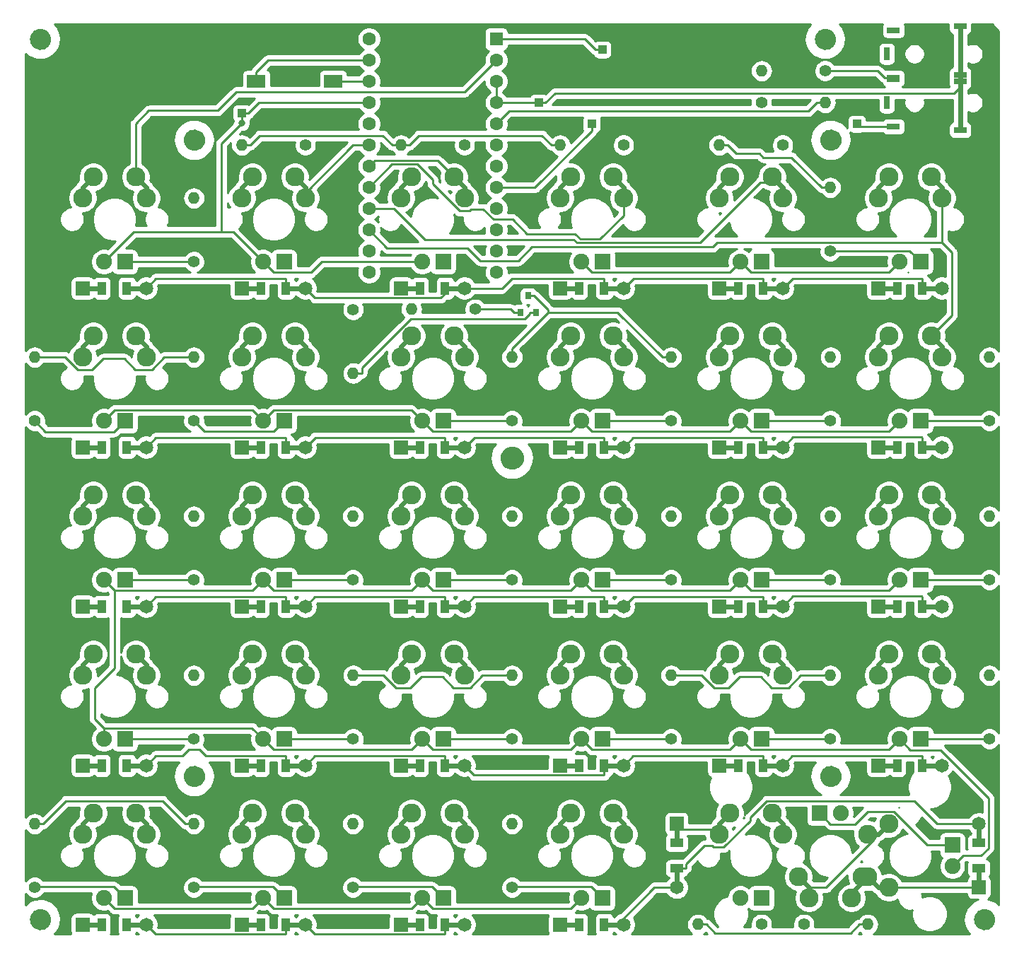
<source format=gbr>
G04 #@! TF.GenerationSoftware,KiCad,Pcbnew,(5.1.0)-1*
G04 #@! TF.CreationDate,2019-04-03T00:52:30+07:00*
G04 #@! TF.ProjectId,Nyquist,4e797175-6973-4742-9e6b-696361645f70,rev?*
G04 #@! TF.SameCoordinates,Original*
G04 #@! TF.FileFunction,Copper,L1,Top*
G04 #@! TF.FilePolarity,Positive*
%FSLAX46Y46*%
G04 Gerber Fmt 4.6, Leading zero omitted, Abs format (unit mm)*
G04 Created by KiCad (PCBNEW (5.1.0)-1) date 2019-04-03 00:52:30*
%MOMM*%
%LPD*%
G04 APERTURE LIST*
%ADD10R,1.000000X1.000000*%
%ADD11O,1.400000X1.400000*%
%ADD12C,1.400000*%
%ADD13R,0.800000X1.500000*%
%ADD14R,1.500000X0.800000*%
%ADD15C,2.286000*%
%ADD16C,2.200000*%
%ADD17R,1.905000X1.905000*%
%ADD18C,1.905000*%
%ADD19R,2.180000X1.600000*%
%ADD20R,1.651000X1.651000*%
%ADD21C,1.651000*%
%ADD22R,1.600000X1.000000*%
%ADD23R,0.800000X0.900000*%
%ADD24R,1.000000X1.600000*%
%ADD25R,1.600000X1.600000*%
%ADD26C,1.600000*%
%ADD27C,0.800000*%
%ADD28C,0.250000*%
%ADD29C,0.600000*%
%ADD30C,0.254000*%
G04 APERTURE END LIST*
D10*
X123190000Y-30480000D03*
X129540000Y-33020000D03*
X130810000Y-24130000D03*
D11*
X162560000Y-128886000D03*
D12*
X154940000Y-128886000D03*
D11*
X142240000Y-128886000D03*
D12*
X149860000Y-128886000D03*
D11*
X119996000Y-116840000D03*
D12*
X119996000Y-124460000D03*
D11*
X100946000Y-116840000D03*
D12*
X100946000Y-124460000D03*
D11*
X81896000Y-116840000D03*
D12*
X81896000Y-124460000D03*
D11*
X62846000Y-116840000D03*
D12*
X62846000Y-124460000D03*
D11*
X177146000Y-99060000D03*
D12*
X177146000Y-106680000D03*
D11*
X158096000Y-99060000D03*
D12*
X158096000Y-106680000D03*
D11*
X139046000Y-99060000D03*
D12*
X139046000Y-106680000D03*
D11*
X119996000Y-99060000D03*
D12*
X119996000Y-106680000D03*
D11*
X100984000Y-99060000D03*
D12*
X100984000Y-106680000D03*
D11*
X81896000Y-99060000D03*
D12*
X81896000Y-106680000D03*
D11*
X177146000Y-80010000D03*
D12*
X177146000Y-87630000D03*
D11*
X158096000Y-80010000D03*
D12*
X158096000Y-87630000D03*
D11*
X139046000Y-80010000D03*
D12*
X139046000Y-87630000D03*
D11*
X119996000Y-80010000D03*
D12*
X119996000Y-87630000D03*
D11*
X100946000Y-80010000D03*
D12*
X100946000Y-87630000D03*
D11*
X81896000Y-80010000D03*
D12*
X81896000Y-87630000D03*
D11*
X177146000Y-60960000D03*
D12*
X177146000Y-68580000D03*
D11*
X158134000Y-60960000D03*
D12*
X158134000Y-68580000D03*
D11*
X139046000Y-60960000D03*
D12*
X139046000Y-68580000D03*
D11*
X119996000Y-60960000D03*
D12*
X119996000Y-68580000D03*
D11*
X81896000Y-60960000D03*
D12*
X81896000Y-68580000D03*
D11*
X62846000Y-60960000D03*
D12*
X62846000Y-68580000D03*
D11*
X107950000Y-55226000D03*
D12*
X115570000Y-55226000D03*
D11*
X100984000Y-62884000D03*
D12*
X100984000Y-55264000D03*
D13*
X164865000Y-24640000D03*
D14*
X173665000Y-27940000D03*
X165665000Y-27490000D03*
X173665000Y-21340000D03*
X165665000Y-21790000D03*
D15*
X154282000Y-123190000D03*
X154282000Y-123190000D03*
X160632000Y-125730000D03*
X155552000Y-125730000D03*
D16*
X155552000Y-125730000D03*
X161902000Y-123190000D03*
X161902000Y-123190000D03*
X155552000Y-125730000D03*
D15*
X160632000Y-125730000D03*
X155552000Y-125730000D03*
X161902000Y-123190000D03*
X161902000Y-123190000D03*
D17*
X156822000Y-115570000D03*
D18*
X159362000Y-115570000D03*
D19*
X89380000Y-27940000D03*
X98580000Y-27940000D03*
D20*
X139700000Y-116840000D03*
D21*
X139700000Y-124460000D03*
D22*
X139700000Y-122150000D03*
X139700000Y-119150000D03*
D17*
X149860000Y-125730000D03*
D18*
X147320000Y-125730000D03*
D15*
X144780000Y-118110000D03*
X144780000Y-118110000D03*
X151130000Y-115570000D03*
X152400000Y-118110000D03*
X146050000Y-115570000D03*
X151130000Y-115570000D03*
D16*
X151130000Y-115570000D03*
X144780000Y-118110000D03*
X144780000Y-118110000D03*
X151130000Y-115570000D03*
D15*
X146050000Y-115570000D03*
X152400000Y-118110000D03*
D14*
X165665000Y-33330000D03*
X173665000Y-33780000D03*
X165665000Y-27630000D03*
X173665000Y-27180000D03*
D13*
X164865000Y-30480000D03*
D10*
X87630000Y-31750000D03*
D23*
X120970000Y-55610000D03*
X122870000Y-55610000D03*
X121920000Y-53610000D03*
D20*
X68580000Y-52705000D03*
D21*
X76200000Y-52705000D03*
D24*
X73890000Y-52705000D03*
X70890000Y-52705000D03*
D17*
X73660000Y-49530000D03*
D18*
X71120000Y-49530000D03*
D15*
X68580000Y-41910000D03*
X68580000Y-41910000D03*
X74930000Y-39370000D03*
X76200000Y-41910000D03*
X69850000Y-39370000D03*
X74930000Y-39370000D03*
D16*
X74930000Y-39370000D03*
X68580000Y-41910000D03*
X68580000Y-41910000D03*
X74930000Y-39370000D03*
D15*
X69850000Y-39370000D03*
X76200000Y-41910000D03*
X95250000Y-41910000D03*
X88900000Y-39370000D03*
D16*
X93980000Y-39370000D03*
X87630000Y-41910000D03*
X87630000Y-41910000D03*
X93980000Y-39370000D03*
D15*
X93980000Y-39370000D03*
X88900000Y-39370000D03*
X95250000Y-41910000D03*
X93980000Y-39370000D03*
X87630000Y-41910000D03*
X87630000Y-41910000D03*
D18*
X90170000Y-49530000D03*
D17*
X92710000Y-49530000D03*
D24*
X89940000Y-52705000D03*
X92940000Y-52705000D03*
D21*
X95250000Y-52705000D03*
D20*
X87630000Y-52705000D03*
D15*
X114300000Y-41910000D03*
X107950000Y-39370000D03*
D16*
X113030000Y-39370000D03*
X106680000Y-41910000D03*
X106680000Y-41910000D03*
X113030000Y-39370000D03*
D15*
X113030000Y-39370000D03*
X107950000Y-39370000D03*
X114300000Y-41910000D03*
X113030000Y-39370000D03*
X106680000Y-41910000D03*
X106680000Y-41910000D03*
D18*
X109220000Y-49530000D03*
D17*
X111760000Y-49530000D03*
D24*
X108990000Y-52705000D03*
X111990000Y-52705000D03*
D21*
X114300000Y-52705000D03*
D20*
X106680000Y-52705000D03*
D15*
X133350000Y-41910000D03*
X127000000Y-39370000D03*
D16*
X132080000Y-39370000D03*
X125730000Y-41910000D03*
X125730000Y-41910000D03*
X132080000Y-39370000D03*
D15*
X132080000Y-39370000D03*
X127000000Y-39370000D03*
X133350000Y-41910000D03*
X132080000Y-39370000D03*
X125730000Y-41910000D03*
X125730000Y-41910000D03*
D18*
X128270000Y-49530000D03*
D17*
X130810000Y-49530000D03*
D24*
X128040000Y-52705000D03*
X131040000Y-52705000D03*
D21*
X133350000Y-52705000D03*
D20*
X125730000Y-52705000D03*
D15*
X152400000Y-41910000D03*
X146050000Y-39370000D03*
D16*
X151130000Y-39370000D03*
X144780000Y-41910000D03*
X144780000Y-41910000D03*
X151130000Y-39370000D03*
D15*
X151130000Y-39370000D03*
X146050000Y-39370000D03*
X152400000Y-41910000D03*
X151130000Y-39370000D03*
X144780000Y-41910000D03*
X144780000Y-41910000D03*
D18*
X147320000Y-49530000D03*
D17*
X149860000Y-49530000D03*
D24*
X147090000Y-52705000D03*
X150090000Y-52705000D03*
D21*
X152400000Y-52705000D03*
D20*
X144780000Y-52705000D03*
X163830000Y-52705000D03*
D21*
X171450000Y-52705000D03*
D24*
X169140000Y-52705000D03*
X166140000Y-52705000D03*
D17*
X168910000Y-49530000D03*
D18*
X166370000Y-49530000D03*
D15*
X163830000Y-41910000D03*
X163830000Y-41910000D03*
X170180000Y-39370000D03*
X171450000Y-41910000D03*
X165100000Y-39370000D03*
X170180000Y-39370000D03*
D16*
X170180000Y-39370000D03*
X163830000Y-41910000D03*
X163830000Y-41910000D03*
X170180000Y-39370000D03*
D15*
X165100000Y-39370000D03*
X171450000Y-41910000D03*
D20*
X68580000Y-71755000D03*
D21*
X76200000Y-71755000D03*
D24*
X73890000Y-71755000D03*
X70890000Y-71755000D03*
D17*
X73660000Y-68580000D03*
D18*
X71120000Y-68580000D03*
D15*
X68580000Y-60960000D03*
X68580000Y-60960000D03*
X74930000Y-58420000D03*
X76200000Y-60960000D03*
X69850000Y-58420000D03*
X74930000Y-58420000D03*
D16*
X74930000Y-58420000D03*
X68580000Y-60960000D03*
X68580000Y-60960000D03*
X74930000Y-58420000D03*
D15*
X69850000Y-58420000D03*
X76200000Y-60960000D03*
D20*
X87630000Y-71755000D03*
D21*
X95250000Y-71755000D03*
D24*
X92940000Y-71755000D03*
X89940000Y-71755000D03*
D17*
X92710000Y-68580000D03*
D18*
X90170000Y-68580000D03*
D15*
X87630000Y-60960000D03*
X87630000Y-60960000D03*
X93980000Y-58420000D03*
X95250000Y-60960000D03*
X88900000Y-58420000D03*
X93980000Y-58420000D03*
D16*
X93980000Y-58420000D03*
X87630000Y-60960000D03*
X87630000Y-60960000D03*
X93980000Y-58420000D03*
D15*
X88900000Y-58420000D03*
X95250000Y-60960000D03*
D20*
X106680000Y-71755000D03*
D21*
X114300000Y-71755000D03*
D24*
X111990000Y-71755000D03*
X108990000Y-71755000D03*
D17*
X111760000Y-68580000D03*
D18*
X109220000Y-68580000D03*
D15*
X106680000Y-60960000D03*
X106680000Y-60960000D03*
X113030000Y-58420000D03*
X114300000Y-60960000D03*
X107950000Y-58420000D03*
X113030000Y-58420000D03*
D16*
X113030000Y-58420000D03*
X106680000Y-60960000D03*
X106680000Y-60960000D03*
X113030000Y-58420000D03*
D15*
X107950000Y-58420000D03*
X114300000Y-60960000D03*
D20*
X125730000Y-71755000D03*
D21*
X133350000Y-71755000D03*
D24*
X131040000Y-71755000D03*
X128040000Y-71755000D03*
D17*
X130810000Y-68580000D03*
D18*
X128270000Y-68580000D03*
D15*
X125730000Y-60960000D03*
X125730000Y-60960000D03*
X132080000Y-58420000D03*
X133350000Y-60960000D03*
X127000000Y-58420000D03*
X132080000Y-58420000D03*
D16*
X132080000Y-58420000D03*
X125730000Y-60960000D03*
X125730000Y-60960000D03*
X132080000Y-58420000D03*
D15*
X127000000Y-58420000D03*
X133350000Y-60960000D03*
X152400000Y-60960000D03*
X146050000Y-58420000D03*
D16*
X151130000Y-58420000D03*
X144780000Y-60960000D03*
X144780000Y-60960000D03*
X151130000Y-58420000D03*
D15*
X151130000Y-58420000D03*
X146050000Y-58420000D03*
X152400000Y-60960000D03*
X151130000Y-58420000D03*
X144780000Y-60960000D03*
X144780000Y-60960000D03*
D18*
X147320000Y-68580000D03*
D17*
X149860000Y-68580000D03*
D24*
X147090000Y-71755000D03*
X150090000Y-71755000D03*
D21*
X152400000Y-71755000D03*
D20*
X144780000Y-71755000D03*
X163830000Y-71755000D03*
D21*
X171450000Y-71755000D03*
D24*
X169140000Y-71755000D03*
X166140000Y-71755000D03*
D17*
X168910000Y-68580000D03*
D18*
X166370000Y-68580000D03*
D15*
X163830000Y-60960000D03*
X163830000Y-60960000D03*
X170180000Y-58420000D03*
X171450000Y-60960000D03*
X165100000Y-58420000D03*
X170180000Y-58420000D03*
D16*
X170180000Y-58420000D03*
X163830000Y-60960000D03*
X163830000Y-60960000D03*
X170180000Y-58420000D03*
D15*
X165100000Y-58420000D03*
X171450000Y-60960000D03*
X76200000Y-80010000D03*
X69850000Y-77470000D03*
D16*
X74930000Y-77470000D03*
X68580000Y-80010000D03*
X68580000Y-80010000D03*
X74930000Y-77470000D03*
D15*
X74930000Y-77470000D03*
X69850000Y-77470000D03*
X76200000Y-80010000D03*
X74930000Y-77470000D03*
X68580000Y-80010000D03*
X68580000Y-80010000D03*
D18*
X71120000Y-87630000D03*
D17*
X73660000Y-87630000D03*
D24*
X70890000Y-90805000D03*
X73890000Y-90805000D03*
D21*
X76200000Y-90805000D03*
D20*
X68580000Y-90805000D03*
D15*
X95250000Y-80010000D03*
X88900000Y-77470000D03*
D16*
X93980000Y-77470000D03*
X87630000Y-80010000D03*
X87630000Y-80010000D03*
X93980000Y-77470000D03*
D15*
X93980000Y-77470000D03*
X88900000Y-77470000D03*
X95250000Y-80010000D03*
X93980000Y-77470000D03*
X87630000Y-80010000D03*
X87630000Y-80010000D03*
D18*
X90170000Y-87630000D03*
D17*
X92710000Y-87630000D03*
D24*
X89940000Y-90805000D03*
X92940000Y-90805000D03*
D21*
X95250000Y-90805000D03*
D20*
X87630000Y-90805000D03*
X106680000Y-90805000D03*
D21*
X114300000Y-90805000D03*
D24*
X111990000Y-90805000D03*
X108990000Y-90805000D03*
D17*
X111760000Y-87630000D03*
D18*
X109220000Y-87630000D03*
D15*
X106680000Y-80010000D03*
X106680000Y-80010000D03*
X113030000Y-77470000D03*
X114300000Y-80010000D03*
X107950000Y-77470000D03*
X113030000Y-77470000D03*
D16*
X113030000Y-77470000D03*
X106680000Y-80010000D03*
X106680000Y-80010000D03*
X113030000Y-77470000D03*
D15*
X107950000Y-77470000D03*
X114300000Y-80010000D03*
X133350000Y-80010000D03*
X127000000Y-77470000D03*
D16*
X132080000Y-77470000D03*
X125730000Y-80010000D03*
X125730000Y-80010000D03*
X132080000Y-77470000D03*
D15*
X132080000Y-77470000D03*
X127000000Y-77470000D03*
X133350000Y-80010000D03*
X132080000Y-77470000D03*
X125730000Y-80010000D03*
X125730000Y-80010000D03*
D18*
X128270000Y-87630000D03*
D17*
X130810000Y-87630000D03*
D24*
X128040000Y-90805000D03*
X131040000Y-90805000D03*
D21*
X133350000Y-90805000D03*
D20*
X125730000Y-90805000D03*
X144780000Y-90805000D03*
D21*
X152400000Y-90805000D03*
D24*
X150090000Y-90805000D03*
X147090000Y-90805000D03*
D17*
X149860000Y-87630000D03*
D18*
X147320000Y-87630000D03*
D15*
X144780000Y-80010000D03*
X144780000Y-80010000D03*
X151130000Y-77470000D03*
X152400000Y-80010000D03*
X146050000Y-77470000D03*
X151130000Y-77470000D03*
D16*
X151130000Y-77470000D03*
X144780000Y-80010000D03*
X144780000Y-80010000D03*
X151130000Y-77470000D03*
D15*
X146050000Y-77470000D03*
X152400000Y-80010000D03*
X171450000Y-80010000D03*
X165100000Y-77470000D03*
D16*
X170180000Y-77470000D03*
X163830000Y-80010000D03*
X163830000Y-80010000D03*
X170180000Y-77470000D03*
D15*
X170180000Y-77470000D03*
X165100000Y-77470000D03*
X171450000Y-80010000D03*
X170180000Y-77470000D03*
X163830000Y-80010000D03*
X163830000Y-80010000D03*
D18*
X166370000Y-87630000D03*
D17*
X168910000Y-87630000D03*
D24*
X166140000Y-90805000D03*
X169140000Y-90805000D03*
D21*
X171450000Y-90805000D03*
D20*
X163830000Y-90805000D03*
X68580000Y-109855000D03*
D21*
X76200000Y-109855000D03*
D24*
X73890000Y-109855000D03*
X70890000Y-109855000D03*
D17*
X73660000Y-106680000D03*
D18*
X71120000Y-106680000D03*
D15*
X68580000Y-99060000D03*
X68580000Y-99060000D03*
X74930000Y-96520000D03*
X76200000Y-99060000D03*
X69850000Y-96520000D03*
X74930000Y-96520000D03*
D16*
X74930000Y-96520000D03*
X68580000Y-99060000D03*
X68580000Y-99060000D03*
X74930000Y-96520000D03*
D15*
X69850000Y-96520000D03*
X76200000Y-99060000D03*
X95250000Y-99060000D03*
X88900000Y-96520000D03*
D16*
X93980000Y-96520000D03*
X87630000Y-99060000D03*
X87630000Y-99060000D03*
X93980000Y-96520000D03*
D15*
X93980000Y-96520000D03*
X88900000Y-96520000D03*
X95250000Y-99060000D03*
X93980000Y-96520000D03*
X87630000Y-99060000D03*
X87630000Y-99060000D03*
D18*
X90170000Y-106680000D03*
D17*
X92710000Y-106680000D03*
D24*
X89940000Y-109855000D03*
X92940000Y-109855000D03*
D21*
X95250000Y-109855000D03*
D20*
X87630000Y-109855000D03*
X106680000Y-109855000D03*
D21*
X114300000Y-109855000D03*
D24*
X111990000Y-109855000D03*
X108990000Y-109855000D03*
D17*
X111760000Y-106680000D03*
D18*
X109220000Y-106680000D03*
D15*
X106680000Y-99060000D03*
X106680000Y-99060000D03*
X113030000Y-96520000D03*
X114300000Y-99060000D03*
X107950000Y-96520000D03*
X113030000Y-96520000D03*
D16*
X113030000Y-96520000D03*
X106680000Y-99060000D03*
X106680000Y-99060000D03*
X113030000Y-96520000D03*
D15*
X107950000Y-96520000D03*
X114300000Y-99060000D03*
X133350000Y-99060000D03*
X127000000Y-96520000D03*
D16*
X132080000Y-96520000D03*
X125730000Y-99060000D03*
X125730000Y-99060000D03*
X132080000Y-96520000D03*
D15*
X132080000Y-96520000D03*
X127000000Y-96520000D03*
X133350000Y-99060000D03*
X132080000Y-96520000D03*
X125730000Y-99060000D03*
X125730000Y-99060000D03*
D18*
X128270000Y-106680000D03*
D17*
X130810000Y-106680000D03*
D24*
X128040000Y-109855000D03*
X131040000Y-109855000D03*
D21*
X133350000Y-109855000D03*
D20*
X125730000Y-109855000D03*
X144780000Y-109855000D03*
D21*
X152400000Y-109855000D03*
D24*
X150090000Y-109855000D03*
X147090000Y-109855000D03*
D17*
X149860000Y-106680000D03*
D18*
X147320000Y-106680000D03*
D15*
X144780000Y-99060000D03*
X144780000Y-99060000D03*
X151130000Y-96520000D03*
X152400000Y-99060000D03*
X146050000Y-96520000D03*
X151130000Y-96520000D03*
D16*
X151130000Y-96520000D03*
X144780000Y-99060000D03*
X144780000Y-99060000D03*
X151130000Y-96520000D03*
D15*
X146050000Y-96520000D03*
X152400000Y-99060000D03*
X171450000Y-99060000D03*
X165100000Y-96520000D03*
D16*
X170180000Y-96520000D03*
X163830000Y-99060000D03*
X163830000Y-99060000D03*
X170180000Y-96520000D03*
D15*
X170180000Y-96520000D03*
X165100000Y-96520000D03*
X171450000Y-99060000D03*
X170180000Y-96520000D03*
X163830000Y-99060000D03*
X163830000Y-99060000D03*
D18*
X166370000Y-106680000D03*
D17*
X168910000Y-106680000D03*
D24*
X166140000Y-109855000D03*
X169140000Y-109855000D03*
D21*
X171450000Y-109855000D03*
D20*
X163830000Y-109855000D03*
X68580000Y-128905000D03*
D21*
X76200000Y-128905000D03*
D24*
X73890000Y-128905000D03*
X70890000Y-128905000D03*
D17*
X73660000Y-125730000D03*
D18*
X71120000Y-125730000D03*
D15*
X68580000Y-118110000D03*
X68580000Y-118110000D03*
X74930000Y-115570000D03*
X76200000Y-118110000D03*
X69850000Y-115570000D03*
X74930000Y-115570000D03*
D16*
X74930000Y-115570000D03*
X68580000Y-118110000D03*
X68580000Y-118110000D03*
X74930000Y-115570000D03*
D15*
X69850000Y-115570000D03*
X76200000Y-118110000D03*
X95250000Y-118110000D03*
X88900000Y-115570000D03*
D16*
X93980000Y-115570000D03*
X87630000Y-118110000D03*
X87630000Y-118110000D03*
X93980000Y-115570000D03*
D15*
X93980000Y-115570000D03*
X88900000Y-115570000D03*
X95250000Y-118110000D03*
X93980000Y-115570000D03*
X87630000Y-118110000D03*
X87630000Y-118110000D03*
D18*
X90170000Y-125730000D03*
D17*
X92710000Y-125730000D03*
D24*
X89940000Y-128905000D03*
X92940000Y-128905000D03*
D21*
X95250000Y-128905000D03*
D20*
X87630000Y-128905000D03*
X106680000Y-128905000D03*
D21*
X114300000Y-128905000D03*
D24*
X111990000Y-128905000D03*
X108990000Y-128905000D03*
D17*
X111760000Y-125730000D03*
D18*
X109220000Y-125730000D03*
D15*
X106680000Y-118110000D03*
X106680000Y-118110000D03*
X113030000Y-115570000D03*
X114300000Y-118110000D03*
X107950000Y-115570000D03*
X113030000Y-115570000D03*
D16*
X113030000Y-115570000D03*
X106680000Y-118110000D03*
X106680000Y-118110000D03*
X113030000Y-115570000D03*
D15*
X107950000Y-115570000D03*
X114300000Y-118110000D03*
X133350000Y-118110000D03*
X127000000Y-115570000D03*
D16*
X132080000Y-115570000D03*
X125730000Y-118110000D03*
X125730000Y-118110000D03*
X132080000Y-115570000D03*
D15*
X132080000Y-115570000D03*
X127000000Y-115570000D03*
X133350000Y-118110000D03*
X132080000Y-115570000D03*
X125730000Y-118110000D03*
X125730000Y-118110000D03*
D18*
X128270000Y-125730000D03*
D17*
X130810000Y-125730000D03*
D24*
X128040000Y-128905000D03*
X131040000Y-128905000D03*
D21*
X133350000Y-128905000D03*
D20*
X125730000Y-128905000D03*
D15*
X165100000Y-116840000D03*
X162560000Y-123190000D03*
D16*
X162560000Y-118110000D03*
X165100000Y-124460000D03*
X165100000Y-124460000D03*
X162560000Y-118110000D03*
D15*
X162560000Y-118110000D03*
X162560000Y-123190000D03*
X165100000Y-116840000D03*
X162560000Y-118110000D03*
X165100000Y-124460000D03*
X165100000Y-124460000D03*
D18*
X172720000Y-121920000D03*
D17*
X172720000Y-119380000D03*
D22*
X175895000Y-122150000D03*
X175895000Y-119150000D03*
D21*
X175895000Y-116840000D03*
D20*
X175895000Y-124460000D03*
D25*
X118110000Y-22860000D03*
D26*
X118110000Y-25400000D03*
X118110000Y-27940000D03*
X118110000Y-30480000D03*
X118110000Y-33020000D03*
X118110000Y-35560000D03*
X118110000Y-38100000D03*
X118110000Y-40640000D03*
X118110000Y-43180000D03*
X118110000Y-45720000D03*
X118110000Y-48260000D03*
X118110000Y-50800000D03*
X102870000Y-50800000D03*
X102870000Y-48260000D03*
X102870000Y-45720000D03*
X102870000Y-43180000D03*
X102870000Y-40640000D03*
X102870000Y-38100000D03*
X102870000Y-35560000D03*
X102870000Y-33020000D03*
X102870000Y-30480000D03*
X102870000Y-27940000D03*
X102870000Y-25400000D03*
X102870000Y-22860000D03*
D10*
X161290000Y-33020000D03*
D11*
X81915000Y-41910000D03*
D12*
X81915000Y-49530000D03*
X95250000Y-35560000D03*
D11*
X87630000Y-35560000D03*
X106680000Y-35560000D03*
D12*
X114300000Y-35560000D03*
X133350000Y-35560000D03*
D11*
X125730000Y-35560000D03*
X144780000Y-35560000D03*
D12*
X152400000Y-35560000D03*
X158096000Y-48260000D03*
D11*
X158096000Y-40640000D03*
D12*
X149860000Y-30480000D03*
D11*
X157480000Y-30480000D03*
D12*
X157480000Y-26670000D03*
D11*
X149860000Y-26670000D03*
D27*
X87630000Y-32929600D03*
D28*
X147320000Y-68580000D02*
X146042100Y-69857900D01*
X146042100Y-69857900D02*
X129547900Y-69857900D01*
X129547900Y-69857900D02*
X128270000Y-68580000D01*
X128270000Y-68580000D02*
X126992100Y-69857900D01*
X126992100Y-69857900D02*
X110497900Y-69857900D01*
X110497900Y-69857900D02*
X109220000Y-68580000D01*
X109220000Y-106680000D02*
X110497900Y-107957900D01*
X110497900Y-107957900D02*
X126992100Y-107957900D01*
X126992100Y-107957900D02*
X128270000Y-106680000D01*
X90170000Y-106680000D02*
X91447900Y-107957900D01*
X91447900Y-107957900D02*
X107942100Y-107957900D01*
X107942100Y-107957900D02*
X109220000Y-106680000D01*
X88455300Y-31750000D02*
X89725300Y-30480000D01*
X89725300Y-30480000D02*
X102870000Y-30480000D01*
X128270000Y-87630000D02*
X129547900Y-88907900D01*
X129547900Y-88907900D02*
X146042100Y-88907900D01*
X146042100Y-88907900D02*
X147320000Y-87630000D01*
X109220000Y-87630000D02*
X110497900Y-88907900D01*
X110497900Y-88907900D02*
X126992100Y-88907900D01*
X126992100Y-88907900D02*
X128270000Y-87630000D01*
X90170000Y-87630000D02*
X91447900Y-88907900D01*
X91447900Y-88907900D02*
X107942100Y-88907900D01*
X107942100Y-88907900D02*
X109220000Y-87630000D01*
X90170000Y-87630000D02*
X88892100Y-88907900D01*
X88892100Y-88907900D02*
X72397900Y-88907900D01*
X90170000Y-125730000D02*
X91447900Y-127007900D01*
X91447900Y-127007900D02*
X107942100Y-127007900D01*
X107942100Y-127007900D02*
X109220000Y-125730000D01*
X90170000Y-125730000D02*
X88892100Y-127007900D01*
X88892100Y-127007900D02*
X72397900Y-127007900D01*
X72397900Y-127007900D02*
X71120000Y-125730000D01*
X128270000Y-125730000D02*
X126992100Y-127007900D01*
X126992100Y-127007900D02*
X110497900Y-127007900D01*
X110497900Y-127007900D02*
X109220000Y-125730000D01*
X109220000Y-49530000D02*
X97205000Y-49530000D01*
X97205000Y-49530000D02*
X95927100Y-50807900D01*
X95927100Y-50807900D02*
X91447900Y-50807900D01*
X91447900Y-50807900D02*
X90170000Y-49530000D01*
X71120000Y-105359300D02*
X88849300Y-105359300D01*
X88849300Y-105359300D02*
X90170000Y-106680000D01*
X72397900Y-88907900D02*
X72397900Y-98174400D01*
X72397900Y-98174400D02*
X70036300Y-100536000D01*
X70036300Y-100536000D02*
X70036300Y-104275600D01*
X70036300Y-104275600D02*
X71120000Y-105359300D01*
X71120000Y-105359300D02*
X71120000Y-106680000D01*
X166370000Y-106680000D02*
X167683800Y-107993800D01*
X167683800Y-107993800D02*
X171279200Y-107993800D01*
X171279200Y-107993800D02*
X177060400Y-113775000D01*
X177060400Y-113775000D02*
X177060400Y-119747100D01*
X177060400Y-119747100D02*
X176149600Y-120657900D01*
X176149600Y-120657900D02*
X173982100Y-120657900D01*
X173982100Y-120657900D02*
X172720000Y-121920000D01*
X166370000Y-106680000D02*
X165092100Y-107957900D01*
X165092100Y-107957900D02*
X148597900Y-107957900D01*
X148597900Y-107957900D02*
X147320000Y-106680000D01*
X166370000Y-68580000D02*
X165092100Y-69857900D01*
X165092100Y-69857900D02*
X148597900Y-69857900D01*
X148597900Y-69857900D02*
X147320000Y-68580000D01*
X72397900Y-88907900D02*
X71120000Y-87630000D01*
X87630000Y-32929600D02*
X87630000Y-32575300D01*
X85183800Y-45963400D02*
X85183800Y-35375800D01*
X85183800Y-35375800D02*
X87630000Y-32929600D01*
X85183800Y-45963400D02*
X74686600Y-45963400D01*
X74686600Y-45963400D02*
X71120000Y-49530000D01*
X90170000Y-49530000D02*
X86603400Y-45963400D01*
X86603400Y-45963400D02*
X85183800Y-45963400D01*
X87630000Y-31750000D02*
X87630000Y-32575300D01*
X90170000Y-68580000D02*
X88892100Y-67302100D01*
X88892100Y-67302100D02*
X72397900Y-67302100D01*
X72397900Y-67302100D02*
X71120000Y-68580000D01*
X90170000Y-68580000D02*
X91447900Y-67302100D01*
X91447900Y-67302100D02*
X107942100Y-67302100D01*
X107942100Y-67302100D02*
X109220000Y-68580000D01*
X147320000Y-106680000D02*
X146042100Y-107957900D01*
X146042100Y-107957900D02*
X129547900Y-107957900D01*
X129547900Y-107957900D02*
X128270000Y-106680000D01*
X166370000Y-87630000D02*
X165092100Y-88907900D01*
X165092100Y-88907900D02*
X148597900Y-88907900D01*
X148597900Y-88907900D02*
X147320000Y-87630000D01*
X128270000Y-49530000D02*
X129547900Y-50807900D01*
X129547900Y-50807900D02*
X146042100Y-50807900D01*
X146042100Y-50807900D02*
X147320000Y-49530000D01*
X147320000Y-49530000D02*
X148607400Y-50817400D01*
X148607400Y-50817400D02*
X165082600Y-50817400D01*
X165082600Y-50817400D02*
X166370000Y-49530000D01*
X87630000Y-31750000D02*
X88455300Y-31750000D01*
X118110000Y-30480000D02*
X122364700Y-30480000D01*
X123190000Y-30480000D02*
X122364700Y-30480000D01*
X118110000Y-27940000D02*
X118110000Y-30480000D01*
X122870000Y-55610000D02*
X122144700Y-55610000D01*
X100984000Y-62884000D02*
X102009300Y-62884000D01*
X102009300Y-62884000D02*
X102009300Y-62243200D01*
X102009300Y-62243200D02*
X107867100Y-56385400D01*
X107867100Y-56385400D02*
X121550600Y-56385400D01*
X121550600Y-56385400D02*
X122144700Y-55791300D01*
X122144700Y-55791300D02*
X122144700Y-55610000D01*
X102870000Y-25400000D02*
X90794700Y-25400000D01*
X90794700Y-25400000D02*
X89380000Y-26814700D01*
X89380000Y-27940000D02*
X89380000Y-26814700D01*
X173665000Y-27180000D02*
X173396200Y-27180000D01*
D29*
X173665000Y-33780000D02*
X173665000Y-21340000D01*
D28*
X173665000Y-28590000D02*
X173665000Y-27940000D01*
X125132500Y-29362800D02*
X172892200Y-29362800D01*
X172892200Y-29362800D02*
X173665000Y-28590000D01*
X124015300Y-30480000D02*
X125132500Y-29362800D01*
X123190000Y-30480000D02*
X124015300Y-30480000D01*
X165665000Y-27490000D02*
X164589700Y-27490000D01*
X157480000Y-26670000D02*
X163769700Y-26670000D01*
X163769700Y-26670000D02*
X164589700Y-27490000D01*
X157480000Y-30480000D02*
X156454700Y-30480000D01*
X156454700Y-30480000D02*
X155429400Y-31505300D01*
X155429400Y-31505300D02*
X119624700Y-31505300D01*
X119624700Y-31505300D02*
X118110000Y-33020000D01*
X161600000Y-33330000D02*
X161290000Y-33020000D01*
X165665000Y-33330000D02*
X161600000Y-33330000D01*
X129540000Y-33020000D02*
X129540000Y-33845300D01*
X129540000Y-33845300D02*
X122745300Y-40640000D01*
X122745300Y-40640000D02*
X118110000Y-40640000D01*
X130810000Y-24130000D02*
X129984700Y-24130000D01*
X118110000Y-22860000D02*
X128714700Y-22860000D01*
X128714700Y-22860000D02*
X129984700Y-24130000D01*
X124350300Y-55580400D02*
X119996000Y-59934700D01*
X122645300Y-53610000D02*
X124350300Y-55315000D01*
X124350300Y-55315000D02*
X124350300Y-55580400D01*
X138020700Y-60960000D02*
X132641100Y-55580400D01*
X132641100Y-55580400D02*
X124350300Y-55580400D01*
X119996000Y-60960000D02*
X119996000Y-59934700D01*
X121920000Y-53610000D02*
X122645300Y-53610000D01*
X139046000Y-60960000D02*
X138020700Y-60960000D01*
X144780000Y-35560000D02*
X145805300Y-35560000D01*
X158096000Y-40640000D02*
X157070700Y-40640000D01*
X146830600Y-36585300D02*
X145805300Y-35560000D01*
X106680000Y-35560000D02*
X107705300Y-35560000D01*
X125730000Y-35560000D02*
X124704700Y-35560000D01*
X124704700Y-35560000D02*
X123572400Y-34427700D01*
X123572400Y-34427700D02*
X108837600Y-34427700D01*
X108837600Y-34427700D02*
X107705300Y-35560000D01*
X87630000Y-35560000D02*
X88655300Y-35560000D01*
X106680000Y-35560000D02*
X105654700Y-35560000D01*
X105654700Y-35560000D02*
X104522300Y-34427600D01*
X104522300Y-34427600D02*
X89787700Y-34427600D01*
X89787700Y-34427600D02*
X88655300Y-35560000D01*
X119996000Y-99060000D02*
X116447800Y-99060000D01*
X116447800Y-99060000D02*
X114972000Y-100535800D01*
X114972000Y-100535800D02*
X112972000Y-100535800D01*
X112972000Y-100535800D02*
X111687800Y-99251600D01*
X111687800Y-99251600D02*
X109122700Y-99251600D01*
X109122700Y-99251600D02*
X107811100Y-100563200D01*
X107811100Y-100563200D02*
X106106600Y-100563200D01*
X106106600Y-100563200D02*
X104603400Y-99060000D01*
X104603400Y-99060000D02*
X100984000Y-99060000D01*
X81896000Y-60960000D02*
X78347800Y-60960000D01*
X78347800Y-60960000D02*
X76872000Y-62435800D01*
X76872000Y-62435800D02*
X74872000Y-62435800D01*
X74872000Y-62435800D02*
X73587800Y-61151600D01*
X73587800Y-61151600D02*
X71022700Y-61151600D01*
X71022700Y-61151600D02*
X69711100Y-62463200D01*
X69711100Y-62463200D02*
X68006600Y-62463200D01*
X68006600Y-62463200D02*
X66503400Y-60960000D01*
X66503400Y-60960000D02*
X62846000Y-60960000D01*
X162560000Y-128886000D02*
X161534700Y-128886000D01*
X142240000Y-128886000D02*
X143265300Y-128886000D01*
X143265300Y-128886000D02*
X144290600Y-129911300D01*
X144290600Y-129911300D02*
X160509400Y-129911300D01*
X160509400Y-129911300D02*
X161534700Y-128886000D01*
X158096000Y-99060000D02*
X154547800Y-99060000D01*
X154547800Y-99060000D02*
X153072000Y-100535800D01*
X153072000Y-100535800D02*
X151072000Y-100535800D01*
X151072000Y-100535800D02*
X149787800Y-99251600D01*
X149787800Y-99251600D02*
X147222700Y-99251600D01*
X147222700Y-99251600D02*
X145911100Y-100563200D01*
X145911100Y-100563200D02*
X144206600Y-100563200D01*
X144206600Y-100563200D02*
X142703400Y-99060000D01*
X142703400Y-99060000D02*
X139046000Y-99060000D01*
X81896000Y-116840000D02*
X80870700Y-116840000D01*
X62846000Y-116840000D02*
X63871300Y-116840000D01*
X63871300Y-116840000D02*
X66611800Y-114099500D01*
X66611800Y-114099500D02*
X78130200Y-114099500D01*
X78130200Y-114099500D02*
X80870700Y-116840000D01*
X150064650Y-37034650D02*
X149615300Y-36585300D01*
X153465350Y-37034650D02*
X150064650Y-37034650D01*
X149615300Y-36585300D02*
X146830600Y-36585300D01*
X157070700Y-40640000D02*
X153465350Y-37034650D01*
X120970000Y-55610000D02*
X120244700Y-55610000D01*
X120244700Y-55610000D02*
X119860700Y-55226000D01*
X119860700Y-55226000D02*
X115570000Y-55226000D01*
X73660000Y-49530000D02*
X81915000Y-49530000D01*
X158096000Y-48260000D02*
X158150800Y-48205200D01*
X158150800Y-48205200D02*
X167585200Y-48205200D01*
X167585200Y-48205200D02*
X168910000Y-49530000D01*
X73660000Y-68580000D02*
X72349700Y-69890300D01*
X72349700Y-69890300D02*
X64156300Y-69890300D01*
X64156300Y-69890300D02*
X62846000Y-68580000D01*
X92710000Y-68580000D02*
X91431400Y-69858600D01*
X91431400Y-69858600D02*
X83174600Y-69858600D01*
X83174600Y-69858600D02*
X81896000Y-68580000D01*
X111760000Y-68580000D02*
X119996000Y-68580000D01*
X130810000Y-68580000D02*
X139046000Y-68580000D01*
X149860000Y-68580000D02*
X158134000Y-68580000D01*
X168910000Y-68580000D02*
X177146000Y-68580000D01*
X73660000Y-87630000D02*
X81896000Y-87630000D01*
X92710000Y-87630000D02*
X100946000Y-87630000D01*
X111760000Y-87630000D02*
X119996000Y-87630000D01*
X130810000Y-87630000D02*
X139046000Y-87630000D01*
X149860000Y-87630000D02*
X158096000Y-87630000D01*
X168910000Y-87630000D02*
X177146000Y-87630000D01*
X73660000Y-106680000D02*
X81896000Y-106680000D01*
X92710000Y-106680000D02*
X100984000Y-106680000D01*
X111760000Y-106680000D02*
X119996000Y-106680000D01*
X130810000Y-106680000D02*
X139046000Y-106680000D01*
X149860000Y-106680000D02*
X158096000Y-106680000D01*
X168910000Y-106680000D02*
X177146000Y-106680000D01*
X73660000Y-125730000D02*
X72317200Y-124387200D01*
X72317200Y-124387200D02*
X62918800Y-124387200D01*
X62918800Y-124387200D02*
X62846000Y-124460000D01*
X92710000Y-125730000D02*
X91378200Y-124398200D01*
X91378200Y-124398200D02*
X81957800Y-124398200D01*
X81957800Y-124398200D02*
X81896000Y-124460000D01*
X111760000Y-125730000D02*
X110428200Y-124398200D01*
X110428200Y-124398200D02*
X101007800Y-124398200D01*
X101007800Y-124398200D02*
X100946000Y-124460000D01*
X130810000Y-125730000D02*
X129478200Y-124398200D01*
X129478200Y-124398200D02*
X120057800Y-124398200D01*
X120057800Y-124398200D02*
X119996000Y-124460000D01*
X102870000Y-27940000D02*
X98580000Y-27940000D01*
X102870000Y-45720000D02*
X105043400Y-47893400D01*
X105043400Y-47893400D02*
X114652600Y-47893400D01*
X114652600Y-47893400D02*
X116157600Y-49398400D01*
X116157600Y-49398400D02*
X120766200Y-49398400D01*
X120766200Y-49398400D02*
X122405300Y-47759300D01*
X122405300Y-47759300D02*
X144022400Y-47759300D01*
X144022400Y-47759300D02*
X144549700Y-47232000D01*
X144549700Y-47232000D02*
X171450000Y-47232000D01*
X171450000Y-47232000D02*
X172660100Y-48442100D01*
X172660100Y-48442100D02*
X172660100Y-55939900D01*
X172660100Y-55939900D02*
X170180000Y-58420000D01*
X171450000Y-41910000D02*
X171450000Y-47232000D01*
D29*
X171450000Y-41910000D02*
X171450000Y-40640000D01*
X171450000Y-40640000D02*
X170180000Y-39370000D01*
X155552000Y-124460000D02*
X154282000Y-123190000D01*
X155552000Y-125730000D02*
X155552000Y-124460000D01*
D28*
X163195000Y-118110000D02*
X163195000Y-118892200D01*
X163195000Y-118892200D02*
X157627200Y-124460000D01*
X157627200Y-124460000D02*
X155552000Y-124460000D01*
D29*
X163195000Y-118110000D02*
X163830000Y-118110000D01*
X163830000Y-118110000D02*
X165100000Y-116840000D01*
X162560000Y-118110000D02*
X163195000Y-118110000D01*
X171450000Y-99060000D02*
X171450000Y-97790000D01*
X171450000Y-97790000D02*
X170180000Y-96520000D01*
X171450000Y-80010000D02*
X171450000Y-78740000D01*
X171450000Y-78740000D02*
X170180000Y-77470000D01*
X171450000Y-60960000D02*
X171450000Y-59690000D01*
X171450000Y-59690000D02*
X170180000Y-58420000D01*
D28*
X86995000Y-29210000D02*
X114300000Y-29210000D01*
X114300000Y-29210000D02*
X118110000Y-25400000D01*
D29*
X75882500Y-40322500D02*
X74930000Y-39370000D01*
X76200000Y-41910000D02*
X76200000Y-40640000D01*
X76200000Y-40640000D02*
X75882500Y-40322500D01*
X76200000Y-118110000D02*
X76200000Y-116840000D01*
X76200000Y-116840000D02*
X74930000Y-115570000D01*
X76200000Y-99060000D02*
X76200000Y-97790000D01*
X76200000Y-97790000D02*
X74930000Y-96520000D01*
X76200000Y-80010000D02*
X76200000Y-78740000D01*
X76200000Y-78740000D02*
X74930000Y-77470000D01*
X76200000Y-60960000D02*
X76200000Y-59690000D01*
X76200000Y-59690000D02*
X74930000Y-58420000D01*
D28*
X84772500Y-31432500D02*
X77787500Y-31432500D01*
X84772500Y-31432500D02*
X86995000Y-29210000D01*
X74930000Y-39370000D02*
X74930000Y-33020000D01*
X76517500Y-31432500D02*
X77787500Y-31432500D01*
X74930000Y-33020000D02*
X76517500Y-31432500D01*
D29*
X68580000Y-41910000D02*
X68580000Y-40640000D01*
X68580000Y-40640000D02*
X69850000Y-39370000D01*
X68580000Y-52705000D02*
X70890000Y-52705000D01*
D28*
X112612000Y-52705000D02*
X111461100Y-53855900D01*
X111461100Y-53855900D02*
X96400900Y-53855900D01*
X96400900Y-53855900D02*
X95250000Y-52705000D01*
D29*
X114300000Y-52705000D02*
X112612000Y-52705000D01*
X112612000Y-52705000D02*
X111990000Y-52705000D01*
D28*
X131040000Y-52705000D02*
X131040000Y-51579700D01*
X114300000Y-52705000D02*
X118796100Y-52705000D01*
X118796100Y-52705000D02*
X119971500Y-51529600D01*
X119971500Y-51529600D02*
X130989900Y-51529600D01*
X130989900Y-51529600D02*
X131040000Y-51579700D01*
X92940000Y-52705000D02*
X92940000Y-51579700D01*
X92940000Y-51579700D02*
X92914400Y-51554100D01*
X92914400Y-51554100D02*
X77350900Y-51554100D01*
X77350900Y-51554100D02*
X76200000Y-52705000D01*
D29*
X95250000Y-52705000D02*
X92940000Y-52705000D01*
X133350000Y-52705000D02*
X131040000Y-52705000D01*
D28*
X150090000Y-52705000D02*
X150090000Y-51579700D01*
X150090000Y-51579700D02*
X150032400Y-51522100D01*
X150032400Y-51522100D02*
X134532900Y-51522100D01*
X134532900Y-51522100D02*
X133350000Y-52705000D01*
D29*
X152400000Y-52705000D02*
X150090000Y-52705000D01*
D28*
X169140000Y-52705000D02*
X169140000Y-51579700D01*
X169140000Y-51579700D02*
X169082400Y-51522100D01*
X169082400Y-51522100D02*
X153582900Y-51522100D01*
X153582900Y-51522100D02*
X152400000Y-52705000D01*
D29*
X171450000Y-52705000D02*
X169140000Y-52705000D01*
X76200000Y-52705000D02*
X73890000Y-52705000D01*
D28*
X95250000Y-41275000D02*
X100965000Y-35560000D01*
X100965000Y-35560000D02*
X102870000Y-35560000D01*
D29*
X95250000Y-41275000D02*
X95250000Y-40640000D01*
X95250000Y-40640000D02*
X93980000Y-39370000D01*
X95250000Y-41910000D02*
X95250000Y-41275000D01*
X95250000Y-118110000D02*
X95250000Y-116840000D01*
X95250000Y-116840000D02*
X93980000Y-115570000D01*
X95250000Y-99060000D02*
X95250000Y-97790000D01*
X95250000Y-97790000D02*
X93980000Y-96520000D01*
X95250000Y-80010000D02*
X95250000Y-78740000D01*
X95250000Y-78740000D02*
X93980000Y-77470000D01*
X95250000Y-60960000D02*
X95250000Y-59690000D01*
X95250000Y-59690000D02*
X93980000Y-58420000D01*
X87630000Y-41910000D02*
X87630000Y-40640000D01*
X87630000Y-40640000D02*
X88900000Y-39370000D01*
X87630000Y-52705000D02*
X89940000Y-52705000D01*
D28*
X113030000Y-39370000D02*
X111081700Y-37421700D01*
X111081700Y-37421700D02*
X103548300Y-37421700D01*
X103548300Y-37421700D02*
X102870000Y-38100000D01*
D29*
X114300000Y-41910000D02*
X114300000Y-40640000D01*
X114300000Y-40640000D02*
X113030000Y-39370000D01*
X114300000Y-118110000D02*
X114300000Y-116840000D01*
X114300000Y-116840000D02*
X113030000Y-115570000D01*
X114300000Y-99060000D02*
X114300000Y-97790000D01*
X114300000Y-97790000D02*
X113030000Y-96520000D01*
X114300000Y-80010000D02*
X114300000Y-78740000D01*
X114300000Y-78740000D02*
X113030000Y-77470000D01*
X114300000Y-60960000D02*
X114300000Y-59690000D01*
X114300000Y-59690000D02*
X113030000Y-58420000D01*
X106680000Y-41910000D02*
X106680000Y-40640000D01*
X106680000Y-40640000D02*
X107950000Y-39370000D01*
X106680000Y-52705000D02*
X108990000Y-52705000D01*
D28*
X133350000Y-41910000D02*
X133350000Y-43981300D01*
X133350000Y-43981300D02*
X130534000Y-46797300D01*
X130534000Y-46797300D02*
X128166600Y-46797300D01*
X128166600Y-46797300D02*
X127542900Y-46173600D01*
X127542900Y-46173600D02*
X121812700Y-46173600D01*
X121812700Y-46173600D02*
X120089100Y-44450000D01*
X120089100Y-44450000D02*
X117759200Y-44450000D01*
X117759200Y-44450000D02*
X116549000Y-43239800D01*
X116549000Y-43239800D02*
X115118000Y-43239800D01*
X115118000Y-43239800D02*
X114920700Y-43437100D01*
X114920700Y-43437100D02*
X113719600Y-43437100D01*
X113719600Y-43437100D02*
X110490100Y-40207600D01*
X110490100Y-40207600D02*
X110490100Y-39733100D01*
X110490100Y-39733100D02*
X108629000Y-37872000D01*
X108629000Y-37872000D02*
X105638000Y-37872000D01*
X105638000Y-37872000D02*
X102870000Y-40640000D01*
D29*
X133350000Y-41910000D02*
X133350000Y-40640000D01*
X133350000Y-40640000D02*
X132080000Y-39370000D01*
X133350000Y-118110000D02*
X133350000Y-116840000D01*
X133350000Y-116840000D02*
X132080000Y-115570000D01*
X133350000Y-99060000D02*
X133350000Y-97790000D01*
X133350000Y-97790000D02*
X132080000Y-96520000D01*
X133350000Y-80010000D02*
X133350000Y-78740000D01*
X133350000Y-78740000D02*
X132080000Y-77470000D01*
X133350000Y-60960000D02*
X133350000Y-59690000D01*
X133350000Y-59690000D02*
X132080000Y-58420000D01*
X125730000Y-41910000D02*
X125730000Y-40640000D01*
X125730000Y-40640000D02*
X127000000Y-39370000D01*
X125730000Y-52705000D02*
X128040000Y-52705000D01*
D28*
X102870000Y-43180000D02*
X105873400Y-43180000D01*
X105873400Y-43180000D02*
X109547000Y-46853600D01*
X109547000Y-46853600D02*
X127360700Y-46853600D01*
X127360700Y-46853600D02*
X127754700Y-47247600D01*
X127754700Y-47247600D02*
X142501600Y-47247600D01*
X142501600Y-47247600D02*
X149744200Y-40005000D01*
X149744200Y-40005000D02*
X151765000Y-40005000D01*
D29*
X151765000Y-40005000D02*
X151130000Y-39370000D01*
X152400000Y-41910000D02*
X152400000Y-40640000D01*
X152400000Y-40640000D02*
X151765000Y-40005000D01*
X152400000Y-118110000D02*
X152400000Y-116840000D01*
X152400000Y-116840000D02*
X151130000Y-115570000D01*
X152400000Y-99060000D02*
X152400000Y-97790000D01*
X152400000Y-97790000D02*
X151130000Y-96520000D01*
X152400000Y-80010000D02*
X152400000Y-78740000D01*
X152400000Y-78740000D02*
X151130000Y-77470000D01*
X152400000Y-60960000D02*
X152400000Y-59690000D01*
X152400000Y-59690000D02*
X151130000Y-58420000D01*
X144780000Y-41910000D02*
X144780000Y-40640000D01*
X144780000Y-40640000D02*
X146050000Y-39370000D01*
X144780000Y-52705000D02*
X147090000Y-52705000D01*
X163830000Y-41910000D02*
X163830000Y-40640000D01*
X163830000Y-40640000D02*
X165100000Y-39370000D01*
X163830000Y-52705000D02*
X166140000Y-52705000D01*
X68580000Y-60960000D02*
X68580000Y-59690000D01*
X68580000Y-59690000D02*
X69850000Y-58420000D01*
X68580000Y-71755000D02*
X70890000Y-71755000D01*
D28*
X131040000Y-71755000D02*
X131040000Y-70629700D01*
X131040000Y-70629700D02*
X130989900Y-70579600D01*
X130989900Y-70579600D02*
X115475400Y-70579600D01*
X115475400Y-70579600D02*
X114300000Y-71755000D01*
D29*
X133350000Y-71755000D02*
X131040000Y-71755000D01*
D28*
X150090000Y-71755000D02*
X150090000Y-70629700D01*
X150090000Y-70629700D02*
X150064400Y-70604100D01*
X150064400Y-70604100D02*
X134500900Y-70604100D01*
X134500900Y-70604100D02*
X133350000Y-71755000D01*
D29*
X152400000Y-71755000D02*
X150090000Y-71755000D01*
D28*
X169140000Y-71755000D02*
X169140000Y-70629700D01*
X152400000Y-71755000D02*
X153618700Y-70536300D01*
X153618700Y-70536300D02*
X169046600Y-70536300D01*
X169046600Y-70536300D02*
X169140000Y-70629700D01*
D29*
X114300000Y-71755000D02*
X111990000Y-71755000D01*
D28*
X92940000Y-71755000D02*
X92940000Y-70629700D01*
X92940000Y-70629700D02*
X92914400Y-70604100D01*
X92914400Y-70604100D02*
X77350900Y-70604100D01*
X77350900Y-70604100D02*
X76200000Y-71755000D01*
D29*
X95250000Y-71755000D02*
X92940000Y-71755000D01*
D28*
X111990000Y-71755000D02*
X111990000Y-70629700D01*
X111990000Y-70629700D02*
X111932400Y-70572100D01*
X111932400Y-70572100D02*
X96432900Y-70572100D01*
X96432900Y-70572100D02*
X95250000Y-71755000D01*
D29*
X171450000Y-71755000D02*
X169140000Y-71755000D01*
X76200000Y-71755000D02*
X73890000Y-71755000D01*
X87630000Y-60960000D02*
X87630000Y-59690000D01*
X87630000Y-59690000D02*
X88900000Y-58420000D01*
X87630000Y-71755000D02*
X89940000Y-71755000D01*
X106680000Y-60960000D02*
X106680000Y-59690000D01*
X106680000Y-59690000D02*
X107950000Y-58420000D01*
X106680000Y-71755000D02*
X108990000Y-71755000D01*
X125730000Y-60960000D02*
X125730000Y-59690000D01*
X125730000Y-59690000D02*
X127000000Y-58420000D01*
X125730000Y-71755000D02*
X128040000Y-71755000D01*
X144780000Y-60960000D02*
X144780000Y-59690000D01*
X144780000Y-59690000D02*
X146050000Y-58420000D01*
X144780000Y-71755000D02*
X147090000Y-71755000D01*
X163830000Y-60960000D02*
X163830000Y-59690000D01*
X163830000Y-59690000D02*
X165100000Y-58420000D01*
X163830000Y-71755000D02*
X166140000Y-71755000D01*
X68580000Y-80010000D02*
X68580000Y-78740000D01*
X68580000Y-78740000D02*
X69850000Y-77470000D01*
X68580000Y-90805000D02*
X70890000Y-90805000D01*
D28*
X131040000Y-90805000D02*
X131040000Y-89679700D01*
X131040000Y-89679700D02*
X131014400Y-89654100D01*
X131014400Y-89654100D02*
X115450900Y-89654100D01*
X115450900Y-89654100D02*
X114300000Y-90805000D01*
D29*
X133350000Y-90805000D02*
X131040000Y-90805000D01*
D28*
X169140000Y-90805000D02*
X169140000Y-89679700D01*
X152400000Y-90805000D02*
X153618700Y-89586300D01*
X153618700Y-89586300D02*
X169046600Y-89586300D01*
X169046600Y-89586300D02*
X169140000Y-89679700D01*
D29*
X152400000Y-90805000D02*
X150090000Y-90805000D01*
D28*
X111990000Y-90805000D02*
X111990000Y-89679700D01*
X111990000Y-89679700D02*
X111964400Y-89654100D01*
X111964400Y-89654100D02*
X96400900Y-89654100D01*
X96400900Y-89654100D02*
X95250000Y-90805000D01*
D29*
X114300000Y-90805000D02*
X111990000Y-90805000D01*
D28*
X150090000Y-90805000D02*
X150090000Y-89679700D01*
X133350000Y-90805000D02*
X134525700Y-89629300D01*
X134525700Y-89629300D02*
X150039600Y-89629300D01*
X150039600Y-89629300D02*
X150090000Y-89679700D01*
D29*
X95250000Y-90805000D02*
X92940000Y-90805000D01*
D28*
X92940000Y-90805000D02*
X92940000Y-89679700D01*
X92940000Y-89679700D02*
X92914400Y-89654100D01*
X92914400Y-89654100D02*
X77350900Y-89654100D01*
X77350900Y-89654100D02*
X76200000Y-90805000D01*
D29*
X171450000Y-90805000D02*
X169140000Y-90805000D01*
X76200000Y-90805000D02*
X73890000Y-90805000D01*
X87630000Y-80010000D02*
X87630000Y-78740000D01*
X87630000Y-78740000D02*
X88900000Y-77470000D01*
X87630000Y-90805000D02*
X89940000Y-90805000D01*
X106680000Y-80010000D02*
X106680000Y-78740000D01*
X106680000Y-78740000D02*
X107950000Y-77470000D01*
X106680000Y-90805000D02*
X108990000Y-90805000D01*
X125730000Y-80010000D02*
X125730000Y-78740000D01*
X125730000Y-78740000D02*
X127000000Y-77470000D01*
X125730000Y-90805000D02*
X128040000Y-90805000D01*
X144780000Y-80010000D02*
X144780000Y-78740000D01*
X144780000Y-78740000D02*
X146050000Y-77470000D01*
X144780000Y-90805000D02*
X147090000Y-90805000D01*
X163830000Y-80010000D02*
X163830000Y-78740000D01*
X163830000Y-78740000D02*
X165100000Y-77470000D01*
X163830000Y-90805000D02*
X166140000Y-90805000D01*
X68580000Y-99060000D02*
X68580000Y-97790000D01*
X68580000Y-97790000D02*
X69850000Y-96520000D01*
X70890000Y-109855000D02*
X68580000Y-109855000D01*
D28*
X111990000Y-109855000D02*
X111990000Y-108729700D01*
X111990000Y-108729700D02*
X111964400Y-108704100D01*
X111964400Y-108704100D02*
X96400900Y-108704100D01*
X96400900Y-108704100D02*
X95250000Y-109855000D01*
D29*
X114300000Y-109855000D02*
X111990000Y-109855000D01*
D28*
X169140000Y-109855000D02*
X169140000Y-108729700D01*
X152400000Y-109855000D02*
X153563300Y-108691700D01*
X153563300Y-108691700D02*
X169102000Y-108691700D01*
X169102000Y-108691700D02*
X169140000Y-108729700D01*
D29*
X152400000Y-109855000D02*
X150090000Y-109855000D01*
D28*
X150090000Y-109855000D02*
X150090000Y-108729700D01*
X133350000Y-109855000D02*
X134513900Y-108691100D01*
X134513900Y-108691100D02*
X150051400Y-108691100D01*
X150051400Y-108691100D02*
X150090000Y-108729700D01*
D29*
X133350000Y-109855000D02*
X131040000Y-109855000D01*
X95250000Y-109855000D02*
X92940000Y-109855000D01*
D28*
X131040000Y-109855000D02*
X131040000Y-110980300D01*
X131040000Y-110980300D02*
X131014400Y-111005900D01*
X131014400Y-111005900D02*
X115450900Y-111005900D01*
X115450900Y-111005900D02*
X114300000Y-109855000D01*
D29*
X171450000Y-109855000D02*
X169140000Y-109855000D01*
X76200000Y-109855000D02*
X73890000Y-109855000D01*
D28*
X92940000Y-108729700D02*
X92940000Y-109855000D01*
X76200000Y-109855000D02*
X77350900Y-108704100D01*
X77350900Y-108704100D02*
X80525900Y-108704100D01*
X82550000Y-107950000D02*
X83304100Y-108704100D01*
X92914400Y-108704100D02*
X92940000Y-108729700D01*
X83304100Y-108704100D02*
X92914400Y-108704100D01*
X80525900Y-108704100D02*
X81280000Y-107950000D01*
X81280000Y-107950000D02*
X82550000Y-107950000D01*
D29*
X87630000Y-99060000D02*
X87630000Y-97790000D01*
X87630000Y-97790000D02*
X88900000Y-96520000D01*
X87630000Y-109855000D02*
X89940000Y-109855000D01*
X106680000Y-99060000D02*
X106680000Y-97790000D01*
X106680000Y-97790000D02*
X107950000Y-96520000D01*
X106680000Y-109855000D02*
X108990000Y-109855000D01*
X125730000Y-99060000D02*
X125730000Y-97790000D01*
X125730000Y-97790000D02*
X127000000Y-96520000D01*
X125730000Y-109855000D02*
X128040000Y-109855000D01*
X144780000Y-99060000D02*
X144780000Y-97790000D01*
X144780000Y-97790000D02*
X146050000Y-96520000D01*
X144780000Y-109855000D02*
X147090000Y-109855000D01*
X163830000Y-99060000D02*
X163830000Y-97790000D01*
X163830000Y-97790000D02*
X165100000Y-96520000D01*
X163830000Y-109855000D02*
X166140000Y-109855000D01*
X68580000Y-118110000D02*
X68580000Y-116840000D01*
X68580000Y-116840000D02*
X69850000Y-115570000D01*
X68580000Y-128905000D02*
X70890000Y-128905000D01*
D28*
X139700000Y-122150000D02*
X140825300Y-122150000D01*
X140825300Y-122150000D02*
X140825300Y-121634200D01*
X140825300Y-121634200D02*
X143019700Y-119439800D01*
X143019700Y-119439800D02*
X143962100Y-119439800D01*
X143962100Y-119439800D02*
X144159400Y-119637100D01*
X144159400Y-119637100D02*
X145342400Y-119637100D01*
X145342400Y-119637100D02*
X148517400Y-116462100D01*
X148517400Y-116462100D02*
X148517400Y-116085300D01*
X148517400Y-116085300D02*
X150507400Y-114095300D01*
X150507400Y-114095300D02*
X168134000Y-114095300D01*
X168134000Y-114095300D02*
X170878700Y-116840000D01*
X170878700Y-116840000D02*
X175895000Y-116840000D01*
D29*
X139700000Y-124460000D02*
X139700000Y-122150000D01*
D28*
X132606300Y-128905000D02*
X137051300Y-124460000D01*
X137051300Y-124460000D02*
X139700000Y-124460000D01*
D29*
X132606300Y-128905000D02*
X131040000Y-128905000D01*
X133350000Y-128905000D02*
X132606300Y-128905000D01*
X114300000Y-128905000D02*
X111990000Y-128905000D01*
D28*
X111990000Y-128905000D02*
X111990000Y-130030300D01*
X95250000Y-128905000D02*
X96400900Y-130055900D01*
X96400900Y-130055900D02*
X111964400Y-130055900D01*
X111964400Y-130055900D02*
X111990000Y-130030300D01*
D29*
X95250000Y-128905000D02*
X92940000Y-128905000D01*
D28*
X92940000Y-128905000D02*
X92940000Y-130030300D01*
X76200000Y-128905000D02*
X77350900Y-130055900D01*
X77350900Y-130055900D02*
X92914400Y-130055900D01*
X92914400Y-130055900D02*
X92940000Y-130030300D01*
D29*
X76200000Y-128905000D02*
X73890000Y-128905000D01*
X175895000Y-116840000D02*
X175895000Y-119150000D01*
X87630000Y-118110000D02*
X87630000Y-116840000D01*
X87630000Y-116840000D02*
X88900000Y-115570000D01*
X87630000Y-128905000D02*
X89940000Y-128905000D01*
X106680000Y-118110000D02*
X106680000Y-116840000D01*
X106680000Y-116840000D02*
X107950000Y-115570000D01*
X106680000Y-128905000D02*
X108990000Y-128905000D01*
X125730000Y-118110000D02*
X125730000Y-116840000D01*
X125730000Y-116840000D02*
X127000000Y-115570000D01*
X125730000Y-128905000D02*
X128040000Y-128905000D01*
X139700000Y-117475000D02*
X139700000Y-116840000D01*
X139700000Y-119150000D02*
X139700000Y-117475000D01*
D28*
X144780000Y-117475000D02*
X139700000Y-117475000D01*
D29*
X144780000Y-117475000D02*
X144780000Y-116840000D01*
X144780000Y-116840000D02*
X146050000Y-115570000D01*
X144780000Y-118110000D02*
X144780000Y-117475000D01*
D28*
X172720000Y-119380000D02*
X169716700Y-119380000D01*
X169716700Y-119380000D02*
X165691100Y-115354400D01*
X165691100Y-115354400D02*
X162585100Y-115354400D01*
X162585100Y-115354400D02*
X161056000Y-116883500D01*
X161056000Y-116883500D02*
X158135500Y-116883500D01*
X158135500Y-116883500D02*
X156822000Y-115570000D01*
X165100000Y-124460000D02*
X175895000Y-124460000D01*
D29*
X165100000Y-124460000D02*
X163830000Y-124460000D01*
X163830000Y-124460000D02*
X162560000Y-123190000D01*
D28*
X161902000Y-123848000D02*
X161902000Y-123190000D01*
D29*
X161902000Y-123848000D02*
X162560000Y-123190000D01*
X160632000Y-125730000D02*
X160632000Y-125118000D01*
X160632000Y-125118000D02*
X161902000Y-123848000D01*
X175895000Y-124460000D02*
X175895000Y-122150000D01*
D30*
G36*
X80612304Y-68190595D02*
G01*
X80561000Y-68448514D01*
X80561000Y-68711486D01*
X80612304Y-68969405D01*
X80712939Y-69212359D01*
X80859038Y-69431013D01*
X81044987Y-69616962D01*
X81263641Y-69763061D01*
X81459286Y-69844100D01*
X77388222Y-69844100D01*
X77350899Y-69840424D01*
X77313576Y-69844100D01*
X77313567Y-69844100D01*
X77201914Y-69855097D01*
X77058653Y-69898554D01*
X76926624Y-69969126D01*
X76926622Y-69969127D01*
X76926623Y-69969127D01*
X76839896Y-70040301D01*
X76839892Y-70040305D01*
X76810899Y-70064099D01*
X76787105Y-70093092D01*
X76545572Y-70334626D01*
X76343847Y-70294500D01*
X76056153Y-70294500D01*
X75773988Y-70350626D01*
X75508194Y-70460721D01*
X75268985Y-70620555D01*
X75069540Y-70820000D01*
X75012621Y-70820000D01*
X74979502Y-70710820D01*
X74920537Y-70600506D01*
X74841185Y-70503815D01*
X74744494Y-70424463D01*
X74634180Y-70365498D01*
X74514482Y-70329188D01*
X74390000Y-70316928D01*
X73390000Y-70316928D01*
X73265518Y-70329188D01*
X73145820Y-70365498D01*
X73035506Y-70424463D01*
X72938815Y-70503815D01*
X72859463Y-70600506D01*
X72800498Y-70710820D01*
X72764188Y-70830518D01*
X72751928Y-70955000D01*
X72751928Y-72555000D01*
X72764188Y-72679482D01*
X72800498Y-72799180D01*
X72859463Y-72909494D01*
X72938815Y-73006185D01*
X73035506Y-73085537D01*
X73145820Y-73144502D01*
X73265518Y-73180812D01*
X73390000Y-73193072D01*
X74390000Y-73193072D01*
X74514482Y-73180812D01*
X74634180Y-73144502D01*
X74744494Y-73085537D01*
X74841185Y-73006185D01*
X74920537Y-72909494D01*
X74979502Y-72799180D01*
X75012621Y-72690000D01*
X75069540Y-72690000D01*
X75268985Y-72889445D01*
X75508194Y-73049279D01*
X75773988Y-73159374D01*
X76056153Y-73215500D01*
X76343847Y-73215500D01*
X76626012Y-73159374D01*
X76891806Y-73049279D01*
X77131015Y-72889445D01*
X77334445Y-72686015D01*
X77494279Y-72446806D01*
X77604374Y-72181012D01*
X77660500Y-71898847D01*
X77660500Y-71611153D01*
X77620374Y-71409428D01*
X77665703Y-71364100D01*
X86166428Y-71364100D01*
X86166428Y-72580500D01*
X86178688Y-72704982D01*
X86214998Y-72824680D01*
X86273963Y-72934994D01*
X86353315Y-73031685D01*
X86450006Y-73111037D01*
X86560320Y-73170002D01*
X86680018Y-73206312D01*
X86804500Y-73218572D01*
X88455500Y-73218572D01*
X88579982Y-73206312D01*
X88699680Y-73170002D01*
X88809994Y-73111037D01*
X88906685Y-73031685D01*
X88958214Y-72968897D01*
X88988815Y-73006185D01*
X89085506Y-73085537D01*
X89195820Y-73144502D01*
X89315518Y-73180812D01*
X89440000Y-73193072D01*
X90440000Y-73193072D01*
X90564482Y-73180812D01*
X90684180Y-73144502D01*
X90794494Y-73085537D01*
X90891185Y-73006185D01*
X90970537Y-72909494D01*
X91029502Y-72799180D01*
X91065812Y-72679482D01*
X91078072Y-72555000D01*
X91078072Y-71364100D01*
X91801928Y-71364100D01*
X91801928Y-72555000D01*
X91814188Y-72679482D01*
X91850498Y-72799180D01*
X91909463Y-72909494D01*
X91988815Y-73006185D01*
X92085506Y-73085537D01*
X92195820Y-73144502D01*
X92315518Y-73180812D01*
X92440000Y-73193072D01*
X93440000Y-73193072D01*
X93564482Y-73180812D01*
X93684180Y-73144502D01*
X93794494Y-73085537D01*
X93891185Y-73006185D01*
X93970537Y-72909494D01*
X94029502Y-72799180D01*
X94062621Y-72690000D01*
X94119540Y-72690000D01*
X94318985Y-72889445D01*
X94558194Y-73049279D01*
X94823988Y-73159374D01*
X95106153Y-73215500D01*
X95393847Y-73215500D01*
X95676012Y-73159374D01*
X95941806Y-73049279D01*
X96181015Y-72889445D01*
X96384445Y-72686015D01*
X96544279Y-72446806D01*
X96654374Y-72181012D01*
X96710500Y-71898847D01*
X96710500Y-71611153D01*
X96670374Y-71409427D01*
X96747702Y-71332100D01*
X105216428Y-71332100D01*
X105216428Y-72580500D01*
X105228688Y-72704982D01*
X105264998Y-72824680D01*
X105323963Y-72934994D01*
X105403315Y-73031685D01*
X105500006Y-73111037D01*
X105610320Y-73170002D01*
X105730018Y-73206312D01*
X105854500Y-73218572D01*
X107505500Y-73218572D01*
X107629982Y-73206312D01*
X107749680Y-73170002D01*
X107859994Y-73111037D01*
X107956685Y-73031685D01*
X108008214Y-72968897D01*
X108038815Y-73006185D01*
X108135506Y-73085537D01*
X108245820Y-73144502D01*
X108365518Y-73180812D01*
X108490000Y-73193072D01*
X109490000Y-73193072D01*
X109614482Y-73180812D01*
X109734180Y-73144502D01*
X109844494Y-73085537D01*
X109941185Y-73006185D01*
X110020537Y-72909494D01*
X110079502Y-72799180D01*
X110115812Y-72679482D01*
X110128072Y-72555000D01*
X110128072Y-71332100D01*
X110851928Y-71332100D01*
X110851928Y-72555000D01*
X110864188Y-72679482D01*
X110900498Y-72799180D01*
X110959463Y-72909494D01*
X111038815Y-73006185D01*
X111135506Y-73085537D01*
X111245820Y-73144502D01*
X111365518Y-73180812D01*
X111490000Y-73193072D01*
X112490000Y-73193072D01*
X112614482Y-73180812D01*
X112734180Y-73144502D01*
X112844494Y-73085537D01*
X112941185Y-73006185D01*
X113020537Y-72909494D01*
X113079502Y-72799180D01*
X113112621Y-72690000D01*
X113169540Y-72690000D01*
X113368985Y-72889445D01*
X113608194Y-73049279D01*
X113873988Y-73159374D01*
X114156153Y-73215500D01*
X114443847Y-73215500D01*
X114726012Y-73159374D01*
X114991806Y-73049279D01*
X115231015Y-72889445D01*
X115434445Y-72686015D01*
X115594279Y-72446806D01*
X115704374Y-72181012D01*
X115760500Y-71898847D01*
X115760500Y-71611153D01*
X115720374Y-71409427D01*
X115790202Y-71339600D01*
X118009903Y-71339600D01*
X117807165Y-71595392D01*
X117574862Y-72047404D01*
X117434780Y-72535928D01*
X117392254Y-73042358D01*
X117448904Y-73547402D01*
X117602572Y-74031825D01*
X117847404Y-74477174D01*
X118174077Y-74866487D01*
X118570145Y-75184934D01*
X119020524Y-75420387D01*
X119508059Y-75563876D01*
X120014179Y-75609937D01*
X120519607Y-75556814D01*
X121005091Y-75406532D01*
X121452138Y-75164814D01*
X121843722Y-74840867D01*
X122164927Y-74447032D01*
X122403518Y-73998307D01*
X122550407Y-73511786D01*
X122600000Y-73006000D01*
X122598985Y-72933292D01*
X122535289Y-72429088D01*
X122374872Y-71946858D01*
X122123845Y-71504970D01*
X121981102Y-71339600D01*
X124266428Y-71339600D01*
X124266428Y-72580500D01*
X124278688Y-72704982D01*
X124314998Y-72824680D01*
X124373963Y-72934994D01*
X124453315Y-73031685D01*
X124550006Y-73111037D01*
X124660320Y-73170002D01*
X124780018Y-73206312D01*
X124904500Y-73218572D01*
X126555500Y-73218572D01*
X126679982Y-73206312D01*
X126799680Y-73170002D01*
X126909994Y-73111037D01*
X127006685Y-73031685D01*
X127058214Y-72968897D01*
X127088815Y-73006185D01*
X127185506Y-73085537D01*
X127295820Y-73144502D01*
X127415518Y-73180812D01*
X127540000Y-73193072D01*
X128540000Y-73193072D01*
X128664482Y-73180812D01*
X128784180Y-73144502D01*
X128894494Y-73085537D01*
X128991185Y-73006185D01*
X129070537Y-72909494D01*
X129129502Y-72799180D01*
X129165812Y-72679482D01*
X129178072Y-72555000D01*
X129178072Y-71339600D01*
X129901928Y-71339600D01*
X129901928Y-72555000D01*
X129914188Y-72679482D01*
X129950498Y-72799180D01*
X130009463Y-72909494D01*
X130088815Y-73006185D01*
X130185506Y-73085537D01*
X130295820Y-73144502D01*
X130415518Y-73180812D01*
X130540000Y-73193072D01*
X131540000Y-73193072D01*
X131664482Y-73180812D01*
X131784180Y-73144502D01*
X131894494Y-73085537D01*
X131991185Y-73006185D01*
X132070537Y-72909494D01*
X132129502Y-72799180D01*
X132162621Y-72690000D01*
X132219540Y-72690000D01*
X132418985Y-72889445D01*
X132658194Y-73049279D01*
X132923988Y-73159374D01*
X133206153Y-73215500D01*
X133493847Y-73215500D01*
X133776012Y-73159374D01*
X134041806Y-73049279D01*
X134281015Y-72889445D01*
X134484445Y-72686015D01*
X134644279Y-72446806D01*
X134754374Y-72181012D01*
X134810500Y-71898847D01*
X134810500Y-71611153D01*
X134770374Y-71409428D01*
X134815703Y-71364100D01*
X143316428Y-71364100D01*
X143316428Y-72580500D01*
X143328688Y-72704982D01*
X143364998Y-72824680D01*
X143423963Y-72934994D01*
X143503315Y-73031685D01*
X143600006Y-73111037D01*
X143710320Y-73170002D01*
X143830018Y-73206312D01*
X143954500Y-73218572D01*
X145605500Y-73218572D01*
X145729982Y-73206312D01*
X145849680Y-73170002D01*
X145959994Y-73111037D01*
X146056685Y-73031685D01*
X146108214Y-72968897D01*
X146138815Y-73006185D01*
X146235506Y-73085537D01*
X146345820Y-73144502D01*
X146465518Y-73180812D01*
X146590000Y-73193072D01*
X147590000Y-73193072D01*
X147714482Y-73180812D01*
X147834180Y-73144502D01*
X147944494Y-73085537D01*
X148041185Y-73006185D01*
X148120537Y-72909494D01*
X148179502Y-72799180D01*
X148215812Y-72679482D01*
X148228072Y-72555000D01*
X148228072Y-71364100D01*
X148951928Y-71364100D01*
X148951928Y-72555000D01*
X148964188Y-72679482D01*
X149000498Y-72799180D01*
X149059463Y-72909494D01*
X149138815Y-73006185D01*
X149235506Y-73085537D01*
X149345820Y-73144502D01*
X149465518Y-73180812D01*
X149590000Y-73193072D01*
X150590000Y-73193072D01*
X150714482Y-73180812D01*
X150834180Y-73144502D01*
X150944494Y-73085537D01*
X151041185Y-73006185D01*
X151120537Y-72909494D01*
X151179502Y-72799180D01*
X151212621Y-72690000D01*
X151269540Y-72690000D01*
X151468985Y-72889445D01*
X151708194Y-73049279D01*
X151973988Y-73159374D01*
X152256153Y-73215500D01*
X152543847Y-73215500D01*
X152826012Y-73159374D01*
X153091806Y-73049279D01*
X153331015Y-72889445D01*
X153534445Y-72686015D01*
X153694279Y-72446806D01*
X153804374Y-72181012D01*
X153860500Y-71898847D01*
X153860500Y-71611153D01*
X153820374Y-71409427D01*
X153933502Y-71296300D01*
X162366428Y-71296300D01*
X162366428Y-72580500D01*
X162378688Y-72704982D01*
X162414998Y-72824680D01*
X162473963Y-72934994D01*
X162553315Y-73031685D01*
X162650006Y-73111037D01*
X162760320Y-73170002D01*
X162880018Y-73206312D01*
X163004500Y-73218572D01*
X164655500Y-73218572D01*
X164779982Y-73206312D01*
X164899680Y-73170002D01*
X165009994Y-73111037D01*
X165106685Y-73031685D01*
X165158214Y-72968897D01*
X165188815Y-73006185D01*
X165285506Y-73085537D01*
X165395820Y-73144502D01*
X165515518Y-73180812D01*
X165640000Y-73193072D01*
X166640000Y-73193072D01*
X166764482Y-73180812D01*
X166884180Y-73144502D01*
X166994494Y-73085537D01*
X167091185Y-73006185D01*
X167170537Y-72909494D01*
X167229502Y-72799180D01*
X167265812Y-72679482D01*
X167278072Y-72555000D01*
X167278072Y-71296300D01*
X168001928Y-71296300D01*
X168001928Y-72555000D01*
X168014188Y-72679482D01*
X168050498Y-72799180D01*
X168109463Y-72909494D01*
X168188815Y-73006185D01*
X168285506Y-73085537D01*
X168395820Y-73144502D01*
X168515518Y-73180812D01*
X168640000Y-73193072D01*
X169640000Y-73193072D01*
X169764482Y-73180812D01*
X169884180Y-73144502D01*
X169994494Y-73085537D01*
X170091185Y-73006185D01*
X170170537Y-72909494D01*
X170229502Y-72799180D01*
X170262621Y-72690000D01*
X170319540Y-72690000D01*
X170518985Y-72889445D01*
X170758194Y-73049279D01*
X171023988Y-73159374D01*
X171306153Y-73215500D01*
X171593847Y-73215500D01*
X171876012Y-73159374D01*
X172141806Y-73049279D01*
X172381015Y-72889445D01*
X172584445Y-72686015D01*
X172744279Y-72446806D01*
X172854374Y-72181012D01*
X172910500Y-71898847D01*
X172910500Y-71611153D01*
X172854374Y-71328988D01*
X172744279Y-71063194D01*
X172584445Y-70823985D01*
X172381015Y-70620555D01*
X172141806Y-70460721D01*
X171876012Y-70350626D01*
X171593847Y-70294500D01*
X171306153Y-70294500D01*
X171023988Y-70350626D01*
X170758194Y-70460721D01*
X170518985Y-70620555D01*
X170319540Y-70820000D01*
X170262621Y-70820000D01*
X170229502Y-70710820D01*
X170170537Y-70600506D01*
X170091185Y-70503815D01*
X169994494Y-70424463D01*
X169884180Y-70365498D01*
X169851000Y-70355433D01*
X169845546Y-70337453D01*
X169774974Y-70205424D01*
X169746372Y-70170572D01*
X169862500Y-70170572D01*
X169986982Y-70158312D01*
X170106680Y-70122002D01*
X170216994Y-70063037D01*
X170313685Y-69983685D01*
X170393037Y-69886994D01*
X170452002Y-69776680D01*
X170488312Y-69656982D01*
X170500572Y-69532500D01*
X170500572Y-69340000D01*
X176048225Y-69340000D01*
X176109038Y-69431013D01*
X176294987Y-69616962D01*
X176513641Y-69763061D01*
X176756595Y-69863696D01*
X177014514Y-69915000D01*
X177277486Y-69915000D01*
X177535405Y-69863696D01*
X177778359Y-69763061D01*
X177997013Y-69616962D01*
X178182962Y-69431013D01*
X178285001Y-69278301D01*
X178285000Y-79308912D01*
X178261382Y-79264725D01*
X178094555Y-79061445D01*
X177891275Y-78894618D01*
X177659354Y-78770653D01*
X177407706Y-78694317D01*
X177211579Y-78675000D01*
X177080421Y-78675000D01*
X176884294Y-78694317D01*
X176632646Y-78770653D01*
X176400725Y-78894618D01*
X176197445Y-79061445D01*
X176030618Y-79264725D01*
X175906653Y-79496646D01*
X175830317Y-79748294D01*
X175804541Y-80010000D01*
X175830317Y-80271706D01*
X175906653Y-80523354D01*
X176030618Y-80755275D01*
X176197445Y-80958555D01*
X176400725Y-81125382D01*
X176632646Y-81249347D01*
X176884294Y-81325683D01*
X177080421Y-81345000D01*
X177211579Y-81345000D01*
X177407706Y-81325683D01*
X177659354Y-81249347D01*
X177891275Y-81125382D01*
X178094555Y-80958555D01*
X178261382Y-80755275D01*
X178285000Y-80711088D01*
X178285000Y-86931699D01*
X178182962Y-86778987D01*
X177997013Y-86593038D01*
X177778359Y-86446939D01*
X177535405Y-86346304D01*
X177277486Y-86295000D01*
X177014514Y-86295000D01*
X176756595Y-86346304D01*
X176513641Y-86446939D01*
X176294987Y-86593038D01*
X176109038Y-86778987D01*
X176048225Y-86870000D01*
X170500572Y-86870000D01*
X170500572Y-86677500D01*
X170488312Y-86553018D01*
X170452002Y-86433320D01*
X170393037Y-86323006D01*
X170313685Y-86226315D01*
X170216994Y-86146963D01*
X170106680Y-86087998D01*
X169986982Y-86051688D01*
X169862500Y-86039428D01*
X167957500Y-86039428D01*
X167833018Y-86051688D01*
X167713320Y-86087998D01*
X167603006Y-86146963D01*
X167506315Y-86226315D01*
X167426963Y-86323006D01*
X167385549Y-86400485D01*
X167381972Y-86396908D01*
X167121963Y-86223176D01*
X166833057Y-86103507D01*
X166526355Y-86042500D01*
X166213645Y-86042500D01*
X165906943Y-86103507D01*
X165618037Y-86223176D01*
X165358028Y-86396908D01*
X165136908Y-86618028D01*
X164963176Y-86878037D01*
X164843507Y-87166943D01*
X164782500Y-87473645D01*
X164782500Y-87786355D01*
X164841621Y-88083577D01*
X164777299Y-88147900D01*
X159326472Y-88147900D01*
X159379696Y-88019405D01*
X159431000Y-87761486D01*
X159431000Y-87498514D01*
X159379696Y-87240595D01*
X159279061Y-86997641D01*
X159132962Y-86778987D01*
X158947013Y-86593038D01*
X158728359Y-86446939D01*
X158485405Y-86346304D01*
X158227486Y-86295000D01*
X157964514Y-86295000D01*
X157706595Y-86346304D01*
X157463641Y-86446939D01*
X157244987Y-86593038D01*
X157059038Y-86778987D01*
X156998225Y-86870000D01*
X151450572Y-86870000D01*
X151450572Y-86677500D01*
X151438312Y-86553018D01*
X151402002Y-86433320D01*
X151343037Y-86323006D01*
X151263685Y-86226315D01*
X151166994Y-86146963D01*
X151056680Y-86087998D01*
X150936982Y-86051688D01*
X150812500Y-86039428D01*
X148907500Y-86039428D01*
X148783018Y-86051688D01*
X148663320Y-86087998D01*
X148553006Y-86146963D01*
X148456315Y-86226315D01*
X148376963Y-86323006D01*
X148335549Y-86400485D01*
X148331972Y-86396908D01*
X148071963Y-86223176D01*
X147783057Y-86103507D01*
X147476355Y-86042500D01*
X147163645Y-86042500D01*
X146856943Y-86103507D01*
X146568037Y-86223176D01*
X146308028Y-86396908D01*
X146086908Y-86618028D01*
X145913176Y-86878037D01*
X145793507Y-87166943D01*
X145732500Y-87473645D01*
X145732500Y-87786355D01*
X145791621Y-88083577D01*
X145727299Y-88147900D01*
X140276472Y-88147900D01*
X140329696Y-88019405D01*
X140381000Y-87761486D01*
X140381000Y-87498514D01*
X140329696Y-87240595D01*
X140229061Y-86997641D01*
X140082962Y-86778987D01*
X139897013Y-86593038D01*
X139678359Y-86446939D01*
X139435405Y-86346304D01*
X139177486Y-86295000D01*
X138914514Y-86295000D01*
X138656595Y-86346304D01*
X138413641Y-86446939D01*
X138194987Y-86593038D01*
X138009038Y-86778987D01*
X137948225Y-86870000D01*
X132400572Y-86870000D01*
X132400572Y-86677500D01*
X132388312Y-86553018D01*
X132352002Y-86433320D01*
X132293037Y-86323006D01*
X132213685Y-86226315D01*
X132116994Y-86146963D01*
X132006680Y-86087998D01*
X131886982Y-86051688D01*
X131762500Y-86039428D01*
X129857500Y-86039428D01*
X129733018Y-86051688D01*
X129613320Y-86087998D01*
X129503006Y-86146963D01*
X129406315Y-86226315D01*
X129326963Y-86323006D01*
X129285549Y-86400485D01*
X129281972Y-86396908D01*
X129021963Y-86223176D01*
X128733057Y-86103507D01*
X128426355Y-86042500D01*
X128113645Y-86042500D01*
X127806943Y-86103507D01*
X127518037Y-86223176D01*
X127258028Y-86396908D01*
X127036908Y-86618028D01*
X126863176Y-86878037D01*
X126743507Y-87166943D01*
X126682500Y-87473645D01*
X126682500Y-87786355D01*
X126741621Y-88083577D01*
X126677299Y-88147900D01*
X121226472Y-88147900D01*
X121279696Y-88019405D01*
X121331000Y-87761486D01*
X121331000Y-87498514D01*
X121279696Y-87240595D01*
X121179061Y-86997641D01*
X121032962Y-86778987D01*
X120847013Y-86593038D01*
X120628359Y-86446939D01*
X120385405Y-86346304D01*
X120127486Y-86295000D01*
X119864514Y-86295000D01*
X119606595Y-86346304D01*
X119363641Y-86446939D01*
X119144987Y-86593038D01*
X118959038Y-86778987D01*
X118898225Y-86870000D01*
X113350572Y-86870000D01*
X113350572Y-86677500D01*
X113338312Y-86553018D01*
X113302002Y-86433320D01*
X113243037Y-86323006D01*
X113163685Y-86226315D01*
X113066994Y-86146963D01*
X112956680Y-86087998D01*
X112836982Y-86051688D01*
X112712500Y-86039428D01*
X110807500Y-86039428D01*
X110683018Y-86051688D01*
X110563320Y-86087998D01*
X110453006Y-86146963D01*
X110356315Y-86226315D01*
X110276963Y-86323006D01*
X110235549Y-86400485D01*
X110231972Y-86396908D01*
X109971963Y-86223176D01*
X109683057Y-86103507D01*
X109376355Y-86042500D01*
X109063645Y-86042500D01*
X108756943Y-86103507D01*
X108468037Y-86223176D01*
X108208028Y-86396908D01*
X107986908Y-86618028D01*
X107813176Y-86878037D01*
X107693507Y-87166943D01*
X107632500Y-87473645D01*
X107632500Y-87786355D01*
X107691621Y-88083577D01*
X107627299Y-88147900D01*
X102176472Y-88147900D01*
X102229696Y-88019405D01*
X102281000Y-87761486D01*
X102281000Y-87498514D01*
X102229696Y-87240595D01*
X102129061Y-86997641D01*
X101982962Y-86778987D01*
X101797013Y-86593038D01*
X101578359Y-86446939D01*
X101335405Y-86346304D01*
X101077486Y-86295000D01*
X100814514Y-86295000D01*
X100556595Y-86346304D01*
X100313641Y-86446939D01*
X100094987Y-86593038D01*
X99909038Y-86778987D01*
X99848225Y-86870000D01*
X94300572Y-86870000D01*
X94300572Y-86677500D01*
X94288312Y-86553018D01*
X94252002Y-86433320D01*
X94193037Y-86323006D01*
X94113685Y-86226315D01*
X94016994Y-86146963D01*
X93906680Y-86087998D01*
X93786982Y-86051688D01*
X93662500Y-86039428D01*
X91757500Y-86039428D01*
X91633018Y-86051688D01*
X91513320Y-86087998D01*
X91403006Y-86146963D01*
X91306315Y-86226315D01*
X91226963Y-86323006D01*
X91185549Y-86400485D01*
X91181972Y-86396908D01*
X90921963Y-86223176D01*
X90633057Y-86103507D01*
X90326355Y-86042500D01*
X90013645Y-86042500D01*
X89706943Y-86103507D01*
X89418037Y-86223176D01*
X89158028Y-86396908D01*
X88936908Y-86618028D01*
X88763176Y-86878037D01*
X88643507Y-87166943D01*
X88582500Y-87473645D01*
X88582500Y-87786355D01*
X88641621Y-88083577D01*
X88577299Y-88147900D01*
X83126472Y-88147900D01*
X83179696Y-88019405D01*
X83231000Y-87761486D01*
X83231000Y-87498514D01*
X83179696Y-87240595D01*
X83079061Y-86997641D01*
X82932962Y-86778987D01*
X82747013Y-86593038D01*
X82528359Y-86446939D01*
X82285405Y-86346304D01*
X82027486Y-86295000D01*
X81764514Y-86295000D01*
X81506595Y-86346304D01*
X81263641Y-86446939D01*
X81044987Y-86593038D01*
X80859038Y-86778987D01*
X80798225Y-86870000D01*
X75250572Y-86870000D01*
X75250572Y-86677500D01*
X75238312Y-86553018D01*
X75202002Y-86433320D01*
X75143037Y-86323006D01*
X75063685Y-86226315D01*
X74966994Y-86146963D01*
X74856680Y-86087998D01*
X74736982Y-86051688D01*
X74612500Y-86039428D01*
X72707500Y-86039428D01*
X72583018Y-86051688D01*
X72463320Y-86087998D01*
X72353006Y-86146963D01*
X72256315Y-86226315D01*
X72176963Y-86323006D01*
X72135549Y-86400485D01*
X72131972Y-86396908D01*
X71871963Y-86223176D01*
X71583057Y-86103507D01*
X71276355Y-86042500D01*
X70963645Y-86042500D01*
X70656943Y-86103507D01*
X70368037Y-86223176D01*
X70108028Y-86396908D01*
X69886908Y-86618028D01*
X69713176Y-86878037D01*
X69593507Y-87166943D01*
X69532500Y-87473645D01*
X69532500Y-87786355D01*
X69593507Y-88093057D01*
X69713176Y-88381963D01*
X69886908Y-88641972D01*
X70108028Y-88863092D01*
X70368037Y-89036824D01*
X70656943Y-89156493D01*
X70963645Y-89217500D01*
X71276355Y-89217500D01*
X71573577Y-89158379D01*
X71637900Y-89222702D01*
X71637900Y-89417486D01*
X71634180Y-89415498D01*
X71514482Y-89379188D01*
X71390000Y-89366928D01*
X70390000Y-89366928D01*
X70265518Y-89379188D01*
X70145820Y-89415498D01*
X70035506Y-89474463D01*
X69938815Y-89553815D01*
X69908214Y-89591103D01*
X69856685Y-89528315D01*
X69759994Y-89448963D01*
X69649680Y-89389998D01*
X69529982Y-89353688D01*
X69405500Y-89341428D01*
X67754500Y-89341428D01*
X67630018Y-89353688D01*
X67510320Y-89389998D01*
X67400006Y-89448963D01*
X67303315Y-89528315D01*
X67223963Y-89625006D01*
X67164998Y-89735320D01*
X67128688Y-89855018D01*
X67116428Y-89979500D01*
X67116428Y-91630500D01*
X67128688Y-91754982D01*
X67164998Y-91874680D01*
X67223963Y-91984994D01*
X67303315Y-92081685D01*
X67400006Y-92161037D01*
X67510320Y-92220002D01*
X67630018Y-92256312D01*
X67754500Y-92268572D01*
X69405500Y-92268572D01*
X69529982Y-92256312D01*
X69649680Y-92220002D01*
X69759994Y-92161037D01*
X69856685Y-92081685D01*
X69908214Y-92018897D01*
X69938815Y-92056185D01*
X70035506Y-92135537D01*
X70145820Y-92194502D01*
X70265518Y-92230812D01*
X70390000Y-92243072D01*
X71390000Y-92243072D01*
X71514482Y-92230812D01*
X71634180Y-92194502D01*
X71637900Y-92192513D01*
X71637901Y-97859597D01*
X70358000Y-99139499D01*
X70358000Y-98884882D01*
X70289672Y-98541377D01*
X70176398Y-98267908D01*
X70368623Y-98229672D01*
X70692199Y-98095643D01*
X70983409Y-97901063D01*
X71231063Y-97653409D01*
X71425643Y-97362199D01*
X71559672Y-97038623D01*
X71628000Y-96695118D01*
X71628000Y-96344882D01*
X71559672Y-96001377D01*
X71425643Y-95677801D01*
X71231063Y-95386591D01*
X70983409Y-95138937D01*
X70692199Y-94944357D01*
X70368623Y-94810328D01*
X70025118Y-94742000D01*
X69674882Y-94742000D01*
X69331377Y-94810328D01*
X69007801Y-94944357D01*
X68716591Y-95138937D01*
X68468937Y-95386591D01*
X68274357Y-95677801D01*
X68140328Y-96001377D01*
X68072000Y-96344882D01*
X68072000Y-96695118D01*
X68118554Y-96929157D01*
X67951336Y-97096375D01*
X67915657Y-97125656D01*
X67798815Y-97268028D01*
X67791347Y-97282000D01*
X67711994Y-97430460D01*
X67684927Y-97519686D01*
X67446591Y-97678937D01*
X67198937Y-97926591D01*
X67004357Y-98217801D01*
X66870328Y-98541377D01*
X66802000Y-98884882D01*
X66802000Y-99235118D01*
X66870328Y-99578623D01*
X67004357Y-99902199D01*
X67148563Y-100118019D01*
X66876842Y-100172068D01*
X66606589Y-100284010D01*
X66363368Y-100446525D01*
X66156525Y-100653368D01*
X65994010Y-100896589D01*
X65882068Y-101166842D01*
X65825000Y-101453740D01*
X65825000Y-101746260D01*
X65882068Y-102033158D01*
X65994010Y-102303411D01*
X66156525Y-102546632D01*
X66363368Y-102753475D01*
X66606589Y-102915990D01*
X66876842Y-103027932D01*
X67163740Y-103085000D01*
X67456260Y-103085000D01*
X67743158Y-103027932D01*
X68013411Y-102915990D01*
X68256632Y-102753475D01*
X68463475Y-102546632D01*
X68625990Y-102303411D01*
X68737932Y-102033158D01*
X68795000Y-101746260D01*
X68795000Y-101453740D01*
X68737932Y-101166842D01*
X68625990Y-100896589D01*
X68586842Y-100838000D01*
X68755118Y-100838000D01*
X69098623Y-100769672D01*
X69276300Y-100696076D01*
X69276301Y-104238268D01*
X69272624Y-104275600D01*
X69287298Y-104424585D01*
X69330754Y-104567846D01*
X69401326Y-104699876D01*
X69472501Y-104786602D01*
X69496300Y-104815601D01*
X69525298Y-104839399D01*
X70122882Y-105436983D01*
X70108028Y-105446908D01*
X69886908Y-105668028D01*
X69713176Y-105928037D01*
X69593507Y-106216943D01*
X69532500Y-106523645D01*
X69532500Y-106836355D01*
X69593507Y-107143057D01*
X69713176Y-107431963D01*
X69886908Y-107691972D01*
X70108028Y-107913092D01*
X70368037Y-108086824D01*
X70656943Y-108206493D01*
X70963645Y-108267500D01*
X71276355Y-108267500D01*
X71583057Y-108206493D01*
X71871963Y-108086824D01*
X72131972Y-107913092D01*
X72135549Y-107909515D01*
X72176963Y-107986994D01*
X72256315Y-108083685D01*
X72353006Y-108163037D01*
X72463320Y-108222002D01*
X72583018Y-108258312D01*
X72707500Y-108270572D01*
X74612500Y-108270572D01*
X74736982Y-108258312D01*
X74856680Y-108222002D01*
X74966994Y-108163037D01*
X75063685Y-108083685D01*
X75143037Y-107986994D01*
X75202002Y-107876680D01*
X75238312Y-107756982D01*
X75250572Y-107632500D01*
X75250572Y-107440000D01*
X80715197Y-107440000D01*
X80211098Y-107944100D01*
X77388222Y-107944100D01*
X77350899Y-107940424D01*
X77313576Y-107944100D01*
X77313567Y-107944100D01*
X77201914Y-107955097D01*
X77058653Y-107998554D01*
X76926624Y-108069126D01*
X76926622Y-108069127D01*
X76926623Y-108069127D01*
X76839896Y-108140301D01*
X76839892Y-108140305D01*
X76810899Y-108164099D01*
X76787105Y-108193092D01*
X76545572Y-108434626D01*
X76343847Y-108394500D01*
X76056153Y-108394500D01*
X75773988Y-108450626D01*
X75508194Y-108560721D01*
X75268985Y-108720555D01*
X75069540Y-108920000D01*
X75012621Y-108920000D01*
X74979502Y-108810820D01*
X74920537Y-108700506D01*
X74841185Y-108603815D01*
X74744494Y-108524463D01*
X74634180Y-108465498D01*
X74514482Y-108429188D01*
X74390000Y-108416928D01*
X73390000Y-108416928D01*
X73265518Y-108429188D01*
X73145820Y-108465498D01*
X73035506Y-108524463D01*
X72938815Y-108603815D01*
X72859463Y-108700506D01*
X72800498Y-108810820D01*
X72764188Y-108930518D01*
X72751928Y-109055000D01*
X72751928Y-110655000D01*
X72764188Y-110779482D01*
X72800498Y-110899180D01*
X72859463Y-111009494D01*
X72938815Y-111106185D01*
X73035506Y-111185537D01*
X73145820Y-111244502D01*
X73265518Y-111280812D01*
X73390000Y-111293072D01*
X74390000Y-111293072D01*
X74514482Y-111280812D01*
X74634180Y-111244502D01*
X74744494Y-111185537D01*
X74841185Y-111106185D01*
X74920537Y-111009494D01*
X74979502Y-110899180D01*
X75012621Y-110790000D01*
X75069540Y-110790000D01*
X75268985Y-110989445D01*
X75508194Y-111149279D01*
X75773988Y-111259374D01*
X76056153Y-111315500D01*
X76343847Y-111315500D01*
X76626012Y-111259374D01*
X76891806Y-111149279D01*
X77131015Y-110989445D01*
X77334445Y-110786015D01*
X77494279Y-110546806D01*
X77604374Y-110281012D01*
X77660500Y-109998847D01*
X77660500Y-109711153D01*
X77620374Y-109509428D01*
X77665703Y-109464100D01*
X80121087Y-109464100D01*
X79852714Y-109802703D01*
X79631826Y-110232505D01*
X79498627Y-110697025D01*
X79458190Y-111178571D01*
X79512057Y-111658800D01*
X79658174Y-112119420D01*
X79890977Y-112542887D01*
X80201598Y-112913071D01*
X80578206Y-113215871D01*
X81006455Y-113439755D01*
X81470034Y-113576193D01*
X81951286Y-113619991D01*
X82431879Y-113569478D01*
X82893508Y-113426580D01*
X83318590Y-113196739D01*
X83690933Y-112888710D01*
X83996355Y-112514226D01*
X84223223Y-112087550D01*
X84362895Y-111624934D01*
X84410051Y-111144000D01*
X84409086Y-111074865D01*
X84348520Y-110595435D01*
X84195985Y-110136899D01*
X83957292Y-109716724D01*
X83739233Y-109464100D01*
X86166428Y-109464100D01*
X86166428Y-110680500D01*
X86178688Y-110804982D01*
X86214998Y-110924680D01*
X86273963Y-111034994D01*
X86353315Y-111131685D01*
X86450006Y-111211037D01*
X86560320Y-111270002D01*
X86680018Y-111306312D01*
X86804500Y-111318572D01*
X88455500Y-111318572D01*
X88579982Y-111306312D01*
X88699680Y-111270002D01*
X88809994Y-111211037D01*
X88906685Y-111131685D01*
X88958214Y-111068897D01*
X88988815Y-111106185D01*
X89085506Y-111185537D01*
X89195820Y-111244502D01*
X89315518Y-111280812D01*
X89440000Y-111293072D01*
X90440000Y-111293072D01*
X90564482Y-111280812D01*
X90684180Y-111244502D01*
X90794494Y-111185537D01*
X90891185Y-111106185D01*
X90970537Y-111009494D01*
X91029502Y-110899180D01*
X91065812Y-110779482D01*
X91078072Y-110655000D01*
X91078072Y-109464100D01*
X91801928Y-109464100D01*
X91801928Y-110655000D01*
X91814188Y-110779482D01*
X91850498Y-110899180D01*
X91909463Y-111009494D01*
X91988815Y-111106185D01*
X92085506Y-111185537D01*
X92195820Y-111244502D01*
X92315518Y-111280812D01*
X92440000Y-111293072D01*
X93440000Y-111293072D01*
X93564482Y-111280812D01*
X93684180Y-111244502D01*
X93794494Y-111185537D01*
X93891185Y-111106185D01*
X93970537Y-111009494D01*
X94029502Y-110899180D01*
X94062621Y-110790000D01*
X94119540Y-110790000D01*
X94318985Y-110989445D01*
X94558194Y-111149279D01*
X94823988Y-111259374D01*
X95106153Y-111315500D01*
X95393847Y-111315500D01*
X95676012Y-111259374D01*
X95941806Y-111149279D01*
X96181015Y-110989445D01*
X96384445Y-110786015D01*
X96544279Y-110546806D01*
X96654374Y-110281012D01*
X96710500Y-109998847D01*
X96710500Y-109711153D01*
X96670374Y-109509428D01*
X96715703Y-109464100D01*
X105216428Y-109464100D01*
X105216428Y-110680500D01*
X105228688Y-110804982D01*
X105264998Y-110924680D01*
X105323963Y-111034994D01*
X105403315Y-111131685D01*
X105500006Y-111211037D01*
X105610320Y-111270002D01*
X105730018Y-111306312D01*
X105854500Y-111318572D01*
X107505500Y-111318572D01*
X107629982Y-111306312D01*
X107749680Y-111270002D01*
X107859994Y-111211037D01*
X107956685Y-111131685D01*
X108008214Y-111068897D01*
X108038815Y-111106185D01*
X108135506Y-111185537D01*
X108245820Y-111244502D01*
X108365518Y-111280812D01*
X108490000Y-111293072D01*
X109490000Y-111293072D01*
X109614482Y-111280812D01*
X109734180Y-111244502D01*
X109844494Y-111185537D01*
X109941185Y-111106185D01*
X110020537Y-111009494D01*
X110079502Y-110899180D01*
X110115812Y-110779482D01*
X110128072Y-110655000D01*
X110128072Y-109464100D01*
X110851928Y-109464100D01*
X110851928Y-110655000D01*
X110864188Y-110779482D01*
X110900498Y-110899180D01*
X110959463Y-111009494D01*
X111038815Y-111106185D01*
X111135506Y-111185537D01*
X111245820Y-111244502D01*
X111365518Y-111280812D01*
X111490000Y-111293072D01*
X112490000Y-111293072D01*
X112614482Y-111280812D01*
X112734180Y-111244502D01*
X112844494Y-111185537D01*
X112941185Y-111106185D01*
X113020537Y-111009494D01*
X113079502Y-110899180D01*
X113112621Y-110790000D01*
X113169540Y-110790000D01*
X113368985Y-110989445D01*
X113608194Y-111149279D01*
X113873988Y-111259374D01*
X114156153Y-111315500D01*
X114443847Y-111315500D01*
X114645572Y-111275374D01*
X114887105Y-111516908D01*
X114910899Y-111545901D01*
X114939892Y-111569695D01*
X114939896Y-111569699D01*
X114984220Y-111606074D01*
X115026624Y-111640874D01*
X115158653Y-111711446D01*
X115301914Y-111754903D01*
X115413567Y-111765900D01*
X115413576Y-111765900D01*
X115450899Y-111769576D01*
X115488222Y-111765900D01*
X130977078Y-111765900D01*
X131014400Y-111769576D01*
X131051722Y-111765900D01*
X131051733Y-111765900D01*
X131163386Y-111754903D01*
X131306647Y-111711446D01*
X131438676Y-111640874D01*
X131554401Y-111545901D01*
X131565940Y-111531840D01*
X131580001Y-111520301D01*
X131674974Y-111404576D01*
X131745546Y-111272547D01*
X131751000Y-111254567D01*
X131784180Y-111244502D01*
X131894494Y-111185537D01*
X131991185Y-111106185D01*
X132070537Y-111009494D01*
X132129502Y-110899180D01*
X132162621Y-110790000D01*
X132219540Y-110790000D01*
X132418985Y-110989445D01*
X132658194Y-111149279D01*
X132923988Y-111259374D01*
X133206153Y-111315500D01*
X133493847Y-111315500D01*
X133776012Y-111259374D01*
X134041806Y-111149279D01*
X134281015Y-110989445D01*
X134484445Y-110786015D01*
X134644279Y-110546806D01*
X134754374Y-110281012D01*
X134810500Y-109998847D01*
X134810500Y-109711153D01*
X134770374Y-109509427D01*
X134828702Y-109451100D01*
X143316428Y-109451100D01*
X143316428Y-110680500D01*
X143328688Y-110804982D01*
X143364998Y-110924680D01*
X143423963Y-111034994D01*
X143503315Y-111131685D01*
X143600006Y-111211037D01*
X143710320Y-111270002D01*
X143800738Y-111297430D01*
X143658261Y-111641399D01*
X143557000Y-112150475D01*
X143557000Y-112669525D01*
X143658261Y-113178601D01*
X143856893Y-113658141D01*
X144145262Y-114089715D01*
X144512285Y-114456738D01*
X144611278Y-114522883D01*
X144474357Y-114727801D01*
X144340328Y-115051377D01*
X144272000Y-115394882D01*
X144272000Y-115745118D01*
X144318554Y-115979157D01*
X144151336Y-116146375D01*
X144115657Y-116175656D01*
X143998815Y-116318028D01*
X143911994Y-116480460D01*
X143884927Y-116569686D01*
X143667449Y-116715000D01*
X141163572Y-116715000D01*
X141163572Y-116014500D01*
X141151312Y-115890018D01*
X141115002Y-115770320D01*
X141056037Y-115660006D01*
X140976685Y-115563315D01*
X140879994Y-115483963D01*
X140769680Y-115424998D01*
X140649982Y-115388688D01*
X140525500Y-115376428D01*
X138874500Y-115376428D01*
X138750018Y-115388688D01*
X138630320Y-115424998D01*
X138520006Y-115483963D01*
X138423315Y-115563315D01*
X138343963Y-115660006D01*
X138284998Y-115770320D01*
X138248688Y-115890018D01*
X138236428Y-116014500D01*
X138236428Y-117665500D01*
X138248688Y-117789982D01*
X138284998Y-117909680D01*
X138343963Y-118019994D01*
X138423315Y-118116685D01*
X138486103Y-118168214D01*
X138448815Y-118198815D01*
X138369463Y-118295506D01*
X138310498Y-118405820D01*
X138274188Y-118525518D01*
X138261928Y-118650000D01*
X138261928Y-119650000D01*
X138274188Y-119774482D01*
X138310498Y-119894180D01*
X138369463Y-120004494D01*
X138448815Y-120101185D01*
X138545506Y-120180537D01*
X138655820Y-120239502D01*
X138775518Y-120275812D01*
X138900000Y-120288072D01*
X140500000Y-120288072D01*
X140624482Y-120275812D01*
X140744180Y-120239502D01*
X140854494Y-120180537D01*
X140951185Y-120101185D01*
X141030537Y-120004494D01*
X141089502Y-119894180D01*
X141125812Y-119774482D01*
X141138072Y-119650000D01*
X141138072Y-118650000D01*
X141125812Y-118525518D01*
X141089502Y-118405820D01*
X141030537Y-118295506D01*
X140980881Y-118235000D01*
X143002000Y-118235000D01*
X143002000Y-118285118D01*
X143070328Y-118628623D01*
X143091526Y-118679800D01*
X143057022Y-118679800D01*
X143019699Y-118676124D01*
X142982376Y-118679800D01*
X142982367Y-118679800D01*
X142870714Y-118690797D01*
X142727453Y-118734254D01*
X142595424Y-118804826D01*
X142479699Y-118899799D01*
X142455901Y-118928797D01*
X140372771Y-121011928D01*
X138900000Y-121011928D01*
X138775518Y-121024188D01*
X138655820Y-121060498D01*
X138545506Y-121119463D01*
X138448815Y-121198815D01*
X138369463Y-121295506D01*
X138310498Y-121405820D01*
X138274188Y-121525518D01*
X138261928Y-121650000D01*
X138261928Y-122650000D01*
X138274188Y-122774482D01*
X138310498Y-122894180D01*
X138369463Y-123004494D01*
X138448815Y-123101185D01*
X138545506Y-123180537D01*
X138655820Y-123239502D01*
X138765001Y-123272622D01*
X138765000Y-123329540D01*
X138565555Y-123528985D01*
X138451287Y-123700000D01*
X137088622Y-123700000D01*
X137051299Y-123696324D01*
X137013976Y-123700000D01*
X137013967Y-123700000D01*
X136902314Y-123710997D01*
X136759053Y-123754454D01*
X136627024Y-123825026D01*
X136511299Y-123919999D01*
X136487501Y-123948997D01*
X132938824Y-127497675D01*
X132923988Y-127500626D01*
X132658194Y-127610721D01*
X132418985Y-127770555D01*
X132219540Y-127970000D01*
X132162621Y-127970000D01*
X132129502Y-127860820D01*
X132070537Y-127750506D01*
X131991185Y-127653815D01*
X131894494Y-127574463D01*
X131784180Y-127515498D01*
X131664482Y-127479188D01*
X131540000Y-127466928D01*
X130540000Y-127466928D01*
X130415518Y-127479188D01*
X130295820Y-127515498D01*
X130185506Y-127574463D01*
X130088815Y-127653815D01*
X130009463Y-127750506D01*
X129950498Y-127860820D01*
X129914188Y-127980518D01*
X129901928Y-128105000D01*
X129901928Y-129705000D01*
X129914188Y-129829482D01*
X129950498Y-129949180D01*
X129991025Y-130025000D01*
X129088975Y-130025000D01*
X129129502Y-129949180D01*
X129165812Y-129829482D01*
X129178072Y-129705000D01*
X129178072Y-128105000D01*
X129165812Y-127980518D01*
X129129502Y-127860820D01*
X129070537Y-127750506D01*
X128991185Y-127653815D01*
X128894494Y-127574463D01*
X128784180Y-127515498D01*
X128664482Y-127479188D01*
X128540000Y-127466928D01*
X127607873Y-127466928D01*
X127816423Y-127258379D01*
X128113645Y-127317500D01*
X128426355Y-127317500D01*
X128733057Y-127256493D01*
X129021963Y-127136824D01*
X129281972Y-126963092D01*
X129285549Y-126959515D01*
X129326963Y-127036994D01*
X129406315Y-127133685D01*
X129503006Y-127213037D01*
X129613320Y-127272002D01*
X129733018Y-127308312D01*
X129857500Y-127320572D01*
X131762500Y-127320572D01*
X131886982Y-127308312D01*
X132006680Y-127272002D01*
X132116994Y-127213037D01*
X132213685Y-127133685D01*
X132293037Y-127036994D01*
X132352002Y-126926680D01*
X132388312Y-126806982D01*
X132400572Y-126682500D01*
X132400572Y-124777500D01*
X132388312Y-124653018D01*
X132352002Y-124533320D01*
X132293037Y-124423006D01*
X132213685Y-124326315D01*
X132116994Y-124246963D01*
X132006680Y-124187998D01*
X131886982Y-124151688D01*
X131762500Y-124139428D01*
X130294229Y-124139428D01*
X130042004Y-123887203D01*
X130018201Y-123858199D01*
X129902476Y-123763226D01*
X129770447Y-123692654D01*
X129627186Y-123649197D01*
X129515533Y-123638200D01*
X129515522Y-123638200D01*
X129478200Y-123634524D01*
X129440878Y-123638200D01*
X121052481Y-123638200D01*
X121032962Y-123608987D01*
X120847013Y-123423038D01*
X120628359Y-123276939D01*
X120385405Y-123176304D01*
X120127486Y-123125000D01*
X119864514Y-123125000D01*
X119606595Y-123176304D01*
X119363641Y-123276939D01*
X119144987Y-123423038D01*
X118959038Y-123608987D01*
X118812939Y-123827641D01*
X118712304Y-124070595D01*
X118661000Y-124328514D01*
X118661000Y-124591486D01*
X118712304Y-124849405D01*
X118812939Y-125092359D01*
X118959038Y-125311013D01*
X119144987Y-125496962D01*
X119363641Y-125643061D01*
X119606595Y-125743696D01*
X119864514Y-125795000D01*
X120127486Y-125795000D01*
X120385405Y-125743696D01*
X120628359Y-125643061D01*
X120847013Y-125496962D01*
X121032962Y-125311013D01*
X121135068Y-125158200D01*
X126788550Y-125158200D01*
X126743507Y-125266943D01*
X126682500Y-125573645D01*
X126682500Y-125886355D01*
X126741621Y-126183577D01*
X126677299Y-126247900D01*
X113350572Y-126247900D01*
X113350572Y-124777500D01*
X113338312Y-124653018D01*
X113302002Y-124533320D01*
X113243037Y-124423006D01*
X113163685Y-124326315D01*
X113066994Y-124246963D01*
X112956680Y-124187998D01*
X112836982Y-124151688D01*
X112712500Y-124139428D01*
X111244229Y-124139428D01*
X110992004Y-123887203D01*
X110968201Y-123858199D01*
X110852476Y-123763226D01*
X110720447Y-123692654D01*
X110577186Y-123649197D01*
X110465533Y-123638200D01*
X110465522Y-123638200D01*
X110428200Y-123634524D01*
X110390878Y-123638200D01*
X102002481Y-123638200D01*
X101982962Y-123608987D01*
X101797013Y-123423038D01*
X101578359Y-123276939D01*
X101335405Y-123176304D01*
X101077486Y-123125000D01*
X100814514Y-123125000D01*
X100556595Y-123176304D01*
X100313641Y-123276939D01*
X100094987Y-123423038D01*
X99909038Y-123608987D01*
X99762939Y-123827641D01*
X99662304Y-124070595D01*
X99611000Y-124328514D01*
X99611000Y-124591486D01*
X99662304Y-124849405D01*
X99762939Y-125092359D01*
X99909038Y-125311013D01*
X100094987Y-125496962D01*
X100313641Y-125643061D01*
X100556595Y-125743696D01*
X100814514Y-125795000D01*
X101077486Y-125795000D01*
X101335405Y-125743696D01*
X101578359Y-125643061D01*
X101797013Y-125496962D01*
X101982962Y-125311013D01*
X102085068Y-125158200D01*
X107738550Y-125158200D01*
X107693507Y-125266943D01*
X107632500Y-125573645D01*
X107632500Y-125886355D01*
X107691621Y-126183577D01*
X107627299Y-126247900D01*
X94300572Y-126247900D01*
X94300572Y-124777500D01*
X94288312Y-124653018D01*
X94252002Y-124533320D01*
X94193037Y-124423006D01*
X94113685Y-124326315D01*
X94016994Y-124246963D01*
X93906680Y-124187998D01*
X93786982Y-124151688D01*
X93662500Y-124139428D01*
X92194229Y-124139428D01*
X91942004Y-123887203D01*
X91918201Y-123858199D01*
X91802476Y-123763226D01*
X91670447Y-123692654D01*
X91527186Y-123649197D01*
X91415533Y-123638200D01*
X91415522Y-123638200D01*
X91378200Y-123634524D01*
X91340878Y-123638200D01*
X82952481Y-123638200D01*
X82932962Y-123608987D01*
X82747013Y-123423038D01*
X82528359Y-123276939D01*
X82285405Y-123176304D01*
X82027486Y-123125000D01*
X81764514Y-123125000D01*
X81506595Y-123176304D01*
X81263641Y-123276939D01*
X81044987Y-123423038D01*
X80859038Y-123608987D01*
X80712939Y-123827641D01*
X80612304Y-124070595D01*
X80561000Y-124328514D01*
X80561000Y-124591486D01*
X80612304Y-124849405D01*
X80712939Y-125092359D01*
X80859038Y-125311013D01*
X81044987Y-125496962D01*
X81263641Y-125643061D01*
X81506595Y-125743696D01*
X81764514Y-125795000D01*
X82027486Y-125795000D01*
X82285405Y-125743696D01*
X82528359Y-125643061D01*
X82747013Y-125496962D01*
X82932962Y-125311013D01*
X83035068Y-125158200D01*
X88688550Y-125158200D01*
X88643507Y-125266943D01*
X88582500Y-125573645D01*
X88582500Y-125886355D01*
X88641621Y-126183577D01*
X88577299Y-126247900D01*
X75250572Y-126247900D01*
X75250572Y-124777500D01*
X75238312Y-124653018D01*
X75202002Y-124533320D01*
X75143037Y-124423006D01*
X75063685Y-124326315D01*
X74966994Y-124246963D01*
X74856680Y-124187998D01*
X74736982Y-124151688D01*
X74612500Y-124139428D01*
X73144229Y-124139428D01*
X72881004Y-123876203D01*
X72857201Y-123847199D01*
X72741476Y-123752226D01*
X72609447Y-123681654D01*
X72466186Y-123638197D01*
X72354533Y-123627200D01*
X72354522Y-123627200D01*
X72317200Y-123623524D01*
X72279878Y-123627200D01*
X63895131Y-123627200D01*
X63882962Y-123608987D01*
X63697013Y-123423038D01*
X63478359Y-123276939D01*
X63235405Y-123176304D01*
X62977486Y-123125000D01*
X62714514Y-123125000D01*
X62456595Y-123176304D01*
X62213641Y-123276939D01*
X61994987Y-123423038D01*
X61809038Y-123608987D01*
X61745000Y-123704827D01*
X61745000Y-117602800D01*
X61897445Y-117788555D01*
X62100725Y-117955382D01*
X62332646Y-118079347D01*
X62584294Y-118155683D01*
X62780421Y-118175000D01*
X62911579Y-118175000D01*
X63107706Y-118155683D01*
X63359354Y-118079347D01*
X63591275Y-117955382D01*
X63794555Y-117788555D01*
X63952874Y-117595643D01*
X64020286Y-117589003D01*
X64163547Y-117545546D01*
X64295576Y-117474974D01*
X64411301Y-117380001D01*
X64435104Y-117350997D01*
X66926602Y-114859500D01*
X68219806Y-114859500D01*
X68140328Y-115051377D01*
X68072000Y-115394882D01*
X68072000Y-115745118D01*
X68118554Y-115979157D01*
X67951336Y-116146375D01*
X67915657Y-116175656D01*
X67798815Y-116318028D01*
X67746596Y-116415724D01*
X67711994Y-116480460D01*
X67684927Y-116569686D01*
X67446591Y-116728937D01*
X67198937Y-116976591D01*
X67004357Y-117267801D01*
X66870328Y-117591377D01*
X66802000Y-117934882D01*
X66802000Y-118285118D01*
X66870328Y-118628623D01*
X67004357Y-118952199D01*
X67148563Y-119168019D01*
X66876842Y-119222068D01*
X66606589Y-119334010D01*
X66363368Y-119496525D01*
X66156525Y-119703368D01*
X65994010Y-119946589D01*
X65882068Y-120216842D01*
X65825000Y-120503740D01*
X65825000Y-120796260D01*
X65882068Y-121083158D01*
X65994010Y-121353411D01*
X66156525Y-121596632D01*
X66363368Y-121803475D01*
X66606589Y-121965990D01*
X66876842Y-122077932D01*
X67163740Y-122135000D01*
X67456260Y-122135000D01*
X67743158Y-122077932D01*
X68013411Y-121965990D01*
X68256632Y-121803475D01*
X68463475Y-121596632D01*
X68625990Y-121353411D01*
X68737932Y-121083158D01*
X68795000Y-120796260D01*
X68795000Y-120503740D01*
X68772471Y-120390475D01*
X69755000Y-120390475D01*
X69755000Y-120909525D01*
X69856261Y-121418601D01*
X70054893Y-121898141D01*
X70343262Y-122329715D01*
X70710285Y-122696738D01*
X71141859Y-122985107D01*
X71621399Y-123183739D01*
X72130475Y-123285000D01*
X72649525Y-123285000D01*
X73158601Y-123183739D01*
X73638141Y-122985107D01*
X74069715Y-122696738D01*
X74436738Y-122329715D01*
X74725107Y-121898141D01*
X74923739Y-121418601D01*
X75025000Y-120909525D01*
X75025000Y-120390475D01*
X74923739Y-119881399D01*
X74725107Y-119401859D01*
X74436738Y-118970285D01*
X74069715Y-118603262D01*
X73638141Y-118314893D01*
X73158601Y-118116261D01*
X72649525Y-118015000D01*
X72130475Y-118015000D01*
X71621399Y-118116261D01*
X71141859Y-118314893D01*
X70710285Y-118603262D01*
X70343262Y-118970285D01*
X70054893Y-119401859D01*
X69856261Y-119881399D01*
X69755000Y-120390475D01*
X68772471Y-120390475D01*
X68737932Y-120216842D01*
X68625990Y-119946589D01*
X68586842Y-119888000D01*
X68755118Y-119888000D01*
X69098623Y-119819672D01*
X69422199Y-119685643D01*
X69713409Y-119491063D01*
X69961063Y-119243409D01*
X70155643Y-118952199D01*
X70289672Y-118628623D01*
X70358000Y-118285118D01*
X70358000Y-117934882D01*
X70289672Y-117591377D01*
X70176398Y-117317908D01*
X70368623Y-117279672D01*
X70692199Y-117145643D01*
X70983409Y-116951063D01*
X71231063Y-116703409D01*
X71425643Y-116412199D01*
X71559672Y-116088623D01*
X71628000Y-115745118D01*
X71628000Y-115394882D01*
X71559672Y-115051377D01*
X71480194Y-114859500D01*
X73299806Y-114859500D01*
X73220328Y-115051377D01*
X73152000Y-115394882D01*
X73152000Y-115745118D01*
X73220328Y-116088623D01*
X73354357Y-116412199D01*
X73548937Y-116703409D01*
X73796591Y-116951063D01*
X74087801Y-117145643D01*
X74411377Y-117279672D01*
X74603602Y-117317908D01*
X74490328Y-117591377D01*
X74422000Y-117934882D01*
X74422000Y-118285118D01*
X74490328Y-118628623D01*
X74624357Y-118952199D01*
X74818937Y-119243409D01*
X75066591Y-119491063D01*
X75357801Y-119685643D01*
X75681377Y-119819672D01*
X76024882Y-119888000D01*
X76193158Y-119888000D01*
X76154010Y-119946589D01*
X76042068Y-120216842D01*
X75985000Y-120503740D01*
X75985000Y-120796260D01*
X76042068Y-121083158D01*
X76154010Y-121353411D01*
X76316525Y-121596632D01*
X76523368Y-121803475D01*
X76766589Y-121965990D01*
X77036842Y-122077932D01*
X77323740Y-122135000D01*
X77616260Y-122135000D01*
X77903158Y-122077932D01*
X78173411Y-121965990D01*
X78416632Y-121803475D01*
X78623475Y-121596632D01*
X78785990Y-121353411D01*
X78897932Y-121083158D01*
X78955000Y-120796260D01*
X78955000Y-120503740D01*
X84875000Y-120503740D01*
X84875000Y-120796260D01*
X84932068Y-121083158D01*
X85044010Y-121353411D01*
X85206525Y-121596632D01*
X85413368Y-121803475D01*
X85656589Y-121965990D01*
X85926842Y-122077932D01*
X86213740Y-122135000D01*
X86506260Y-122135000D01*
X86793158Y-122077932D01*
X87063411Y-121965990D01*
X87306632Y-121803475D01*
X87513475Y-121596632D01*
X87675990Y-121353411D01*
X87787932Y-121083158D01*
X87845000Y-120796260D01*
X87845000Y-120503740D01*
X87822471Y-120390475D01*
X88805000Y-120390475D01*
X88805000Y-120909525D01*
X88906261Y-121418601D01*
X89104893Y-121898141D01*
X89393262Y-122329715D01*
X89760285Y-122696738D01*
X90191859Y-122985107D01*
X90671399Y-123183739D01*
X91180475Y-123285000D01*
X91699525Y-123285000D01*
X92208601Y-123183739D01*
X92688141Y-122985107D01*
X93119715Y-122696738D01*
X93486738Y-122329715D01*
X93775107Y-121898141D01*
X93973739Y-121418601D01*
X94075000Y-120909525D01*
X94075000Y-120390475D01*
X93973739Y-119881399D01*
X93775107Y-119401859D01*
X93486738Y-118970285D01*
X93119715Y-118603262D01*
X92688141Y-118314893D01*
X92208601Y-118116261D01*
X91699525Y-118015000D01*
X91180475Y-118015000D01*
X90671399Y-118116261D01*
X90191859Y-118314893D01*
X89760285Y-118603262D01*
X89393262Y-118970285D01*
X89104893Y-119401859D01*
X88906261Y-119881399D01*
X88805000Y-120390475D01*
X87822471Y-120390475D01*
X87787932Y-120216842D01*
X87675990Y-119946589D01*
X87636842Y-119888000D01*
X87805118Y-119888000D01*
X88148623Y-119819672D01*
X88472199Y-119685643D01*
X88763409Y-119491063D01*
X89011063Y-119243409D01*
X89205643Y-118952199D01*
X89339672Y-118628623D01*
X89408000Y-118285118D01*
X89408000Y-117934882D01*
X89339672Y-117591377D01*
X89226398Y-117317908D01*
X89418623Y-117279672D01*
X89742199Y-117145643D01*
X90033409Y-116951063D01*
X90281063Y-116703409D01*
X90475643Y-116412199D01*
X90609672Y-116088623D01*
X90678000Y-115745118D01*
X90678000Y-115394882D01*
X92202000Y-115394882D01*
X92202000Y-115745118D01*
X92270328Y-116088623D01*
X92404357Y-116412199D01*
X92598937Y-116703409D01*
X92846591Y-116951063D01*
X93137801Y-117145643D01*
X93461377Y-117279672D01*
X93653602Y-117317908D01*
X93540328Y-117591377D01*
X93472000Y-117934882D01*
X93472000Y-118285118D01*
X93540328Y-118628623D01*
X93674357Y-118952199D01*
X93868937Y-119243409D01*
X94116591Y-119491063D01*
X94407801Y-119685643D01*
X94731377Y-119819672D01*
X95074882Y-119888000D01*
X95243158Y-119888000D01*
X95204010Y-119946589D01*
X95092068Y-120216842D01*
X95035000Y-120503740D01*
X95035000Y-120796260D01*
X95092068Y-121083158D01*
X95204010Y-121353411D01*
X95366525Y-121596632D01*
X95573368Y-121803475D01*
X95816589Y-121965990D01*
X96086842Y-122077932D01*
X96373740Y-122135000D01*
X96666260Y-122135000D01*
X96953158Y-122077932D01*
X97223411Y-121965990D01*
X97466632Y-121803475D01*
X97673475Y-121596632D01*
X97835990Y-121353411D01*
X97947932Y-121083158D01*
X98005000Y-120796260D01*
X98005000Y-120503740D01*
X103925000Y-120503740D01*
X103925000Y-120796260D01*
X103982068Y-121083158D01*
X104094010Y-121353411D01*
X104256525Y-121596632D01*
X104463368Y-121803475D01*
X104706589Y-121965990D01*
X104976842Y-122077932D01*
X105263740Y-122135000D01*
X105556260Y-122135000D01*
X105843158Y-122077932D01*
X106113411Y-121965990D01*
X106356632Y-121803475D01*
X106563475Y-121596632D01*
X106725990Y-121353411D01*
X106837932Y-121083158D01*
X106895000Y-120796260D01*
X106895000Y-120503740D01*
X106872471Y-120390475D01*
X107855000Y-120390475D01*
X107855000Y-120909525D01*
X107956261Y-121418601D01*
X108154893Y-121898141D01*
X108443262Y-122329715D01*
X108810285Y-122696738D01*
X109241859Y-122985107D01*
X109721399Y-123183739D01*
X110230475Y-123285000D01*
X110749525Y-123285000D01*
X111258601Y-123183739D01*
X111738141Y-122985107D01*
X112169715Y-122696738D01*
X112536738Y-122329715D01*
X112825107Y-121898141D01*
X113023739Y-121418601D01*
X113125000Y-120909525D01*
X113125000Y-120390475D01*
X113023739Y-119881399D01*
X112825107Y-119401859D01*
X112536738Y-118970285D01*
X112169715Y-118603262D01*
X111738141Y-118314893D01*
X111258601Y-118116261D01*
X110749525Y-118015000D01*
X110230475Y-118015000D01*
X109721399Y-118116261D01*
X109241859Y-118314893D01*
X108810285Y-118603262D01*
X108443262Y-118970285D01*
X108154893Y-119401859D01*
X107956261Y-119881399D01*
X107855000Y-120390475D01*
X106872471Y-120390475D01*
X106837932Y-120216842D01*
X106725990Y-119946589D01*
X106686842Y-119888000D01*
X106855118Y-119888000D01*
X107198623Y-119819672D01*
X107522199Y-119685643D01*
X107813409Y-119491063D01*
X108061063Y-119243409D01*
X108255643Y-118952199D01*
X108389672Y-118628623D01*
X108458000Y-118285118D01*
X108458000Y-117934882D01*
X108389672Y-117591377D01*
X108276398Y-117317908D01*
X108468623Y-117279672D01*
X108792199Y-117145643D01*
X109083409Y-116951063D01*
X109331063Y-116703409D01*
X109525643Y-116412199D01*
X109659672Y-116088623D01*
X109728000Y-115745118D01*
X109728000Y-115394882D01*
X111252000Y-115394882D01*
X111252000Y-115745118D01*
X111320328Y-116088623D01*
X111454357Y-116412199D01*
X111648937Y-116703409D01*
X111896591Y-116951063D01*
X112187801Y-117145643D01*
X112511377Y-117279672D01*
X112703602Y-117317908D01*
X112590328Y-117591377D01*
X112522000Y-117934882D01*
X112522000Y-118285118D01*
X112590328Y-118628623D01*
X112724357Y-118952199D01*
X112918937Y-119243409D01*
X113166591Y-119491063D01*
X113457801Y-119685643D01*
X113781377Y-119819672D01*
X114124882Y-119888000D01*
X114293158Y-119888000D01*
X114254010Y-119946589D01*
X114142068Y-120216842D01*
X114085000Y-120503740D01*
X114085000Y-120796260D01*
X114142068Y-121083158D01*
X114254010Y-121353411D01*
X114416525Y-121596632D01*
X114623368Y-121803475D01*
X114866589Y-121965990D01*
X115136842Y-122077932D01*
X115423740Y-122135000D01*
X115716260Y-122135000D01*
X116003158Y-122077932D01*
X116273411Y-121965990D01*
X116516632Y-121803475D01*
X116723475Y-121596632D01*
X116885990Y-121353411D01*
X116997932Y-121083158D01*
X117055000Y-120796260D01*
X117055000Y-120503740D01*
X122975000Y-120503740D01*
X122975000Y-120796260D01*
X123032068Y-121083158D01*
X123144010Y-121353411D01*
X123306525Y-121596632D01*
X123513368Y-121803475D01*
X123756589Y-121965990D01*
X124026842Y-122077932D01*
X124313740Y-122135000D01*
X124606260Y-122135000D01*
X124893158Y-122077932D01*
X125163411Y-121965990D01*
X125406632Y-121803475D01*
X125613475Y-121596632D01*
X125775990Y-121353411D01*
X125887932Y-121083158D01*
X125945000Y-120796260D01*
X125945000Y-120503740D01*
X125922471Y-120390475D01*
X126905000Y-120390475D01*
X126905000Y-120909525D01*
X127006261Y-121418601D01*
X127204893Y-121898141D01*
X127493262Y-122329715D01*
X127860285Y-122696738D01*
X128291859Y-122985107D01*
X128771399Y-123183739D01*
X129280475Y-123285000D01*
X129799525Y-123285000D01*
X130308601Y-123183739D01*
X130788141Y-122985107D01*
X131219715Y-122696738D01*
X131586738Y-122329715D01*
X131875107Y-121898141D01*
X132073739Y-121418601D01*
X132175000Y-120909525D01*
X132175000Y-120390475D01*
X132073739Y-119881399D01*
X131875107Y-119401859D01*
X131586738Y-118970285D01*
X131219715Y-118603262D01*
X130788141Y-118314893D01*
X130308601Y-118116261D01*
X129799525Y-118015000D01*
X129280475Y-118015000D01*
X128771399Y-118116261D01*
X128291859Y-118314893D01*
X127860285Y-118603262D01*
X127493262Y-118970285D01*
X127204893Y-119401859D01*
X127006261Y-119881399D01*
X126905000Y-120390475D01*
X125922471Y-120390475D01*
X125887932Y-120216842D01*
X125775990Y-119946589D01*
X125736842Y-119888000D01*
X125905118Y-119888000D01*
X126248623Y-119819672D01*
X126572199Y-119685643D01*
X126863409Y-119491063D01*
X127111063Y-119243409D01*
X127305643Y-118952199D01*
X127439672Y-118628623D01*
X127508000Y-118285118D01*
X127508000Y-117934882D01*
X127439672Y-117591377D01*
X127326398Y-117317908D01*
X127518623Y-117279672D01*
X127842199Y-117145643D01*
X128133409Y-116951063D01*
X128381063Y-116703409D01*
X128575643Y-116412199D01*
X128709672Y-116088623D01*
X128778000Y-115745118D01*
X128778000Y-115394882D01*
X130302000Y-115394882D01*
X130302000Y-115745118D01*
X130370328Y-116088623D01*
X130504357Y-116412199D01*
X130698937Y-116703409D01*
X130946591Y-116951063D01*
X131237801Y-117145643D01*
X131561377Y-117279672D01*
X131753602Y-117317908D01*
X131640328Y-117591377D01*
X131572000Y-117934882D01*
X131572000Y-118285118D01*
X131640328Y-118628623D01*
X131774357Y-118952199D01*
X131968937Y-119243409D01*
X132216591Y-119491063D01*
X132507801Y-119685643D01*
X132831377Y-119819672D01*
X133174882Y-119888000D01*
X133343158Y-119888000D01*
X133304010Y-119946589D01*
X133192068Y-120216842D01*
X133135000Y-120503740D01*
X133135000Y-120796260D01*
X133192068Y-121083158D01*
X133304010Y-121353411D01*
X133466525Y-121596632D01*
X133673368Y-121803475D01*
X133916589Y-121965990D01*
X134186842Y-122077932D01*
X134473740Y-122135000D01*
X134766260Y-122135000D01*
X135053158Y-122077932D01*
X135323411Y-121965990D01*
X135566632Y-121803475D01*
X135773475Y-121596632D01*
X135935990Y-121353411D01*
X136047932Y-121083158D01*
X136105000Y-120796260D01*
X136105000Y-120503740D01*
X136047932Y-120216842D01*
X135935990Y-119946589D01*
X135773475Y-119703368D01*
X135566632Y-119496525D01*
X135323411Y-119334010D01*
X135053158Y-119222068D01*
X134781437Y-119168019D01*
X134925643Y-118952199D01*
X135059672Y-118628623D01*
X135128000Y-118285118D01*
X135128000Y-117934882D01*
X135059672Y-117591377D01*
X134925643Y-117267801D01*
X134731063Y-116976591D01*
X134483409Y-116728937D01*
X134245073Y-116569687D01*
X134218007Y-116480460D01*
X134131186Y-116318028D01*
X134014344Y-116175656D01*
X133978664Y-116146374D01*
X133811446Y-115979157D01*
X133858000Y-115745118D01*
X133858000Y-115394882D01*
X133789672Y-115051377D01*
X133655643Y-114727801D01*
X133461063Y-114436591D01*
X133213409Y-114188937D01*
X132922199Y-113994357D01*
X132598623Y-113860328D01*
X132255118Y-113792000D01*
X131904882Y-113792000D01*
X131561377Y-113860328D01*
X131237801Y-113994357D01*
X130946591Y-114188937D01*
X130698937Y-114436591D01*
X130504357Y-114727801D01*
X130370328Y-115051377D01*
X130302000Y-115394882D01*
X128778000Y-115394882D01*
X128709672Y-115051377D01*
X128575643Y-114727801D01*
X128381063Y-114436591D01*
X128133409Y-114188937D01*
X127842199Y-113994357D01*
X127518623Y-113860328D01*
X127175118Y-113792000D01*
X126824882Y-113792000D01*
X126481377Y-113860328D01*
X126157801Y-113994357D01*
X125866591Y-114188937D01*
X125618937Y-114436591D01*
X125424357Y-114727801D01*
X125290328Y-115051377D01*
X125222000Y-115394882D01*
X125222000Y-115745118D01*
X125268554Y-115979157D01*
X125101336Y-116146375D01*
X125065657Y-116175656D01*
X124948815Y-116318028D01*
X124896596Y-116415724D01*
X124861994Y-116480460D01*
X124834927Y-116569686D01*
X124596591Y-116728937D01*
X124348937Y-116976591D01*
X124154357Y-117267801D01*
X124020328Y-117591377D01*
X123952000Y-117934882D01*
X123952000Y-118285118D01*
X124020328Y-118628623D01*
X124154357Y-118952199D01*
X124298563Y-119168019D01*
X124026842Y-119222068D01*
X123756589Y-119334010D01*
X123513368Y-119496525D01*
X123306525Y-119703368D01*
X123144010Y-119946589D01*
X123032068Y-120216842D01*
X122975000Y-120503740D01*
X117055000Y-120503740D01*
X116997932Y-120216842D01*
X116885990Y-119946589D01*
X116723475Y-119703368D01*
X116516632Y-119496525D01*
X116273411Y-119334010D01*
X116003158Y-119222068D01*
X115731437Y-119168019D01*
X115875643Y-118952199D01*
X116009672Y-118628623D01*
X116078000Y-118285118D01*
X116078000Y-117934882D01*
X116009672Y-117591377D01*
X115875643Y-117267801D01*
X115681063Y-116976591D01*
X115544472Y-116840000D01*
X118654541Y-116840000D01*
X118680317Y-117101706D01*
X118756653Y-117353354D01*
X118880618Y-117585275D01*
X119047445Y-117788555D01*
X119250725Y-117955382D01*
X119482646Y-118079347D01*
X119734294Y-118155683D01*
X119930421Y-118175000D01*
X120061579Y-118175000D01*
X120257706Y-118155683D01*
X120509354Y-118079347D01*
X120741275Y-117955382D01*
X120944555Y-117788555D01*
X121111382Y-117585275D01*
X121235347Y-117353354D01*
X121311683Y-117101706D01*
X121337459Y-116840000D01*
X121311683Y-116578294D01*
X121235347Y-116326646D01*
X121111382Y-116094725D01*
X120944555Y-115891445D01*
X120741275Y-115724618D01*
X120509354Y-115600653D01*
X120257706Y-115524317D01*
X120061579Y-115505000D01*
X119930421Y-115505000D01*
X119734294Y-115524317D01*
X119482646Y-115600653D01*
X119250725Y-115724618D01*
X119047445Y-115891445D01*
X118880618Y-116094725D01*
X118756653Y-116326646D01*
X118680317Y-116578294D01*
X118654541Y-116840000D01*
X115544472Y-116840000D01*
X115433409Y-116728937D01*
X115195073Y-116569687D01*
X115168007Y-116480460D01*
X115081186Y-116318028D01*
X114964344Y-116175656D01*
X114928664Y-116146374D01*
X114761446Y-115979157D01*
X114808000Y-115745118D01*
X114808000Y-115394882D01*
X114739672Y-115051377D01*
X114605643Y-114727801D01*
X114411063Y-114436591D01*
X114163409Y-114188937D01*
X113872199Y-113994357D01*
X113548623Y-113860328D01*
X113205118Y-113792000D01*
X112854882Y-113792000D01*
X112511377Y-113860328D01*
X112187801Y-113994357D01*
X111896591Y-114188937D01*
X111648937Y-114436591D01*
X111454357Y-114727801D01*
X111320328Y-115051377D01*
X111252000Y-115394882D01*
X109728000Y-115394882D01*
X109659672Y-115051377D01*
X109525643Y-114727801D01*
X109331063Y-114436591D01*
X109083409Y-114188937D01*
X108792199Y-113994357D01*
X108468623Y-113860328D01*
X108125118Y-113792000D01*
X107774882Y-113792000D01*
X107431377Y-113860328D01*
X107107801Y-113994357D01*
X106816591Y-114188937D01*
X106568937Y-114436591D01*
X106374357Y-114727801D01*
X106240328Y-115051377D01*
X106172000Y-115394882D01*
X106172000Y-115745118D01*
X106218554Y-115979157D01*
X106051336Y-116146375D01*
X106015657Y-116175656D01*
X105898815Y-116318028D01*
X105846596Y-116415724D01*
X105811994Y-116480460D01*
X105784927Y-116569686D01*
X105546591Y-116728937D01*
X105298937Y-116976591D01*
X105104357Y-117267801D01*
X104970328Y-117591377D01*
X104902000Y-117934882D01*
X104902000Y-118285118D01*
X104970328Y-118628623D01*
X105104357Y-118952199D01*
X105248563Y-119168019D01*
X104976842Y-119222068D01*
X104706589Y-119334010D01*
X104463368Y-119496525D01*
X104256525Y-119703368D01*
X104094010Y-119946589D01*
X103982068Y-120216842D01*
X103925000Y-120503740D01*
X98005000Y-120503740D01*
X97947932Y-120216842D01*
X97835990Y-119946589D01*
X97673475Y-119703368D01*
X97466632Y-119496525D01*
X97223411Y-119334010D01*
X96953158Y-119222068D01*
X96681437Y-119168019D01*
X96825643Y-118952199D01*
X96959672Y-118628623D01*
X97028000Y-118285118D01*
X97028000Y-117934882D01*
X96959672Y-117591377D01*
X96825643Y-117267801D01*
X96631063Y-116976591D01*
X96494472Y-116840000D01*
X99604541Y-116840000D01*
X99630317Y-117101706D01*
X99706653Y-117353354D01*
X99830618Y-117585275D01*
X99997445Y-117788555D01*
X100200725Y-117955382D01*
X100432646Y-118079347D01*
X100684294Y-118155683D01*
X100880421Y-118175000D01*
X101011579Y-118175000D01*
X101207706Y-118155683D01*
X101459354Y-118079347D01*
X101691275Y-117955382D01*
X101894555Y-117788555D01*
X102061382Y-117585275D01*
X102185347Y-117353354D01*
X102261683Y-117101706D01*
X102287459Y-116840000D01*
X102261683Y-116578294D01*
X102185347Y-116326646D01*
X102061382Y-116094725D01*
X101894555Y-115891445D01*
X101691275Y-115724618D01*
X101459354Y-115600653D01*
X101207706Y-115524317D01*
X101011579Y-115505000D01*
X100880421Y-115505000D01*
X100684294Y-115524317D01*
X100432646Y-115600653D01*
X100200725Y-115724618D01*
X99997445Y-115891445D01*
X99830618Y-116094725D01*
X99706653Y-116326646D01*
X99630317Y-116578294D01*
X99604541Y-116840000D01*
X96494472Y-116840000D01*
X96383409Y-116728937D01*
X96145073Y-116569687D01*
X96118007Y-116480460D01*
X96031186Y-116318028D01*
X95914344Y-116175656D01*
X95878664Y-116146374D01*
X95711446Y-115979157D01*
X95758000Y-115745118D01*
X95758000Y-115394882D01*
X95689672Y-115051377D01*
X95555643Y-114727801D01*
X95361063Y-114436591D01*
X95113409Y-114188937D01*
X94822199Y-113994357D01*
X94498623Y-113860328D01*
X94155118Y-113792000D01*
X93804882Y-113792000D01*
X93461377Y-113860328D01*
X93137801Y-113994357D01*
X92846591Y-114188937D01*
X92598937Y-114436591D01*
X92404357Y-114727801D01*
X92270328Y-115051377D01*
X92202000Y-115394882D01*
X90678000Y-115394882D01*
X90609672Y-115051377D01*
X90475643Y-114727801D01*
X90281063Y-114436591D01*
X90033409Y-114188937D01*
X89742199Y-113994357D01*
X89418623Y-113860328D01*
X89075118Y-113792000D01*
X88724882Y-113792000D01*
X88381377Y-113860328D01*
X88057801Y-113994357D01*
X87766591Y-114188937D01*
X87518937Y-114436591D01*
X87324357Y-114727801D01*
X87190328Y-115051377D01*
X87122000Y-115394882D01*
X87122000Y-115745118D01*
X87168554Y-115979157D01*
X87001336Y-116146375D01*
X86965657Y-116175656D01*
X86848815Y-116318028D01*
X86796596Y-116415724D01*
X86761994Y-116480460D01*
X86734927Y-116569686D01*
X86496591Y-116728937D01*
X86248937Y-116976591D01*
X86054357Y-117267801D01*
X85920328Y-117591377D01*
X85852000Y-117934882D01*
X85852000Y-118285118D01*
X85920328Y-118628623D01*
X86054357Y-118952199D01*
X86198563Y-119168019D01*
X85926842Y-119222068D01*
X85656589Y-119334010D01*
X85413368Y-119496525D01*
X85206525Y-119703368D01*
X85044010Y-119946589D01*
X84932068Y-120216842D01*
X84875000Y-120503740D01*
X78955000Y-120503740D01*
X78897932Y-120216842D01*
X78785990Y-119946589D01*
X78623475Y-119703368D01*
X78416632Y-119496525D01*
X78173411Y-119334010D01*
X77903158Y-119222068D01*
X77631437Y-119168019D01*
X77775643Y-118952199D01*
X77909672Y-118628623D01*
X77978000Y-118285118D01*
X77978000Y-117934882D01*
X77909672Y-117591377D01*
X77775643Y-117267801D01*
X77581063Y-116976591D01*
X77333409Y-116728937D01*
X77095073Y-116569687D01*
X77068007Y-116480460D01*
X76981186Y-116318028D01*
X76864344Y-116175656D01*
X76828664Y-116146374D01*
X76661446Y-115979157D01*
X76708000Y-115745118D01*
X76708000Y-115394882D01*
X76639672Y-115051377D01*
X76560194Y-114859500D01*
X77815399Y-114859500D01*
X80306901Y-117351003D01*
X80330699Y-117380001D01*
X80446424Y-117474974D01*
X80578453Y-117545546D01*
X80721714Y-117589003D01*
X80789126Y-117595643D01*
X80947445Y-117788555D01*
X81150725Y-117955382D01*
X81382646Y-118079347D01*
X81634294Y-118155683D01*
X81830421Y-118175000D01*
X81961579Y-118175000D01*
X82157706Y-118155683D01*
X82409354Y-118079347D01*
X82641275Y-117955382D01*
X82844555Y-117788555D01*
X83011382Y-117585275D01*
X83135347Y-117353354D01*
X83211683Y-117101706D01*
X83237459Y-116840000D01*
X83211683Y-116578294D01*
X83135347Y-116326646D01*
X83011382Y-116094725D01*
X82844555Y-115891445D01*
X82641275Y-115724618D01*
X82409354Y-115600653D01*
X82157706Y-115524317D01*
X81961579Y-115505000D01*
X81830421Y-115505000D01*
X81634294Y-115524317D01*
X81382646Y-115600653D01*
X81150725Y-115724618D01*
X80974634Y-115869132D01*
X78694004Y-113588503D01*
X78670201Y-113559499D01*
X78554476Y-113464526D01*
X78422447Y-113393954D01*
X78279186Y-113350497D01*
X78167533Y-113339500D01*
X78167522Y-113339500D01*
X78130200Y-113335824D01*
X78092878Y-113339500D01*
X66649122Y-113339500D01*
X66611799Y-113335824D01*
X66574476Y-113339500D01*
X66574467Y-113339500D01*
X66462814Y-113350497D01*
X66319553Y-113393954D01*
X66187524Y-113464526D01*
X66071799Y-113559499D01*
X66048001Y-113588497D01*
X63767367Y-115869132D01*
X63591275Y-115724618D01*
X63359354Y-115600653D01*
X63107706Y-115524317D01*
X62911579Y-115505000D01*
X62780421Y-115505000D01*
X62584294Y-115524317D01*
X62332646Y-115600653D01*
X62100725Y-115724618D01*
X61897445Y-115891445D01*
X61745000Y-116077200D01*
X61745000Y-109029500D01*
X67116428Y-109029500D01*
X67116428Y-110680500D01*
X67128688Y-110804982D01*
X67164998Y-110924680D01*
X67223963Y-111034994D01*
X67303315Y-111131685D01*
X67400006Y-111211037D01*
X67510320Y-111270002D01*
X67630018Y-111306312D01*
X67754500Y-111318572D01*
X69405500Y-111318572D01*
X69529982Y-111306312D01*
X69649680Y-111270002D01*
X69759994Y-111211037D01*
X69856685Y-111131685D01*
X69908214Y-111068897D01*
X69938815Y-111106185D01*
X70035506Y-111185537D01*
X70145820Y-111244502D01*
X70265518Y-111280812D01*
X70390000Y-111293072D01*
X71390000Y-111293072D01*
X71514482Y-111280812D01*
X71634180Y-111244502D01*
X71744494Y-111185537D01*
X71841185Y-111106185D01*
X71920537Y-111009494D01*
X71979502Y-110899180D01*
X72015812Y-110779482D01*
X72028072Y-110655000D01*
X72028072Y-109055000D01*
X72015812Y-108930518D01*
X71979502Y-108810820D01*
X71920537Y-108700506D01*
X71841185Y-108603815D01*
X71744494Y-108524463D01*
X71634180Y-108465498D01*
X71514482Y-108429188D01*
X71390000Y-108416928D01*
X70390000Y-108416928D01*
X70265518Y-108429188D01*
X70145820Y-108465498D01*
X70035506Y-108524463D01*
X69938815Y-108603815D01*
X69908214Y-108641103D01*
X69856685Y-108578315D01*
X69759994Y-108498963D01*
X69649680Y-108439998D01*
X69529982Y-108403688D01*
X69405500Y-108391428D01*
X67754500Y-108391428D01*
X67630018Y-108403688D01*
X67510320Y-108439998D01*
X67400006Y-108498963D01*
X67303315Y-108578315D01*
X67223963Y-108675006D01*
X67164998Y-108785320D01*
X67128688Y-108905018D01*
X67116428Y-109029500D01*
X61745000Y-109029500D01*
X61745000Y-82403740D01*
X65825000Y-82403740D01*
X65825000Y-82696260D01*
X65882068Y-82983158D01*
X65994010Y-83253411D01*
X66156525Y-83496632D01*
X66363368Y-83703475D01*
X66606589Y-83865990D01*
X66876842Y-83977932D01*
X67163740Y-84035000D01*
X67456260Y-84035000D01*
X67743158Y-83977932D01*
X68013411Y-83865990D01*
X68256632Y-83703475D01*
X68463475Y-83496632D01*
X68625990Y-83253411D01*
X68737932Y-82983158D01*
X68795000Y-82696260D01*
X68795000Y-82403740D01*
X68772471Y-82290475D01*
X69755000Y-82290475D01*
X69755000Y-82809525D01*
X69856261Y-83318601D01*
X70054893Y-83798141D01*
X70343262Y-84229715D01*
X70710285Y-84596738D01*
X71141859Y-84885107D01*
X71621399Y-85083739D01*
X72130475Y-85185000D01*
X72649525Y-85185000D01*
X73158601Y-85083739D01*
X73638141Y-84885107D01*
X74069715Y-84596738D01*
X74436738Y-84229715D01*
X74725107Y-83798141D01*
X74923739Y-83318601D01*
X75025000Y-82809525D01*
X75025000Y-82290475D01*
X74923739Y-81781399D01*
X74725107Y-81301859D01*
X74436738Y-80870285D01*
X74069715Y-80503262D01*
X73638141Y-80214893D01*
X73158601Y-80016261D01*
X72649525Y-79915000D01*
X72130475Y-79915000D01*
X71621399Y-80016261D01*
X71141859Y-80214893D01*
X70710285Y-80503262D01*
X70343262Y-80870285D01*
X70054893Y-81301859D01*
X69856261Y-81781399D01*
X69755000Y-82290475D01*
X68772471Y-82290475D01*
X68737932Y-82116842D01*
X68625990Y-81846589D01*
X68586842Y-81788000D01*
X68755118Y-81788000D01*
X69098623Y-81719672D01*
X69422199Y-81585643D01*
X69713409Y-81391063D01*
X69961063Y-81143409D01*
X70155643Y-80852199D01*
X70289672Y-80528623D01*
X70358000Y-80185118D01*
X70358000Y-79834882D01*
X70289672Y-79491377D01*
X70176398Y-79217908D01*
X70368623Y-79179672D01*
X70692199Y-79045643D01*
X70983409Y-78851063D01*
X71231063Y-78603409D01*
X71425643Y-78312199D01*
X71559672Y-77988623D01*
X71628000Y-77645118D01*
X71628000Y-77294882D01*
X73152000Y-77294882D01*
X73152000Y-77645118D01*
X73220328Y-77988623D01*
X73354357Y-78312199D01*
X73548937Y-78603409D01*
X73796591Y-78851063D01*
X74087801Y-79045643D01*
X74411377Y-79179672D01*
X74603602Y-79217908D01*
X74490328Y-79491377D01*
X74422000Y-79834882D01*
X74422000Y-80185118D01*
X74490328Y-80528623D01*
X74624357Y-80852199D01*
X74818937Y-81143409D01*
X75066591Y-81391063D01*
X75357801Y-81585643D01*
X75681377Y-81719672D01*
X76024882Y-81788000D01*
X76193158Y-81788000D01*
X76154010Y-81846589D01*
X76042068Y-82116842D01*
X75985000Y-82403740D01*
X75985000Y-82696260D01*
X76042068Y-82983158D01*
X76154010Y-83253411D01*
X76316525Y-83496632D01*
X76523368Y-83703475D01*
X76766589Y-83865990D01*
X77036842Y-83977932D01*
X77323740Y-84035000D01*
X77616260Y-84035000D01*
X77903158Y-83977932D01*
X78173411Y-83865990D01*
X78416632Y-83703475D01*
X78623475Y-83496632D01*
X78785990Y-83253411D01*
X78897932Y-82983158D01*
X78955000Y-82696260D01*
X78955000Y-82403740D01*
X84875000Y-82403740D01*
X84875000Y-82696260D01*
X84932068Y-82983158D01*
X85044010Y-83253411D01*
X85206525Y-83496632D01*
X85413368Y-83703475D01*
X85656589Y-83865990D01*
X85926842Y-83977932D01*
X86213740Y-84035000D01*
X86506260Y-84035000D01*
X86793158Y-83977932D01*
X87063411Y-83865990D01*
X87306632Y-83703475D01*
X87513475Y-83496632D01*
X87675990Y-83253411D01*
X87787932Y-82983158D01*
X87845000Y-82696260D01*
X87845000Y-82403740D01*
X87822471Y-82290475D01*
X88805000Y-82290475D01*
X88805000Y-82809525D01*
X88906261Y-83318601D01*
X89104893Y-83798141D01*
X89393262Y-84229715D01*
X89760285Y-84596738D01*
X90191859Y-84885107D01*
X90671399Y-85083739D01*
X91180475Y-85185000D01*
X91699525Y-85185000D01*
X92208601Y-85083739D01*
X92688141Y-84885107D01*
X93119715Y-84596738D01*
X93486738Y-84229715D01*
X93775107Y-83798141D01*
X93973739Y-83318601D01*
X94075000Y-82809525D01*
X94075000Y-82290475D01*
X93973739Y-81781399D01*
X93775107Y-81301859D01*
X93486738Y-80870285D01*
X93119715Y-80503262D01*
X92688141Y-80214893D01*
X92208601Y-80016261D01*
X91699525Y-79915000D01*
X91180475Y-79915000D01*
X90671399Y-80016261D01*
X90191859Y-80214893D01*
X89760285Y-80503262D01*
X89393262Y-80870285D01*
X89104893Y-81301859D01*
X88906261Y-81781399D01*
X88805000Y-82290475D01*
X87822471Y-82290475D01*
X87787932Y-82116842D01*
X87675990Y-81846589D01*
X87636842Y-81788000D01*
X87805118Y-81788000D01*
X88148623Y-81719672D01*
X88472199Y-81585643D01*
X88763409Y-81391063D01*
X89011063Y-81143409D01*
X89205643Y-80852199D01*
X89339672Y-80528623D01*
X89408000Y-80185118D01*
X89408000Y-79834882D01*
X89339672Y-79491377D01*
X89226398Y-79217908D01*
X89418623Y-79179672D01*
X89742199Y-79045643D01*
X90033409Y-78851063D01*
X90281063Y-78603409D01*
X90475643Y-78312199D01*
X90609672Y-77988623D01*
X90678000Y-77645118D01*
X90678000Y-77294882D01*
X92202000Y-77294882D01*
X92202000Y-77645118D01*
X92270328Y-77988623D01*
X92404357Y-78312199D01*
X92598937Y-78603409D01*
X92846591Y-78851063D01*
X93137801Y-79045643D01*
X93461377Y-79179672D01*
X93653602Y-79217908D01*
X93540328Y-79491377D01*
X93472000Y-79834882D01*
X93472000Y-80185118D01*
X93540328Y-80528623D01*
X93674357Y-80852199D01*
X93868937Y-81143409D01*
X94116591Y-81391063D01*
X94407801Y-81585643D01*
X94731377Y-81719672D01*
X95074882Y-81788000D01*
X95243158Y-81788000D01*
X95204010Y-81846589D01*
X95092068Y-82116842D01*
X95035000Y-82403740D01*
X95035000Y-82696260D01*
X95092068Y-82983158D01*
X95204010Y-83253411D01*
X95366525Y-83496632D01*
X95573368Y-83703475D01*
X95816589Y-83865990D01*
X96086842Y-83977932D01*
X96373740Y-84035000D01*
X96666260Y-84035000D01*
X96953158Y-83977932D01*
X97223411Y-83865990D01*
X97466632Y-83703475D01*
X97673475Y-83496632D01*
X97835990Y-83253411D01*
X97947932Y-82983158D01*
X98005000Y-82696260D01*
X98005000Y-82403740D01*
X103925000Y-82403740D01*
X103925000Y-82696260D01*
X103982068Y-82983158D01*
X104094010Y-83253411D01*
X104256525Y-83496632D01*
X104463368Y-83703475D01*
X104706589Y-83865990D01*
X104976842Y-83977932D01*
X105263740Y-84035000D01*
X105556260Y-84035000D01*
X105843158Y-83977932D01*
X106113411Y-83865990D01*
X106356632Y-83703475D01*
X106563475Y-83496632D01*
X106725990Y-83253411D01*
X106837932Y-82983158D01*
X106895000Y-82696260D01*
X106895000Y-82403740D01*
X106872471Y-82290475D01*
X107855000Y-82290475D01*
X107855000Y-82809525D01*
X107956261Y-83318601D01*
X108154893Y-83798141D01*
X108443262Y-84229715D01*
X108810285Y-84596738D01*
X109241859Y-84885107D01*
X109721399Y-85083739D01*
X110230475Y-85185000D01*
X110749525Y-85185000D01*
X111258601Y-85083739D01*
X111738141Y-84885107D01*
X112169715Y-84596738D01*
X112536738Y-84229715D01*
X112825107Y-83798141D01*
X113023739Y-83318601D01*
X113125000Y-82809525D01*
X113125000Y-82290475D01*
X113023739Y-81781399D01*
X112825107Y-81301859D01*
X112536738Y-80870285D01*
X112169715Y-80503262D01*
X111738141Y-80214893D01*
X111258601Y-80016261D01*
X110749525Y-79915000D01*
X110230475Y-79915000D01*
X109721399Y-80016261D01*
X109241859Y-80214893D01*
X108810285Y-80503262D01*
X108443262Y-80870285D01*
X108154893Y-81301859D01*
X107956261Y-81781399D01*
X107855000Y-82290475D01*
X106872471Y-82290475D01*
X106837932Y-82116842D01*
X106725990Y-81846589D01*
X106686842Y-81788000D01*
X106855118Y-81788000D01*
X107198623Y-81719672D01*
X107522199Y-81585643D01*
X107813409Y-81391063D01*
X108061063Y-81143409D01*
X108255643Y-80852199D01*
X108389672Y-80528623D01*
X108458000Y-80185118D01*
X108458000Y-79834882D01*
X108389672Y-79491377D01*
X108276398Y-79217908D01*
X108468623Y-79179672D01*
X108792199Y-79045643D01*
X109083409Y-78851063D01*
X109331063Y-78603409D01*
X109525643Y-78312199D01*
X109659672Y-77988623D01*
X109728000Y-77645118D01*
X109728000Y-77294882D01*
X111252000Y-77294882D01*
X111252000Y-77645118D01*
X111320328Y-77988623D01*
X111454357Y-78312199D01*
X111648937Y-78603409D01*
X111896591Y-78851063D01*
X112187801Y-79045643D01*
X112511377Y-79179672D01*
X112703602Y-79217908D01*
X112590328Y-79491377D01*
X112522000Y-79834882D01*
X112522000Y-80185118D01*
X112590328Y-80528623D01*
X112724357Y-80852199D01*
X112918937Y-81143409D01*
X113166591Y-81391063D01*
X113457801Y-81585643D01*
X113781377Y-81719672D01*
X114124882Y-81788000D01*
X114293158Y-81788000D01*
X114254010Y-81846589D01*
X114142068Y-82116842D01*
X114085000Y-82403740D01*
X114085000Y-82696260D01*
X114142068Y-82983158D01*
X114254010Y-83253411D01*
X114416525Y-83496632D01*
X114623368Y-83703475D01*
X114866589Y-83865990D01*
X115136842Y-83977932D01*
X115423740Y-84035000D01*
X115716260Y-84035000D01*
X116003158Y-83977932D01*
X116273411Y-83865990D01*
X116516632Y-83703475D01*
X116723475Y-83496632D01*
X116885990Y-83253411D01*
X116997932Y-82983158D01*
X117055000Y-82696260D01*
X117055000Y-82403740D01*
X122975000Y-82403740D01*
X122975000Y-82696260D01*
X123032068Y-82983158D01*
X123144010Y-83253411D01*
X123306525Y-83496632D01*
X123513368Y-83703475D01*
X123756589Y-83865990D01*
X124026842Y-83977932D01*
X124313740Y-84035000D01*
X124606260Y-84035000D01*
X124893158Y-83977932D01*
X125163411Y-83865990D01*
X125406632Y-83703475D01*
X125613475Y-83496632D01*
X125775990Y-83253411D01*
X125887932Y-82983158D01*
X125945000Y-82696260D01*
X125945000Y-82403740D01*
X125922471Y-82290475D01*
X126905000Y-82290475D01*
X126905000Y-82809525D01*
X127006261Y-83318601D01*
X127204893Y-83798141D01*
X127493262Y-84229715D01*
X127860285Y-84596738D01*
X128291859Y-84885107D01*
X128771399Y-85083739D01*
X129280475Y-85185000D01*
X129799525Y-85185000D01*
X130308601Y-85083739D01*
X130788141Y-84885107D01*
X131219715Y-84596738D01*
X131586738Y-84229715D01*
X131875107Y-83798141D01*
X132073739Y-83318601D01*
X132175000Y-82809525D01*
X132175000Y-82290475D01*
X132073739Y-81781399D01*
X131875107Y-81301859D01*
X131586738Y-80870285D01*
X131219715Y-80503262D01*
X130788141Y-80214893D01*
X130308601Y-80016261D01*
X129799525Y-79915000D01*
X129280475Y-79915000D01*
X128771399Y-80016261D01*
X128291859Y-80214893D01*
X127860285Y-80503262D01*
X127493262Y-80870285D01*
X127204893Y-81301859D01*
X127006261Y-81781399D01*
X126905000Y-82290475D01*
X125922471Y-82290475D01*
X125887932Y-82116842D01*
X125775990Y-81846589D01*
X125736842Y-81788000D01*
X125905118Y-81788000D01*
X126248623Y-81719672D01*
X126572199Y-81585643D01*
X126863409Y-81391063D01*
X127111063Y-81143409D01*
X127305643Y-80852199D01*
X127439672Y-80528623D01*
X127508000Y-80185118D01*
X127508000Y-79834882D01*
X127439672Y-79491377D01*
X127326398Y-79217908D01*
X127518623Y-79179672D01*
X127842199Y-79045643D01*
X128133409Y-78851063D01*
X128381063Y-78603409D01*
X128575643Y-78312199D01*
X128709672Y-77988623D01*
X128778000Y-77645118D01*
X128778000Y-77294882D01*
X130302000Y-77294882D01*
X130302000Y-77645118D01*
X130370328Y-77988623D01*
X130504357Y-78312199D01*
X130698937Y-78603409D01*
X130946591Y-78851063D01*
X131237801Y-79045643D01*
X131561377Y-79179672D01*
X131753602Y-79217908D01*
X131640328Y-79491377D01*
X131572000Y-79834882D01*
X131572000Y-80185118D01*
X131640328Y-80528623D01*
X131774357Y-80852199D01*
X131968937Y-81143409D01*
X132216591Y-81391063D01*
X132507801Y-81585643D01*
X132831377Y-81719672D01*
X133174882Y-81788000D01*
X133343158Y-81788000D01*
X133304010Y-81846589D01*
X133192068Y-82116842D01*
X133135000Y-82403740D01*
X133135000Y-82696260D01*
X133192068Y-82983158D01*
X133304010Y-83253411D01*
X133466525Y-83496632D01*
X133673368Y-83703475D01*
X133916589Y-83865990D01*
X134186842Y-83977932D01*
X134473740Y-84035000D01*
X134766260Y-84035000D01*
X135053158Y-83977932D01*
X135323411Y-83865990D01*
X135566632Y-83703475D01*
X135773475Y-83496632D01*
X135935990Y-83253411D01*
X136047932Y-82983158D01*
X136105000Y-82696260D01*
X136105000Y-82403740D01*
X142025000Y-82403740D01*
X142025000Y-82696260D01*
X142082068Y-82983158D01*
X142194010Y-83253411D01*
X142356525Y-83496632D01*
X142563368Y-83703475D01*
X142806589Y-83865990D01*
X143076842Y-83977932D01*
X143363740Y-84035000D01*
X143656260Y-84035000D01*
X143943158Y-83977932D01*
X144213411Y-83865990D01*
X144456632Y-83703475D01*
X144663475Y-83496632D01*
X144825990Y-83253411D01*
X144937932Y-82983158D01*
X144995000Y-82696260D01*
X144995000Y-82403740D01*
X144972471Y-82290475D01*
X145955000Y-82290475D01*
X145955000Y-82809525D01*
X146056261Y-83318601D01*
X146254893Y-83798141D01*
X146543262Y-84229715D01*
X146910285Y-84596738D01*
X147341859Y-84885107D01*
X147821399Y-85083739D01*
X148330475Y-85185000D01*
X148849525Y-85185000D01*
X149358601Y-85083739D01*
X149838141Y-84885107D01*
X150269715Y-84596738D01*
X150636738Y-84229715D01*
X150925107Y-83798141D01*
X151123739Y-83318601D01*
X151225000Y-82809525D01*
X151225000Y-82290475D01*
X151123739Y-81781399D01*
X150925107Y-81301859D01*
X150636738Y-80870285D01*
X150269715Y-80503262D01*
X149838141Y-80214893D01*
X149358601Y-80016261D01*
X148849525Y-79915000D01*
X148330475Y-79915000D01*
X147821399Y-80016261D01*
X147341859Y-80214893D01*
X146910285Y-80503262D01*
X146543262Y-80870285D01*
X146254893Y-81301859D01*
X146056261Y-81781399D01*
X145955000Y-82290475D01*
X144972471Y-82290475D01*
X144937932Y-82116842D01*
X144825990Y-81846589D01*
X144786842Y-81788000D01*
X144955118Y-81788000D01*
X145298623Y-81719672D01*
X145622199Y-81585643D01*
X145913409Y-81391063D01*
X146161063Y-81143409D01*
X146355643Y-80852199D01*
X146489672Y-80528623D01*
X146558000Y-80185118D01*
X146558000Y-79834882D01*
X146489672Y-79491377D01*
X146376398Y-79217908D01*
X146568623Y-79179672D01*
X146892199Y-79045643D01*
X147183409Y-78851063D01*
X147431063Y-78603409D01*
X147625643Y-78312199D01*
X147759672Y-77988623D01*
X147828000Y-77645118D01*
X147828000Y-77294882D01*
X149352000Y-77294882D01*
X149352000Y-77645118D01*
X149420328Y-77988623D01*
X149554357Y-78312199D01*
X149748937Y-78603409D01*
X149996591Y-78851063D01*
X150287801Y-79045643D01*
X150611377Y-79179672D01*
X150803602Y-79217908D01*
X150690328Y-79491377D01*
X150622000Y-79834882D01*
X150622000Y-80185118D01*
X150690328Y-80528623D01*
X150824357Y-80852199D01*
X151018937Y-81143409D01*
X151266591Y-81391063D01*
X151557801Y-81585643D01*
X151881377Y-81719672D01*
X152224882Y-81788000D01*
X152393158Y-81788000D01*
X152354010Y-81846589D01*
X152242068Y-82116842D01*
X152185000Y-82403740D01*
X152185000Y-82696260D01*
X152242068Y-82983158D01*
X152354010Y-83253411D01*
X152516525Y-83496632D01*
X152723368Y-83703475D01*
X152966589Y-83865990D01*
X153236842Y-83977932D01*
X153523740Y-84035000D01*
X153816260Y-84035000D01*
X154103158Y-83977932D01*
X154373411Y-83865990D01*
X154616632Y-83703475D01*
X154823475Y-83496632D01*
X154985990Y-83253411D01*
X155097932Y-82983158D01*
X155155000Y-82696260D01*
X155155000Y-82403740D01*
X161075000Y-82403740D01*
X161075000Y-82696260D01*
X161132068Y-82983158D01*
X161244010Y-83253411D01*
X161406525Y-83496632D01*
X161613368Y-83703475D01*
X161856589Y-83865990D01*
X162126842Y-83977932D01*
X162413740Y-84035000D01*
X162706260Y-84035000D01*
X162993158Y-83977932D01*
X163263411Y-83865990D01*
X163506632Y-83703475D01*
X163713475Y-83496632D01*
X163875990Y-83253411D01*
X163987932Y-82983158D01*
X164045000Y-82696260D01*
X164045000Y-82403740D01*
X164022471Y-82290475D01*
X165005000Y-82290475D01*
X165005000Y-82809525D01*
X165106261Y-83318601D01*
X165304893Y-83798141D01*
X165593262Y-84229715D01*
X165960285Y-84596738D01*
X166391859Y-84885107D01*
X166871399Y-85083739D01*
X167380475Y-85185000D01*
X167899525Y-85185000D01*
X168408601Y-85083739D01*
X168888141Y-84885107D01*
X169319715Y-84596738D01*
X169686738Y-84229715D01*
X169975107Y-83798141D01*
X170173739Y-83318601D01*
X170275000Y-82809525D01*
X170275000Y-82290475D01*
X170173739Y-81781399D01*
X169975107Y-81301859D01*
X169686738Y-80870285D01*
X169319715Y-80503262D01*
X168888141Y-80214893D01*
X168408601Y-80016261D01*
X167899525Y-79915000D01*
X167380475Y-79915000D01*
X166871399Y-80016261D01*
X166391859Y-80214893D01*
X165960285Y-80503262D01*
X165593262Y-80870285D01*
X165304893Y-81301859D01*
X165106261Y-81781399D01*
X165005000Y-82290475D01*
X164022471Y-82290475D01*
X163987932Y-82116842D01*
X163875990Y-81846589D01*
X163836842Y-81788000D01*
X164005118Y-81788000D01*
X164348623Y-81719672D01*
X164672199Y-81585643D01*
X164963409Y-81391063D01*
X165211063Y-81143409D01*
X165405643Y-80852199D01*
X165539672Y-80528623D01*
X165608000Y-80185118D01*
X165608000Y-79834882D01*
X165539672Y-79491377D01*
X165426398Y-79217908D01*
X165618623Y-79179672D01*
X165942199Y-79045643D01*
X166233409Y-78851063D01*
X166481063Y-78603409D01*
X166675643Y-78312199D01*
X166809672Y-77988623D01*
X166878000Y-77645118D01*
X166878000Y-77294882D01*
X168402000Y-77294882D01*
X168402000Y-77645118D01*
X168470328Y-77988623D01*
X168604357Y-78312199D01*
X168798937Y-78603409D01*
X169046591Y-78851063D01*
X169337801Y-79045643D01*
X169661377Y-79179672D01*
X169853602Y-79217908D01*
X169740328Y-79491377D01*
X169672000Y-79834882D01*
X169672000Y-80185118D01*
X169740328Y-80528623D01*
X169874357Y-80852199D01*
X170068937Y-81143409D01*
X170316591Y-81391063D01*
X170607801Y-81585643D01*
X170931377Y-81719672D01*
X171274882Y-81788000D01*
X171443158Y-81788000D01*
X171404010Y-81846589D01*
X171292068Y-82116842D01*
X171235000Y-82403740D01*
X171235000Y-82696260D01*
X171292068Y-82983158D01*
X171404010Y-83253411D01*
X171566525Y-83496632D01*
X171773368Y-83703475D01*
X172016589Y-83865990D01*
X172286842Y-83977932D01*
X172573740Y-84035000D01*
X172866260Y-84035000D01*
X173153158Y-83977932D01*
X173423411Y-83865990D01*
X173666632Y-83703475D01*
X173873475Y-83496632D01*
X174035990Y-83253411D01*
X174147932Y-82983158D01*
X174205000Y-82696260D01*
X174205000Y-82403740D01*
X174147932Y-82116842D01*
X174035990Y-81846589D01*
X173873475Y-81603368D01*
X173666632Y-81396525D01*
X173423411Y-81234010D01*
X173153158Y-81122068D01*
X172881437Y-81068019D01*
X173025643Y-80852199D01*
X173159672Y-80528623D01*
X173228000Y-80185118D01*
X173228000Y-79834882D01*
X173159672Y-79491377D01*
X173025643Y-79167801D01*
X172831063Y-78876591D01*
X172583409Y-78628937D01*
X172345073Y-78469686D01*
X172334356Y-78434357D01*
X172318007Y-78380460D01*
X172231186Y-78218028D01*
X172114344Y-78075656D01*
X172078664Y-78046374D01*
X171911446Y-77879157D01*
X171958000Y-77645118D01*
X171958000Y-77294882D01*
X171889672Y-76951377D01*
X171755643Y-76627801D01*
X171561063Y-76336591D01*
X171313409Y-76088937D01*
X171022199Y-75894357D01*
X170698623Y-75760328D01*
X170355118Y-75692000D01*
X170004882Y-75692000D01*
X169661377Y-75760328D01*
X169337801Y-75894357D01*
X169046591Y-76088937D01*
X168798937Y-76336591D01*
X168604357Y-76627801D01*
X168470328Y-76951377D01*
X168402000Y-77294882D01*
X166878000Y-77294882D01*
X166809672Y-76951377D01*
X166675643Y-76627801D01*
X166481063Y-76336591D01*
X166233409Y-76088937D01*
X165942199Y-75894357D01*
X165618623Y-75760328D01*
X165275118Y-75692000D01*
X164924882Y-75692000D01*
X164581377Y-75760328D01*
X164257801Y-75894357D01*
X163966591Y-76088937D01*
X163718937Y-76336591D01*
X163524357Y-76627801D01*
X163390328Y-76951377D01*
X163322000Y-77294882D01*
X163322000Y-77645118D01*
X163368554Y-77879157D01*
X163201336Y-78046375D01*
X163165657Y-78075656D01*
X163048815Y-78218028D01*
X163041347Y-78232000D01*
X162961994Y-78380460D01*
X162934927Y-78469686D01*
X162696591Y-78628937D01*
X162448937Y-78876591D01*
X162254357Y-79167801D01*
X162120328Y-79491377D01*
X162052000Y-79834882D01*
X162052000Y-80185118D01*
X162120328Y-80528623D01*
X162254357Y-80852199D01*
X162398563Y-81068019D01*
X162126842Y-81122068D01*
X161856589Y-81234010D01*
X161613368Y-81396525D01*
X161406525Y-81603368D01*
X161244010Y-81846589D01*
X161132068Y-82116842D01*
X161075000Y-82403740D01*
X155155000Y-82403740D01*
X155097932Y-82116842D01*
X154985990Y-81846589D01*
X154823475Y-81603368D01*
X154616632Y-81396525D01*
X154373411Y-81234010D01*
X154103158Y-81122068D01*
X153831437Y-81068019D01*
X153975643Y-80852199D01*
X154109672Y-80528623D01*
X154178000Y-80185118D01*
X154178000Y-80010000D01*
X156754541Y-80010000D01*
X156780317Y-80271706D01*
X156856653Y-80523354D01*
X156980618Y-80755275D01*
X157147445Y-80958555D01*
X157350725Y-81125382D01*
X157582646Y-81249347D01*
X157834294Y-81325683D01*
X158030421Y-81345000D01*
X158161579Y-81345000D01*
X158357706Y-81325683D01*
X158609354Y-81249347D01*
X158841275Y-81125382D01*
X159044555Y-80958555D01*
X159211382Y-80755275D01*
X159335347Y-80523354D01*
X159411683Y-80271706D01*
X159437459Y-80010000D01*
X159411683Y-79748294D01*
X159335347Y-79496646D01*
X159211382Y-79264725D01*
X159044555Y-79061445D01*
X158841275Y-78894618D01*
X158609354Y-78770653D01*
X158357706Y-78694317D01*
X158161579Y-78675000D01*
X158030421Y-78675000D01*
X157834294Y-78694317D01*
X157582646Y-78770653D01*
X157350725Y-78894618D01*
X157147445Y-79061445D01*
X156980618Y-79264725D01*
X156856653Y-79496646D01*
X156780317Y-79748294D01*
X156754541Y-80010000D01*
X154178000Y-80010000D01*
X154178000Y-79834882D01*
X154109672Y-79491377D01*
X153975643Y-79167801D01*
X153781063Y-78876591D01*
X153533409Y-78628937D01*
X153295073Y-78469686D01*
X153284356Y-78434357D01*
X153268007Y-78380460D01*
X153181186Y-78218028D01*
X153064344Y-78075656D01*
X153028664Y-78046374D01*
X152861446Y-77879157D01*
X152908000Y-77645118D01*
X152908000Y-77294882D01*
X152839672Y-76951377D01*
X152705643Y-76627801D01*
X152511063Y-76336591D01*
X152263409Y-76088937D01*
X151972199Y-75894357D01*
X151648623Y-75760328D01*
X151305118Y-75692000D01*
X150954882Y-75692000D01*
X150611377Y-75760328D01*
X150287801Y-75894357D01*
X149996591Y-76088937D01*
X149748937Y-76336591D01*
X149554357Y-76627801D01*
X149420328Y-76951377D01*
X149352000Y-77294882D01*
X147828000Y-77294882D01*
X147759672Y-76951377D01*
X147625643Y-76627801D01*
X147431063Y-76336591D01*
X147183409Y-76088937D01*
X146892199Y-75894357D01*
X146568623Y-75760328D01*
X146225118Y-75692000D01*
X145874882Y-75692000D01*
X145531377Y-75760328D01*
X145207801Y-75894357D01*
X144916591Y-76088937D01*
X144668937Y-76336591D01*
X144474357Y-76627801D01*
X144340328Y-76951377D01*
X144272000Y-77294882D01*
X144272000Y-77645118D01*
X144318554Y-77879157D01*
X144151336Y-78046375D01*
X144115657Y-78075656D01*
X143998815Y-78218028D01*
X143991347Y-78232000D01*
X143911994Y-78380460D01*
X143884927Y-78469686D01*
X143646591Y-78628937D01*
X143398937Y-78876591D01*
X143204357Y-79167801D01*
X143070328Y-79491377D01*
X143002000Y-79834882D01*
X143002000Y-80185118D01*
X143070328Y-80528623D01*
X143204357Y-80852199D01*
X143348563Y-81068019D01*
X143076842Y-81122068D01*
X142806589Y-81234010D01*
X142563368Y-81396525D01*
X142356525Y-81603368D01*
X142194010Y-81846589D01*
X142082068Y-82116842D01*
X142025000Y-82403740D01*
X136105000Y-82403740D01*
X136047932Y-82116842D01*
X135935990Y-81846589D01*
X135773475Y-81603368D01*
X135566632Y-81396525D01*
X135323411Y-81234010D01*
X135053158Y-81122068D01*
X134781437Y-81068019D01*
X134925643Y-80852199D01*
X135059672Y-80528623D01*
X135128000Y-80185118D01*
X135128000Y-80010000D01*
X137704541Y-80010000D01*
X137730317Y-80271706D01*
X137806653Y-80523354D01*
X137930618Y-80755275D01*
X138097445Y-80958555D01*
X138300725Y-81125382D01*
X138532646Y-81249347D01*
X138784294Y-81325683D01*
X138980421Y-81345000D01*
X139111579Y-81345000D01*
X139307706Y-81325683D01*
X139559354Y-81249347D01*
X139791275Y-81125382D01*
X139994555Y-80958555D01*
X140161382Y-80755275D01*
X140285347Y-80523354D01*
X140361683Y-80271706D01*
X140387459Y-80010000D01*
X140361683Y-79748294D01*
X140285347Y-79496646D01*
X140161382Y-79264725D01*
X139994555Y-79061445D01*
X139791275Y-78894618D01*
X139559354Y-78770653D01*
X139307706Y-78694317D01*
X139111579Y-78675000D01*
X138980421Y-78675000D01*
X138784294Y-78694317D01*
X138532646Y-78770653D01*
X138300725Y-78894618D01*
X138097445Y-79061445D01*
X137930618Y-79264725D01*
X137806653Y-79496646D01*
X137730317Y-79748294D01*
X137704541Y-80010000D01*
X135128000Y-80010000D01*
X135128000Y-79834882D01*
X135059672Y-79491377D01*
X134925643Y-79167801D01*
X134731063Y-78876591D01*
X134483409Y-78628937D01*
X134245073Y-78469686D01*
X134234356Y-78434357D01*
X134218007Y-78380460D01*
X134131186Y-78218028D01*
X134014344Y-78075656D01*
X133978664Y-78046374D01*
X133811446Y-77879157D01*
X133858000Y-77645118D01*
X133858000Y-77294882D01*
X133789672Y-76951377D01*
X133655643Y-76627801D01*
X133461063Y-76336591D01*
X133213409Y-76088937D01*
X132922199Y-75894357D01*
X132598623Y-75760328D01*
X132255118Y-75692000D01*
X131904882Y-75692000D01*
X131561377Y-75760328D01*
X131237801Y-75894357D01*
X130946591Y-76088937D01*
X130698937Y-76336591D01*
X130504357Y-76627801D01*
X130370328Y-76951377D01*
X130302000Y-77294882D01*
X128778000Y-77294882D01*
X128709672Y-76951377D01*
X128575643Y-76627801D01*
X128381063Y-76336591D01*
X128133409Y-76088937D01*
X127842199Y-75894357D01*
X127518623Y-75760328D01*
X127175118Y-75692000D01*
X126824882Y-75692000D01*
X126481377Y-75760328D01*
X126157801Y-75894357D01*
X125866591Y-76088937D01*
X125618937Y-76336591D01*
X125424357Y-76627801D01*
X125290328Y-76951377D01*
X125222000Y-77294882D01*
X125222000Y-77645118D01*
X125268554Y-77879157D01*
X125101336Y-78046375D01*
X125065657Y-78075656D01*
X124948815Y-78218028D01*
X124941347Y-78232000D01*
X124861994Y-78380460D01*
X124834927Y-78469686D01*
X124596591Y-78628937D01*
X124348937Y-78876591D01*
X124154357Y-79167801D01*
X124020328Y-79491377D01*
X123952000Y-79834882D01*
X123952000Y-80185118D01*
X124020328Y-80528623D01*
X124154357Y-80852199D01*
X124298563Y-81068019D01*
X124026842Y-81122068D01*
X123756589Y-81234010D01*
X123513368Y-81396525D01*
X123306525Y-81603368D01*
X123144010Y-81846589D01*
X123032068Y-82116842D01*
X122975000Y-82403740D01*
X117055000Y-82403740D01*
X116997932Y-82116842D01*
X116885990Y-81846589D01*
X116723475Y-81603368D01*
X116516632Y-81396525D01*
X116273411Y-81234010D01*
X116003158Y-81122068D01*
X115731437Y-81068019D01*
X115875643Y-80852199D01*
X116009672Y-80528623D01*
X116078000Y-80185118D01*
X116078000Y-80010000D01*
X118654541Y-80010000D01*
X118680317Y-80271706D01*
X118756653Y-80523354D01*
X118880618Y-80755275D01*
X119047445Y-80958555D01*
X119250725Y-81125382D01*
X119482646Y-81249347D01*
X119734294Y-81325683D01*
X119930421Y-81345000D01*
X120061579Y-81345000D01*
X120257706Y-81325683D01*
X120509354Y-81249347D01*
X120741275Y-81125382D01*
X120944555Y-80958555D01*
X121111382Y-80755275D01*
X121235347Y-80523354D01*
X121311683Y-80271706D01*
X121337459Y-80010000D01*
X121311683Y-79748294D01*
X121235347Y-79496646D01*
X121111382Y-79264725D01*
X120944555Y-79061445D01*
X120741275Y-78894618D01*
X120509354Y-78770653D01*
X120257706Y-78694317D01*
X120061579Y-78675000D01*
X119930421Y-78675000D01*
X119734294Y-78694317D01*
X119482646Y-78770653D01*
X119250725Y-78894618D01*
X119047445Y-79061445D01*
X118880618Y-79264725D01*
X118756653Y-79496646D01*
X118680317Y-79748294D01*
X118654541Y-80010000D01*
X116078000Y-80010000D01*
X116078000Y-79834882D01*
X116009672Y-79491377D01*
X115875643Y-79167801D01*
X115681063Y-78876591D01*
X115433409Y-78628937D01*
X115195073Y-78469686D01*
X115184356Y-78434357D01*
X115168007Y-78380460D01*
X115081186Y-78218028D01*
X114964344Y-78075656D01*
X114928664Y-78046374D01*
X114761446Y-77879157D01*
X114808000Y-77645118D01*
X114808000Y-77294882D01*
X114739672Y-76951377D01*
X114605643Y-76627801D01*
X114411063Y-76336591D01*
X114163409Y-76088937D01*
X113872199Y-75894357D01*
X113548623Y-75760328D01*
X113205118Y-75692000D01*
X112854882Y-75692000D01*
X112511377Y-75760328D01*
X112187801Y-75894357D01*
X111896591Y-76088937D01*
X111648937Y-76336591D01*
X111454357Y-76627801D01*
X111320328Y-76951377D01*
X111252000Y-77294882D01*
X109728000Y-77294882D01*
X109659672Y-76951377D01*
X109525643Y-76627801D01*
X109331063Y-76336591D01*
X109083409Y-76088937D01*
X108792199Y-75894357D01*
X108468623Y-75760328D01*
X108125118Y-75692000D01*
X107774882Y-75692000D01*
X107431377Y-75760328D01*
X107107801Y-75894357D01*
X106816591Y-76088937D01*
X106568937Y-76336591D01*
X106374357Y-76627801D01*
X106240328Y-76951377D01*
X106172000Y-77294882D01*
X106172000Y-77645118D01*
X106218554Y-77879157D01*
X106051336Y-78046375D01*
X106015657Y-78075656D01*
X105898815Y-78218028D01*
X105891347Y-78232000D01*
X105811994Y-78380460D01*
X105784927Y-78469686D01*
X105546591Y-78628937D01*
X105298937Y-78876591D01*
X105104357Y-79167801D01*
X104970328Y-79491377D01*
X104902000Y-79834882D01*
X104902000Y-80185118D01*
X104970328Y-80528623D01*
X105104357Y-80852199D01*
X105248563Y-81068019D01*
X104976842Y-81122068D01*
X104706589Y-81234010D01*
X104463368Y-81396525D01*
X104256525Y-81603368D01*
X104094010Y-81846589D01*
X103982068Y-82116842D01*
X103925000Y-82403740D01*
X98005000Y-82403740D01*
X97947932Y-82116842D01*
X97835990Y-81846589D01*
X97673475Y-81603368D01*
X97466632Y-81396525D01*
X97223411Y-81234010D01*
X96953158Y-81122068D01*
X96681437Y-81068019D01*
X96825643Y-80852199D01*
X96959672Y-80528623D01*
X97028000Y-80185118D01*
X97028000Y-80010000D01*
X99604541Y-80010000D01*
X99630317Y-80271706D01*
X99706653Y-80523354D01*
X99830618Y-80755275D01*
X99997445Y-80958555D01*
X100200725Y-81125382D01*
X100432646Y-81249347D01*
X100684294Y-81325683D01*
X100880421Y-81345000D01*
X101011579Y-81345000D01*
X101207706Y-81325683D01*
X101459354Y-81249347D01*
X101691275Y-81125382D01*
X101894555Y-80958555D01*
X102061382Y-80755275D01*
X102185347Y-80523354D01*
X102261683Y-80271706D01*
X102287459Y-80010000D01*
X102261683Y-79748294D01*
X102185347Y-79496646D01*
X102061382Y-79264725D01*
X101894555Y-79061445D01*
X101691275Y-78894618D01*
X101459354Y-78770653D01*
X101207706Y-78694317D01*
X101011579Y-78675000D01*
X100880421Y-78675000D01*
X100684294Y-78694317D01*
X100432646Y-78770653D01*
X100200725Y-78894618D01*
X99997445Y-79061445D01*
X99830618Y-79264725D01*
X99706653Y-79496646D01*
X99630317Y-79748294D01*
X99604541Y-80010000D01*
X97028000Y-80010000D01*
X97028000Y-79834882D01*
X96959672Y-79491377D01*
X96825643Y-79167801D01*
X96631063Y-78876591D01*
X96383409Y-78628937D01*
X96145073Y-78469686D01*
X96134356Y-78434357D01*
X96118007Y-78380460D01*
X96031186Y-78218028D01*
X95914344Y-78075656D01*
X95878664Y-78046374D01*
X95711446Y-77879157D01*
X95758000Y-77645118D01*
X95758000Y-77294882D01*
X95689672Y-76951377D01*
X95555643Y-76627801D01*
X95361063Y-76336591D01*
X95113409Y-76088937D01*
X94822199Y-75894357D01*
X94498623Y-75760328D01*
X94155118Y-75692000D01*
X93804882Y-75692000D01*
X93461377Y-75760328D01*
X93137801Y-75894357D01*
X92846591Y-76088937D01*
X92598937Y-76336591D01*
X92404357Y-76627801D01*
X92270328Y-76951377D01*
X92202000Y-77294882D01*
X90678000Y-77294882D01*
X90609672Y-76951377D01*
X90475643Y-76627801D01*
X90281063Y-76336591D01*
X90033409Y-76088937D01*
X89742199Y-75894357D01*
X89418623Y-75760328D01*
X89075118Y-75692000D01*
X88724882Y-75692000D01*
X88381377Y-75760328D01*
X88057801Y-75894357D01*
X87766591Y-76088937D01*
X87518937Y-76336591D01*
X87324357Y-76627801D01*
X87190328Y-76951377D01*
X87122000Y-77294882D01*
X87122000Y-77645118D01*
X87168554Y-77879157D01*
X87001336Y-78046375D01*
X86965657Y-78075656D01*
X86848815Y-78218028D01*
X86841347Y-78232000D01*
X86761994Y-78380460D01*
X86734927Y-78469686D01*
X86496591Y-78628937D01*
X86248937Y-78876591D01*
X86054357Y-79167801D01*
X85920328Y-79491377D01*
X85852000Y-79834882D01*
X85852000Y-80185118D01*
X85920328Y-80528623D01*
X86054357Y-80852199D01*
X86198563Y-81068019D01*
X85926842Y-81122068D01*
X85656589Y-81234010D01*
X85413368Y-81396525D01*
X85206525Y-81603368D01*
X85044010Y-81846589D01*
X84932068Y-82116842D01*
X84875000Y-82403740D01*
X78955000Y-82403740D01*
X78897932Y-82116842D01*
X78785990Y-81846589D01*
X78623475Y-81603368D01*
X78416632Y-81396525D01*
X78173411Y-81234010D01*
X77903158Y-81122068D01*
X77631437Y-81068019D01*
X77775643Y-80852199D01*
X77909672Y-80528623D01*
X77978000Y-80185118D01*
X77978000Y-80010000D01*
X80554541Y-80010000D01*
X80580317Y-80271706D01*
X80656653Y-80523354D01*
X80780618Y-80755275D01*
X80947445Y-80958555D01*
X81150725Y-81125382D01*
X81382646Y-81249347D01*
X81634294Y-81325683D01*
X81830421Y-81345000D01*
X81961579Y-81345000D01*
X82157706Y-81325683D01*
X82409354Y-81249347D01*
X82641275Y-81125382D01*
X82844555Y-80958555D01*
X83011382Y-80755275D01*
X83135347Y-80523354D01*
X83211683Y-80271706D01*
X83237459Y-80010000D01*
X83211683Y-79748294D01*
X83135347Y-79496646D01*
X83011382Y-79264725D01*
X82844555Y-79061445D01*
X82641275Y-78894618D01*
X82409354Y-78770653D01*
X82157706Y-78694317D01*
X81961579Y-78675000D01*
X81830421Y-78675000D01*
X81634294Y-78694317D01*
X81382646Y-78770653D01*
X81150725Y-78894618D01*
X80947445Y-79061445D01*
X80780618Y-79264725D01*
X80656653Y-79496646D01*
X80580317Y-79748294D01*
X80554541Y-80010000D01*
X77978000Y-80010000D01*
X77978000Y-79834882D01*
X77909672Y-79491377D01*
X77775643Y-79167801D01*
X77581063Y-78876591D01*
X77333409Y-78628937D01*
X77095073Y-78469686D01*
X77084356Y-78434357D01*
X77068007Y-78380460D01*
X76981186Y-78218028D01*
X76864344Y-78075656D01*
X76828664Y-78046374D01*
X76661446Y-77879157D01*
X76708000Y-77645118D01*
X76708000Y-77294882D01*
X76639672Y-76951377D01*
X76505643Y-76627801D01*
X76311063Y-76336591D01*
X76063409Y-76088937D01*
X75772199Y-75894357D01*
X75448623Y-75760328D01*
X75105118Y-75692000D01*
X74754882Y-75692000D01*
X74411377Y-75760328D01*
X74087801Y-75894357D01*
X73796591Y-76088937D01*
X73548937Y-76336591D01*
X73354357Y-76627801D01*
X73220328Y-76951377D01*
X73152000Y-77294882D01*
X71628000Y-77294882D01*
X71559672Y-76951377D01*
X71425643Y-76627801D01*
X71231063Y-76336591D01*
X70983409Y-76088937D01*
X70692199Y-75894357D01*
X70368623Y-75760328D01*
X70025118Y-75692000D01*
X69674882Y-75692000D01*
X69331377Y-75760328D01*
X69007801Y-75894357D01*
X68716591Y-76088937D01*
X68468937Y-76336591D01*
X68274357Y-76627801D01*
X68140328Y-76951377D01*
X68072000Y-77294882D01*
X68072000Y-77645118D01*
X68118554Y-77879157D01*
X67951336Y-78046375D01*
X67915657Y-78075656D01*
X67798815Y-78218028D01*
X67791347Y-78232000D01*
X67711994Y-78380460D01*
X67684927Y-78469686D01*
X67446591Y-78628937D01*
X67198937Y-78876591D01*
X67004357Y-79167801D01*
X66870328Y-79491377D01*
X66802000Y-79834882D01*
X66802000Y-80185118D01*
X66870328Y-80528623D01*
X67004357Y-80852199D01*
X67148563Y-81068019D01*
X66876842Y-81122068D01*
X66606589Y-81234010D01*
X66363368Y-81396525D01*
X66156525Y-81603368D01*
X65994010Y-81846589D01*
X65882068Y-82116842D01*
X65825000Y-82403740D01*
X61745000Y-82403740D01*
X61745000Y-69335173D01*
X61809038Y-69431013D01*
X61994987Y-69616962D01*
X62213641Y-69763061D01*
X62456595Y-69863696D01*
X62714514Y-69915000D01*
X62977486Y-69915000D01*
X63084843Y-69893645D01*
X63592501Y-70401303D01*
X63616299Y-70430301D01*
X63645297Y-70454099D01*
X63732023Y-70525274D01*
X63831094Y-70578229D01*
X63864053Y-70595846D01*
X64007314Y-70639303D01*
X64118967Y-70650300D01*
X64118976Y-70650300D01*
X64156299Y-70653976D01*
X64193622Y-70650300D01*
X67183717Y-70650300D01*
X67164998Y-70685320D01*
X67128688Y-70805018D01*
X67116428Y-70929500D01*
X67116428Y-72580500D01*
X67128688Y-72704982D01*
X67164998Y-72824680D01*
X67223963Y-72934994D01*
X67303315Y-73031685D01*
X67400006Y-73111037D01*
X67510320Y-73170002D01*
X67630018Y-73206312D01*
X67754500Y-73218572D01*
X69405500Y-73218572D01*
X69529982Y-73206312D01*
X69649680Y-73170002D01*
X69759994Y-73111037D01*
X69856685Y-73031685D01*
X69908214Y-72968897D01*
X69938815Y-73006185D01*
X70035506Y-73085537D01*
X70145820Y-73144502D01*
X70265518Y-73180812D01*
X70390000Y-73193072D01*
X71390000Y-73193072D01*
X71514482Y-73180812D01*
X71634180Y-73144502D01*
X71744494Y-73085537D01*
X71841185Y-73006185D01*
X71920537Y-72909494D01*
X71979502Y-72799180D01*
X72015812Y-72679482D01*
X72028072Y-72555000D01*
X72028072Y-70955000D01*
X72015812Y-70830518D01*
X71979502Y-70710820D01*
X71947153Y-70650300D01*
X72312378Y-70650300D01*
X72349700Y-70653976D01*
X72387022Y-70650300D01*
X72387033Y-70650300D01*
X72498686Y-70639303D01*
X72641947Y-70595846D01*
X72773976Y-70525274D01*
X72889701Y-70430301D01*
X72913504Y-70401297D01*
X73144229Y-70170572D01*
X74612500Y-70170572D01*
X74736982Y-70158312D01*
X74856680Y-70122002D01*
X74966994Y-70063037D01*
X75063685Y-69983685D01*
X75143037Y-69886994D01*
X75202002Y-69776680D01*
X75238312Y-69656982D01*
X75250572Y-69532500D01*
X75250572Y-68062100D01*
X80665528Y-68062100D01*
X80612304Y-68190595D01*
X80612304Y-68190595D01*
G37*
X80612304Y-68190595D02*
X80561000Y-68448514D01*
X80561000Y-68711486D01*
X80612304Y-68969405D01*
X80712939Y-69212359D01*
X80859038Y-69431013D01*
X81044987Y-69616962D01*
X81263641Y-69763061D01*
X81459286Y-69844100D01*
X77388222Y-69844100D01*
X77350899Y-69840424D01*
X77313576Y-69844100D01*
X77313567Y-69844100D01*
X77201914Y-69855097D01*
X77058653Y-69898554D01*
X76926624Y-69969126D01*
X76926622Y-69969127D01*
X76926623Y-69969127D01*
X76839896Y-70040301D01*
X76839892Y-70040305D01*
X76810899Y-70064099D01*
X76787105Y-70093092D01*
X76545572Y-70334626D01*
X76343847Y-70294500D01*
X76056153Y-70294500D01*
X75773988Y-70350626D01*
X75508194Y-70460721D01*
X75268985Y-70620555D01*
X75069540Y-70820000D01*
X75012621Y-70820000D01*
X74979502Y-70710820D01*
X74920537Y-70600506D01*
X74841185Y-70503815D01*
X74744494Y-70424463D01*
X74634180Y-70365498D01*
X74514482Y-70329188D01*
X74390000Y-70316928D01*
X73390000Y-70316928D01*
X73265518Y-70329188D01*
X73145820Y-70365498D01*
X73035506Y-70424463D01*
X72938815Y-70503815D01*
X72859463Y-70600506D01*
X72800498Y-70710820D01*
X72764188Y-70830518D01*
X72751928Y-70955000D01*
X72751928Y-72555000D01*
X72764188Y-72679482D01*
X72800498Y-72799180D01*
X72859463Y-72909494D01*
X72938815Y-73006185D01*
X73035506Y-73085537D01*
X73145820Y-73144502D01*
X73265518Y-73180812D01*
X73390000Y-73193072D01*
X74390000Y-73193072D01*
X74514482Y-73180812D01*
X74634180Y-73144502D01*
X74744494Y-73085537D01*
X74841185Y-73006185D01*
X74920537Y-72909494D01*
X74979502Y-72799180D01*
X75012621Y-72690000D01*
X75069540Y-72690000D01*
X75268985Y-72889445D01*
X75508194Y-73049279D01*
X75773988Y-73159374D01*
X76056153Y-73215500D01*
X76343847Y-73215500D01*
X76626012Y-73159374D01*
X76891806Y-73049279D01*
X77131015Y-72889445D01*
X77334445Y-72686015D01*
X77494279Y-72446806D01*
X77604374Y-72181012D01*
X77660500Y-71898847D01*
X77660500Y-71611153D01*
X77620374Y-71409428D01*
X77665703Y-71364100D01*
X86166428Y-71364100D01*
X86166428Y-72580500D01*
X86178688Y-72704982D01*
X86214998Y-72824680D01*
X86273963Y-72934994D01*
X86353315Y-73031685D01*
X86450006Y-73111037D01*
X86560320Y-73170002D01*
X86680018Y-73206312D01*
X86804500Y-73218572D01*
X88455500Y-73218572D01*
X88579982Y-73206312D01*
X88699680Y-73170002D01*
X88809994Y-73111037D01*
X88906685Y-73031685D01*
X88958214Y-72968897D01*
X88988815Y-73006185D01*
X89085506Y-73085537D01*
X89195820Y-73144502D01*
X89315518Y-73180812D01*
X89440000Y-73193072D01*
X90440000Y-73193072D01*
X90564482Y-73180812D01*
X90684180Y-73144502D01*
X90794494Y-73085537D01*
X90891185Y-73006185D01*
X90970537Y-72909494D01*
X91029502Y-72799180D01*
X91065812Y-72679482D01*
X91078072Y-72555000D01*
X91078072Y-71364100D01*
X91801928Y-71364100D01*
X91801928Y-72555000D01*
X91814188Y-72679482D01*
X91850498Y-72799180D01*
X91909463Y-72909494D01*
X91988815Y-73006185D01*
X92085506Y-73085537D01*
X92195820Y-73144502D01*
X92315518Y-73180812D01*
X92440000Y-73193072D01*
X93440000Y-73193072D01*
X93564482Y-73180812D01*
X93684180Y-73144502D01*
X93794494Y-73085537D01*
X93891185Y-73006185D01*
X93970537Y-72909494D01*
X94029502Y-72799180D01*
X94062621Y-72690000D01*
X94119540Y-72690000D01*
X94318985Y-72889445D01*
X94558194Y-73049279D01*
X94823988Y-73159374D01*
X95106153Y-73215500D01*
X95393847Y-73215500D01*
X95676012Y-73159374D01*
X95941806Y-73049279D01*
X96181015Y-72889445D01*
X96384445Y-72686015D01*
X96544279Y-72446806D01*
X96654374Y-72181012D01*
X96710500Y-71898847D01*
X96710500Y-71611153D01*
X96670374Y-71409427D01*
X96747702Y-71332100D01*
X105216428Y-71332100D01*
X105216428Y-72580500D01*
X105228688Y-72704982D01*
X105264998Y-72824680D01*
X105323963Y-72934994D01*
X105403315Y-73031685D01*
X105500006Y-73111037D01*
X105610320Y-73170002D01*
X105730018Y-73206312D01*
X105854500Y-73218572D01*
X107505500Y-73218572D01*
X107629982Y-73206312D01*
X107749680Y-73170002D01*
X107859994Y-73111037D01*
X107956685Y-73031685D01*
X108008214Y-72968897D01*
X108038815Y-73006185D01*
X108135506Y-73085537D01*
X108245820Y-73144502D01*
X108365518Y-73180812D01*
X108490000Y-73193072D01*
X109490000Y-73193072D01*
X109614482Y-73180812D01*
X109734180Y-73144502D01*
X109844494Y-73085537D01*
X109941185Y-73006185D01*
X110020537Y-72909494D01*
X110079502Y-72799180D01*
X110115812Y-72679482D01*
X110128072Y-72555000D01*
X110128072Y-71332100D01*
X110851928Y-71332100D01*
X110851928Y-72555000D01*
X110864188Y-72679482D01*
X110900498Y-72799180D01*
X110959463Y-72909494D01*
X111038815Y-73006185D01*
X111135506Y-73085537D01*
X111245820Y-73144502D01*
X111365518Y-73180812D01*
X111490000Y-73193072D01*
X112490000Y-73193072D01*
X112614482Y-73180812D01*
X112734180Y-73144502D01*
X112844494Y-73085537D01*
X112941185Y-73006185D01*
X113020537Y-72909494D01*
X113079502Y-72799180D01*
X113112621Y-72690000D01*
X113169540Y-72690000D01*
X113368985Y-72889445D01*
X113608194Y-73049279D01*
X113873988Y-73159374D01*
X114156153Y-73215500D01*
X114443847Y-73215500D01*
X114726012Y-73159374D01*
X114991806Y-73049279D01*
X115231015Y-72889445D01*
X115434445Y-72686015D01*
X115594279Y-72446806D01*
X115704374Y-72181012D01*
X115760500Y-71898847D01*
X115760500Y-71611153D01*
X115720374Y-71409427D01*
X115790202Y-71339600D01*
X118009903Y-71339600D01*
X117807165Y-71595392D01*
X117574862Y-72047404D01*
X117434780Y-72535928D01*
X117392254Y-73042358D01*
X117448904Y-73547402D01*
X117602572Y-74031825D01*
X117847404Y-74477174D01*
X118174077Y-74866487D01*
X118570145Y-75184934D01*
X119020524Y-75420387D01*
X119508059Y-75563876D01*
X120014179Y-75609937D01*
X120519607Y-75556814D01*
X121005091Y-75406532D01*
X121452138Y-75164814D01*
X121843722Y-74840867D01*
X122164927Y-74447032D01*
X122403518Y-73998307D01*
X122550407Y-73511786D01*
X122600000Y-73006000D01*
X122598985Y-72933292D01*
X122535289Y-72429088D01*
X122374872Y-71946858D01*
X122123845Y-71504970D01*
X121981102Y-71339600D01*
X124266428Y-71339600D01*
X124266428Y-72580500D01*
X124278688Y-72704982D01*
X124314998Y-72824680D01*
X124373963Y-72934994D01*
X124453315Y-73031685D01*
X124550006Y-73111037D01*
X124660320Y-73170002D01*
X124780018Y-73206312D01*
X124904500Y-73218572D01*
X126555500Y-73218572D01*
X126679982Y-73206312D01*
X126799680Y-73170002D01*
X126909994Y-73111037D01*
X127006685Y-73031685D01*
X127058214Y-72968897D01*
X127088815Y-73006185D01*
X127185506Y-73085537D01*
X127295820Y-73144502D01*
X127415518Y-73180812D01*
X127540000Y-73193072D01*
X128540000Y-73193072D01*
X128664482Y-73180812D01*
X128784180Y-73144502D01*
X128894494Y-73085537D01*
X128991185Y-73006185D01*
X129070537Y-72909494D01*
X129129502Y-72799180D01*
X129165812Y-72679482D01*
X129178072Y-72555000D01*
X129178072Y-71339600D01*
X129901928Y-71339600D01*
X129901928Y-72555000D01*
X129914188Y-72679482D01*
X129950498Y-72799180D01*
X130009463Y-72909494D01*
X130088815Y-73006185D01*
X130185506Y-73085537D01*
X130295820Y-73144502D01*
X130415518Y-73180812D01*
X130540000Y-73193072D01*
X131540000Y-73193072D01*
X131664482Y-73180812D01*
X131784180Y-73144502D01*
X131894494Y-73085537D01*
X131991185Y-73006185D01*
X132070537Y-72909494D01*
X132129502Y-72799180D01*
X132162621Y-72690000D01*
X132219540Y-72690000D01*
X132418985Y-72889445D01*
X132658194Y-73049279D01*
X132923988Y-73159374D01*
X133206153Y-73215500D01*
X133493847Y-73215500D01*
X133776012Y-73159374D01*
X134041806Y-73049279D01*
X134281015Y-72889445D01*
X134484445Y-72686015D01*
X134644279Y-72446806D01*
X134754374Y-72181012D01*
X134810500Y-71898847D01*
X134810500Y-71611153D01*
X134770374Y-71409428D01*
X134815703Y-71364100D01*
X143316428Y-71364100D01*
X143316428Y-72580500D01*
X143328688Y-72704982D01*
X143364998Y-72824680D01*
X143423963Y-72934994D01*
X143503315Y-73031685D01*
X143600006Y-73111037D01*
X143710320Y-73170002D01*
X143830018Y-73206312D01*
X143954500Y-73218572D01*
X145605500Y-73218572D01*
X145729982Y-73206312D01*
X145849680Y-73170002D01*
X145959994Y-73111037D01*
X146056685Y-73031685D01*
X146108214Y-72968897D01*
X146138815Y-73006185D01*
X146235506Y-73085537D01*
X146345820Y-73144502D01*
X146465518Y-73180812D01*
X146590000Y-73193072D01*
X147590000Y-73193072D01*
X147714482Y-73180812D01*
X147834180Y-73144502D01*
X147944494Y-73085537D01*
X148041185Y-73006185D01*
X148120537Y-72909494D01*
X148179502Y-72799180D01*
X148215812Y-72679482D01*
X148228072Y-72555000D01*
X148228072Y-71364100D01*
X148951928Y-71364100D01*
X148951928Y-72555000D01*
X148964188Y-72679482D01*
X149000498Y-72799180D01*
X149059463Y-72909494D01*
X149138815Y-73006185D01*
X149235506Y-73085537D01*
X149345820Y-73144502D01*
X149465518Y-73180812D01*
X149590000Y-73193072D01*
X150590000Y-73193072D01*
X150714482Y-73180812D01*
X150834180Y-73144502D01*
X150944494Y-73085537D01*
X151041185Y-73006185D01*
X151120537Y-72909494D01*
X151179502Y-72799180D01*
X151212621Y-72690000D01*
X151269540Y-72690000D01*
X151468985Y-72889445D01*
X151708194Y-73049279D01*
X151973988Y-73159374D01*
X152256153Y-73215500D01*
X152543847Y-73215500D01*
X152826012Y-73159374D01*
X153091806Y-73049279D01*
X153331015Y-72889445D01*
X153534445Y-72686015D01*
X153694279Y-72446806D01*
X153804374Y-72181012D01*
X153860500Y-71898847D01*
X153860500Y-71611153D01*
X153820374Y-71409427D01*
X153933502Y-71296300D01*
X162366428Y-71296300D01*
X162366428Y-72580500D01*
X162378688Y-72704982D01*
X162414998Y-72824680D01*
X162473963Y-72934994D01*
X162553315Y-73031685D01*
X162650006Y-73111037D01*
X162760320Y-73170002D01*
X162880018Y-73206312D01*
X163004500Y-73218572D01*
X164655500Y-73218572D01*
X164779982Y-73206312D01*
X164899680Y-73170002D01*
X165009994Y-73111037D01*
X165106685Y-73031685D01*
X165158214Y-72968897D01*
X165188815Y-73006185D01*
X165285506Y-73085537D01*
X165395820Y-73144502D01*
X165515518Y-73180812D01*
X165640000Y-73193072D01*
X166640000Y-73193072D01*
X166764482Y-73180812D01*
X166884180Y-73144502D01*
X166994494Y-73085537D01*
X167091185Y-73006185D01*
X167170537Y-72909494D01*
X167229502Y-72799180D01*
X167265812Y-72679482D01*
X167278072Y-72555000D01*
X167278072Y-71296300D01*
X168001928Y-71296300D01*
X168001928Y-72555000D01*
X168014188Y-72679482D01*
X168050498Y-72799180D01*
X168109463Y-72909494D01*
X168188815Y-73006185D01*
X168285506Y-73085537D01*
X168395820Y-73144502D01*
X168515518Y-73180812D01*
X168640000Y-73193072D01*
X169640000Y-73193072D01*
X169764482Y-73180812D01*
X169884180Y-73144502D01*
X169994494Y-73085537D01*
X170091185Y-73006185D01*
X170170537Y-72909494D01*
X170229502Y-72799180D01*
X170262621Y-72690000D01*
X170319540Y-72690000D01*
X170518985Y-72889445D01*
X170758194Y-73049279D01*
X171023988Y-73159374D01*
X171306153Y-73215500D01*
X171593847Y-73215500D01*
X171876012Y-73159374D01*
X172141806Y-73049279D01*
X172381015Y-72889445D01*
X172584445Y-72686015D01*
X172744279Y-72446806D01*
X172854374Y-72181012D01*
X172910500Y-71898847D01*
X172910500Y-71611153D01*
X172854374Y-71328988D01*
X172744279Y-71063194D01*
X172584445Y-70823985D01*
X172381015Y-70620555D01*
X172141806Y-70460721D01*
X171876012Y-70350626D01*
X171593847Y-70294500D01*
X171306153Y-70294500D01*
X171023988Y-70350626D01*
X170758194Y-70460721D01*
X170518985Y-70620555D01*
X170319540Y-70820000D01*
X170262621Y-70820000D01*
X170229502Y-70710820D01*
X170170537Y-70600506D01*
X170091185Y-70503815D01*
X169994494Y-70424463D01*
X169884180Y-70365498D01*
X169851000Y-70355433D01*
X169845546Y-70337453D01*
X169774974Y-70205424D01*
X169746372Y-70170572D01*
X169862500Y-70170572D01*
X169986982Y-70158312D01*
X170106680Y-70122002D01*
X170216994Y-70063037D01*
X170313685Y-69983685D01*
X170393037Y-69886994D01*
X170452002Y-69776680D01*
X170488312Y-69656982D01*
X170500572Y-69532500D01*
X170500572Y-69340000D01*
X176048225Y-69340000D01*
X176109038Y-69431013D01*
X176294987Y-69616962D01*
X176513641Y-69763061D01*
X176756595Y-69863696D01*
X177014514Y-69915000D01*
X177277486Y-69915000D01*
X177535405Y-69863696D01*
X177778359Y-69763061D01*
X177997013Y-69616962D01*
X178182962Y-69431013D01*
X178285001Y-69278301D01*
X178285000Y-79308912D01*
X178261382Y-79264725D01*
X178094555Y-79061445D01*
X177891275Y-78894618D01*
X177659354Y-78770653D01*
X177407706Y-78694317D01*
X177211579Y-78675000D01*
X177080421Y-78675000D01*
X176884294Y-78694317D01*
X176632646Y-78770653D01*
X176400725Y-78894618D01*
X176197445Y-79061445D01*
X176030618Y-79264725D01*
X175906653Y-79496646D01*
X175830317Y-79748294D01*
X175804541Y-80010000D01*
X175830317Y-80271706D01*
X175906653Y-80523354D01*
X176030618Y-80755275D01*
X176197445Y-80958555D01*
X176400725Y-81125382D01*
X176632646Y-81249347D01*
X176884294Y-81325683D01*
X177080421Y-81345000D01*
X177211579Y-81345000D01*
X177407706Y-81325683D01*
X177659354Y-81249347D01*
X177891275Y-81125382D01*
X178094555Y-80958555D01*
X178261382Y-80755275D01*
X178285000Y-80711088D01*
X178285000Y-86931699D01*
X178182962Y-86778987D01*
X177997013Y-86593038D01*
X177778359Y-86446939D01*
X177535405Y-86346304D01*
X177277486Y-86295000D01*
X177014514Y-86295000D01*
X176756595Y-86346304D01*
X176513641Y-86446939D01*
X176294987Y-86593038D01*
X176109038Y-86778987D01*
X176048225Y-86870000D01*
X170500572Y-86870000D01*
X170500572Y-86677500D01*
X170488312Y-86553018D01*
X170452002Y-86433320D01*
X170393037Y-86323006D01*
X170313685Y-86226315D01*
X170216994Y-86146963D01*
X170106680Y-86087998D01*
X169986982Y-86051688D01*
X169862500Y-86039428D01*
X167957500Y-86039428D01*
X167833018Y-86051688D01*
X167713320Y-86087998D01*
X167603006Y-86146963D01*
X167506315Y-86226315D01*
X167426963Y-86323006D01*
X167385549Y-86400485D01*
X167381972Y-86396908D01*
X167121963Y-86223176D01*
X166833057Y-86103507D01*
X166526355Y-86042500D01*
X166213645Y-86042500D01*
X165906943Y-86103507D01*
X165618037Y-86223176D01*
X165358028Y-86396908D01*
X165136908Y-86618028D01*
X164963176Y-86878037D01*
X164843507Y-87166943D01*
X164782500Y-87473645D01*
X164782500Y-87786355D01*
X164841621Y-88083577D01*
X164777299Y-88147900D01*
X159326472Y-88147900D01*
X159379696Y-88019405D01*
X159431000Y-87761486D01*
X159431000Y-87498514D01*
X159379696Y-87240595D01*
X159279061Y-86997641D01*
X159132962Y-86778987D01*
X158947013Y-86593038D01*
X158728359Y-86446939D01*
X158485405Y-86346304D01*
X158227486Y-86295000D01*
X157964514Y-86295000D01*
X157706595Y-86346304D01*
X157463641Y-86446939D01*
X157244987Y-86593038D01*
X157059038Y-86778987D01*
X156998225Y-86870000D01*
X151450572Y-86870000D01*
X151450572Y-86677500D01*
X151438312Y-86553018D01*
X151402002Y-86433320D01*
X151343037Y-86323006D01*
X151263685Y-86226315D01*
X151166994Y-86146963D01*
X151056680Y-86087998D01*
X150936982Y-86051688D01*
X150812500Y-86039428D01*
X148907500Y-86039428D01*
X148783018Y-86051688D01*
X148663320Y-86087998D01*
X148553006Y-86146963D01*
X148456315Y-86226315D01*
X148376963Y-86323006D01*
X148335549Y-86400485D01*
X148331972Y-86396908D01*
X148071963Y-86223176D01*
X147783057Y-86103507D01*
X147476355Y-86042500D01*
X147163645Y-86042500D01*
X146856943Y-86103507D01*
X146568037Y-86223176D01*
X146308028Y-86396908D01*
X146086908Y-86618028D01*
X145913176Y-86878037D01*
X145793507Y-87166943D01*
X145732500Y-87473645D01*
X145732500Y-87786355D01*
X145791621Y-88083577D01*
X145727299Y-88147900D01*
X140276472Y-88147900D01*
X140329696Y-88019405D01*
X140381000Y-87761486D01*
X140381000Y-87498514D01*
X140329696Y-87240595D01*
X140229061Y-86997641D01*
X140082962Y-86778987D01*
X139897013Y-86593038D01*
X139678359Y-86446939D01*
X139435405Y-86346304D01*
X139177486Y-86295000D01*
X138914514Y-86295000D01*
X138656595Y-86346304D01*
X138413641Y-86446939D01*
X138194987Y-86593038D01*
X138009038Y-86778987D01*
X137948225Y-86870000D01*
X132400572Y-86870000D01*
X132400572Y-86677500D01*
X132388312Y-86553018D01*
X132352002Y-86433320D01*
X132293037Y-86323006D01*
X132213685Y-86226315D01*
X132116994Y-86146963D01*
X132006680Y-86087998D01*
X131886982Y-86051688D01*
X131762500Y-86039428D01*
X129857500Y-86039428D01*
X129733018Y-86051688D01*
X129613320Y-86087998D01*
X129503006Y-86146963D01*
X129406315Y-86226315D01*
X129326963Y-86323006D01*
X129285549Y-86400485D01*
X129281972Y-86396908D01*
X129021963Y-86223176D01*
X128733057Y-86103507D01*
X128426355Y-86042500D01*
X128113645Y-86042500D01*
X127806943Y-86103507D01*
X127518037Y-86223176D01*
X127258028Y-86396908D01*
X127036908Y-86618028D01*
X126863176Y-86878037D01*
X126743507Y-87166943D01*
X126682500Y-87473645D01*
X126682500Y-87786355D01*
X126741621Y-88083577D01*
X126677299Y-88147900D01*
X121226472Y-88147900D01*
X121279696Y-88019405D01*
X121331000Y-87761486D01*
X121331000Y-87498514D01*
X121279696Y-87240595D01*
X121179061Y-86997641D01*
X121032962Y-86778987D01*
X120847013Y-86593038D01*
X120628359Y-86446939D01*
X120385405Y-86346304D01*
X120127486Y-86295000D01*
X119864514Y-86295000D01*
X119606595Y-86346304D01*
X119363641Y-86446939D01*
X119144987Y-86593038D01*
X118959038Y-86778987D01*
X118898225Y-86870000D01*
X113350572Y-86870000D01*
X113350572Y-86677500D01*
X113338312Y-86553018D01*
X113302002Y-86433320D01*
X113243037Y-86323006D01*
X113163685Y-86226315D01*
X113066994Y-86146963D01*
X112956680Y-86087998D01*
X112836982Y-86051688D01*
X112712500Y-86039428D01*
X110807500Y-86039428D01*
X110683018Y-86051688D01*
X110563320Y-86087998D01*
X110453006Y-86146963D01*
X110356315Y-86226315D01*
X110276963Y-86323006D01*
X110235549Y-86400485D01*
X110231972Y-86396908D01*
X109971963Y-86223176D01*
X109683057Y-86103507D01*
X109376355Y-86042500D01*
X109063645Y-86042500D01*
X108756943Y-86103507D01*
X108468037Y-86223176D01*
X108208028Y-86396908D01*
X107986908Y-86618028D01*
X107813176Y-86878037D01*
X107693507Y-87166943D01*
X107632500Y-87473645D01*
X107632500Y-87786355D01*
X107691621Y-88083577D01*
X107627299Y-88147900D01*
X102176472Y-88147900D01*
X102229696Y-88019405D01*
X102281000Y-87761486D01*
X102281000Y-87498514D01*
X102229696Y-87240595D01*
X102129061Y-86997641D01*
X101982962Y-86778987D01*
X101797013Y-86593038D01*
X101578359Y-86446939D01*
X101335405Y-86346304D01*
X101077486Y-86295000D01*
X100814514Y-86295000D01*
X100556595Y-86346304D01*
X100313641Y-86446939D01*
X100094987Y-86593038D01*
X99909038Y-86778987D01*
X99848225Y-86870000D01*
X94300572Y-86870000D01*
X94300572Y-86677500D01*
X94288312Y-86553018D01*
X94252002Y-86433320D01*
X94193037Y-86323006D01*
X94113685Y-86226315D01*
X94016994Y-86146963D01*
X93906680Y-86087998D01*
X93786982Y-86051688D01*
X93662500Y-86039428D01*
X91757500Y-86039428D01*
X91633018Y-86051688D01*
X91513320Y-86087998D01*
X91403006Y-86146963D01*
X91306315Y-86226315D01*
X91226963Y-86323006D01*
X91185549Y-86400485D01*
X91181972Y-86396908D01*
X90921963Y-86223176D01*
X90633057Y-86103507D01*
X90326355Y-86042500D01*
X90013645Y-86042500D01*
X89706943Y-86103507D01*
X89418037Y-86223176D01*
X89158028Y-86396908D01*
X88936908Y-86618028D01*
X88763176Y-86878037D01*
X88643507Y-87166943D01*
X88582500Y-87473645D01*
X88582500Y-87786355D01*
X88641621Y-88083577D01*
X88577299Y-88147900D01*
X83126472Y-88147900D01*
X83179696Y-88019405D01*
X83231000Y-87761486D01*
X83231000Y-87498514D01*
X83179696Y-87240595D01*
X83079061Y-86997641D01*
X82932962Y-86778987D01*
X82747013Y-86593038D01*
X82528359Y-86446939D01*
X82285405Y-86346304D01*
X82027486Y-86295000D01*
X81764514Y-86295000D01*
X81506595Y-86346304D01*
X81263641Y-86446939D01*
X81044987Y-86593038D01*
X80859038Y-86778987D01*
X80798225Y-86870000D01*
X75250572Y-86870000D01*
X75250572Y-86677500D01*
X75238312Y-86553018D01*
X75202002Y-86433320D01*
X75143037Y-86323006D01*
X75063685Y-86226315D01*
X74966994Y-86146963D01*
X74856680Y-86087998D01*
X74736982Y-86051688D01*
X74612500Y-86039428D01*
X72707500Y-86039428D01*
X72583018Y-86051688D01*
X72463320Y-86087998D01*
X72353006Y-86146963D01*
X72256315Y-86226315D01*
X72176963Y-86323006D01*
X72135549Y-86400485D01*
X72131972Y-86396908D01*
X71871963Y-86223176D01*
X71583057Y-86103507D01*
X71276355Y-86042500D01*
X70963645Y-86042500D01*
X70656943Y-86103507D01*
X70368037Y-86223176D01*
X70108028Y-86396908D01*
X69886908Y-86618028D01*
X69713176Y-86878037D01*
X69593507Y-87166943D01*
X69532500Y-87473645D01*
X69532500Y-87786355D01*
X69593507Y-88093057D01*
X69713176Y-88381963D01*
X69886908Y-88641972D01*
X70108028Y-88863092D01*
X70368037Y-89036824D01*
X70656943Y-89156493D01*
X70963645Y-89217500D01*
X71276355Y-89217500D01*
X71573577Y-89158379D01*
X71637900Y-89222702D01*
X71637900Y-89417486D01*
X71634180Y-89415498D01*
X71514482Y-89379188D01*
X71390000Y-89366928D01*
X70390000Y-89366928D01*
X70265518Y-89379188D01*
X70145820Y-89415498D01*
X70035506Y-89474463D01*
X69938815Y-89553815D01*
X69908214Y-89591103D01*
X69856685Y-89528315D01*
X69759994Y-89448963D01*
X69649680Y-89389998D01*
X69529982Y-89353688D01*
X69405500Y-89341428D01*
X67754500Y-89341428D01*
X67630018Y-89353688D01*
X67510320Y-89389998D01*
X67400006Y-89448963D01*
X67303315Y-89528315D01*
X67223963Y-89625006D01*
X67164998Y-89735320D01*
X67128688Y-89855018D01*
X67116428Y-89979500D01*
X67116428Y-91630500D01*
X67128688Y-91754982D01*
X67164998Y-91874680D01*
X67223963Y-91984994D01*
X67303315Y-92081685D01*
X67400006Y-92161037D01*
X67510320Y-92220002D01*
X67630018Y-92256312D01*
X67754500Y-92268572D01*
X69405500Y-92268572D01*
X69529982Y-92256312D01*
X69649680Y-92220002D01*
X69759994Y-92161037D01*
X69856685Y-92081685D01*
X69908214Y-92018897D01*
X69938815Y-92056185D01*
X70035506Y-92135537D01*
X70145820Y-92194502D01*
X70265518Y-92230812D01*
X70390000Y-92243072D01*
X71390000Y-92243072D01*
X71514482Y-92230812D01*
X71634180Y-92194502D01*
X71637900Y-92192513D01*
X71637901Y-97859597D01*
X70358000Y-99139499D01*
X70358000Y-98884882D01*
X70289672Y-98541377D01*
X70176398Y-98267908D01*
X70368623Y-98229672D01*
X70692199Y-98095643D01*
X70983409Y-97901063D01*
X71231063Y-97653409D01*
X71425643Y-97362199D01*
X71559672Y-97038623D01*
X71628000Y-96695118D01*
X71628000Y-96344882D01*
X71559672Y-96001377D01*
X71425643Y-95677801D01*
X71231063Y-95386591D01*
X70983409Y-95138937D01*
X70692199Y-94944357D01*
X70368623Y-94810328D01*
X70025118Y-94742000D01*
X69674882Y-94742000D01*
X69331377Y-94810328D01*
X69007801Y-94944357D01*
X68716591Y-95138937D01*
X68468937Y-95386591D01*
X68274357Y-95677801D01*
X68140328Y-96001377D01*
X68072000Y-96344882D01*
X68072000Y-96695118D01*
X68118554Y-96929157D01*
X67951336Y-97096375D01*
X67915657Y-97125656D01*
X67798815Y-97268028D01*
X67791347Y-97282000D01*
X67711994Y-97430460D01*
X67684927Y-97519686D01*
X67446591Y-97678937D01*
X67198937Y-97926591D01*
X67004357Y-98217801D01*
X66870328Y-98541377D01*
X66802000Y-98884882D01*
X66802000Y-99235118D01*
X66870328Y-99578623D01*
X67004357Y-99902199D01*
X67148563Y-100118019D01*
X66876842Y-100172068D01*
X66606589Y-100284010D01*
X66363368Y-100446525D01*
X66156525Y-100653368D01*
X65994010Y-100896589D01*
X65882068Y-101166842D01*
X65825000Y-101453740D01*
X65825000Y-101746260D01*
X65882068Y-102033158D01*
X65994010Y-102303411D01*
X66156525Y-102546632D01*
X66363368Y-102753475D01*
X66606589Y-102915990D01*
X66876842Y-103027932D01*
X67163740Y-103085000D01*
X67456260Y-103085000D01*
X67743158Y-103027932D01*
X68013411Y-102915990D01*
X68256632Y-102753475D01*
X68463475Y-102546632D01*
X68625990Y-102303411D01*
X68737932Y-102033158D01*
X68795000Y-101746260D01*
X68795000Y-101453740D01*
X68737932Y-101166842D01*
X68625990Y-100896589D01*
X68586842Y-100838000D01*
X68755118Y-100838000D01*
X69098623Y-100769672D01*
X69276300Y-100696076D01*
X69276301Y-104238268D01*
X69272624Y-104275600D01*
X69287298Y-104424585D01*
X69330754Y-104567846D01*
X69401326Y-104699876D01*
X69472501Y-104786602D01*
X69496300Y-104815601D01*
X69525298Y-104839399D01*
X70122882Y-105436983D01*
X70108028Y-105446908D01*
X69886908Y-105668028D01*
X69713176Y-105928037D01*
X69593507Y-106216943D01*
X69532500Y-106523645D01*
X69532500Y-106836355D01*
X69593507Y-107143057D01*
X69713176Y-107431963D01*
X69886908Y-107691972D01*
X70108028Y-107913092D01*
X70368037Y-108086824D01*
X70656943Y-108206493D01*
X70963645Y-108267500D01*
X71276355Y-108267500D01*
X71583057Y-108206493D01*
X71871963Y-108086824D01*
X72131972Y-107913092D01*
X72135549Y-107909515D01*
X72176963Y-107986994D01*
X72256315Y-108083685D01*
X72353006Y-108163037D01*
X72463320Y-108222002D01*
X72583018Y-108258312D01*
X72707500Y-108270572D01*
X74612500Y-108270572D01*
X74736982Y-108258312D01*
X74856680Y-108222002D01*
X74966994Y-108163037D01*
X75063685Y-108083685D01*
X75143037Y-107986994D01*
X75202002Y-107876680D01*
X75238312Y-107756982D01*
X75250572Y-107632500D01*
X75250572Y-107440000D01*
X80715197Y-107440000D01*
X80211098Y-107944100D01*
X77388222Y-107944100D01*
X77350899Y-107940424D01*
X77313576Y-107944100D01*
X77313567Y-107944100D01*
X77201914Y-107955097D01*
X77058653Y-107998554D01*
X76926624Y-108069126D01*
X76926622Y-108069127D01*
X76926623Y-108069127D01*
X76839896Y-108140301D01*
X76839892Y-108140305D01*
X76810899Y-108164099D01*
X76787105Y-108193092D01*
X76545572Y-108434626D01*
X76343847Y-108394500D01*
X76056153Y-108394500D01*
X75773988Y-108450626D01*
X75508194Y-108560721D01*
X75268985Y-108720555D01*
X75069540Y-108920000D01*
X75012621Y-108920000D01*
X74979502Y-108810820D01*
X74920537Y-108700506D01*
X74841185Y-108603815D01*
X74744494Y-108524463D01*
X74634180Y-108465498D01*
X74514482Y-108429188D01*
X74390000Y-108416928D01*
X73390000Y-108416928D01*
X73265518Y-108429188D01*
X73145820Y-108465498D01*
X73035506Y-108524463D01*
X72938815Y-108603815D01*
X72859463Y-108700506D01*
X72800498Y-108810820D01*
X72764188Y-108930518D01*
X72751928Y-109055000D01*
X72751928Y-110655000D01*
X72764188Y-110779482D01*
X72800498Y-110899180D01*
X72859463Y-111009494D01*
X72938815Y-111106185D01*
X73035506Y-111185537D01*
X73145820Y-111244502D01*
X73265518Y-111280812D01*
X73390000Y-111293072D01*
X74390000Y-111293072D01*
X74514482Y-111280812D01*
X74634180Y-111244502D01*
X74744494Y-111185537D01*
X74841185Y-111106185D01*
X74920537Y-111009494D01*
X74979502Y-110899180D01*
X75012621Y-110790000D01*
X75069540Y-110790000D01*
X75268985Y-110989445D01*
X75508194Y-111149279D01*
X75773988Y-111259374D01*
X76056153Y-111315500D01*
X76343847Y-111315500D01*
X76626012Y-111259374D01*
X76891806Y-111149279D01*
X77131015Y-110989445D01*
X77334445Y-110786015D01*
X77494279Y-110546806D01*
X77604374Y-110281012D01*
X77660500Y-109998847D01*
X77660500Y-109711153D01*
X77620374Y-109509428D01*
X77665703Y-109464100D01*
X80121087Y-109464100D01*
X79852714Y-109802703D01*
X79631826Y-110232505D01*
X79498627Y-110697025D01*
X79458190Y-111178571D01*
X79512057Y-111658800D01*
X79658174Y-112119420D01*
X79890977Y-112542887D01*
X80201598Y-112913071D01*
X80578206Y-113215871D01*
X81006455Y-113439755D01*
X81470034Y-113576193D01*
X81951286Y-113619991D01*
X82431879Y-113569478D01*
X82893508Y-113426580D01*
X83318590Y-113196739D01*
X83690933Y-112888710D01*
X83996355Y-112514226D01*
X84223223Y-112087550D01*
X84362895Y-111624934D01*
X84410051Y-111144000D01*
X84409086Y-111074865D01*
X84348520Y-110595435D01*
X84195985Y-110136899D01*
X83957292Y-109716724D01*
X83739233Y-109464100D01*
X86166428Y-109464100D01*
X86166428Y-110680500D01*
X86178688Y-110804982D01*
X86214998Y-110924680D01*
X86273963Y-111034994D01*
X86353315Y-111131685D01*
X86450006Y-111211037D01*
X86560320Y-111270002D01*
X86680018Y-111306312D01*
X86804500Y-111318572D01*
X88455500Y-111318572D01*
X88579982Y-111306312D01*
X88699680Y-111270002D01*
X88809994Y-111211037D01*
X88906685Y-111131685D01*
X88958214Y-111068897D01*
X88988815Y-111106185D01*
X89085506Y-111185537D01*
X89195820Y-111244502D01*
X89315518Y-111280812D01*
X89440000Y-111293072D01*
X90440000Y-111293072D01*
X90564482Y-111280812D01*
X90684180Y-111244502D01*
X90794494Y-111185537D01*
X90891185Y-111106185D01*
X90970537Y-111009494D01*
X91029502Y-110899180D01*
X91065812Y-110779482D01*
X91078072Y-110655000D01*
X91078072Y-109464100D01*
X91801928Y-109464100D01*
X91801928Y-110655000D01*
X91814188Y-110779482D01*
X91850498Y-110899180D01*
X91909463Y-111009494D01*
X91988815Y-111106185D01*
X92085506Y-111185537D01*
X92195820Y-111244502D01*
X92315518Y-111280812D01*
X92440000Y-111293072D01*
X93440000Y-111293072D01*
X93564482Y-111280812D01*
X93684180Y-111244502D01*
X93794494Y-111185537D01*
X93891185Y-111106185D01*
X93970537Y-111009494D01*
X94029502Y-110899180D01*
X94062621Y-110790000D01*
X94119540Y-110790000D01*
X94318985Y-110989445D01*
X94558194Y-111149279D01*
X94823988Y-111259374D01*
X95106153Y-111315500D01*
X95393847Y-111315500D01*
X95676012Y-111259374D01*
X95941806Y-111149279D01*
X96181015Y-110989445D01*
X96384445Y-110786015D01*
X96544279Y-110546806D01*
X96654374Y-110281012D01*
X96710500Y-109998847D01*
X96710500Y-109711153D01*
X96670374Y-109509428D01*
X96715703Y-109464100D01*
X105216428Y-109464100D01*
X105216428Y-110680500D01*
X105228688Y-110804982D01*
X105264998Y-110924680D01*
X105323963Y-111034994D01*
X105403315Y-111131685D01*
X105500006Y-111211037D01*
X105610320Y-111270002D01*
X105730018Y-111306312D01*
X105854500Y-111318572D01*
X107505500Y-111318572D01*
X107629982Y-111306312D01*
X107749680Y-111270002D01*
X107859994Y-111211037D01*
X107956685Y-111131685D01*
X108008214Y-111068897D01*
X108038815Y-111106185D01*
X108135506Y-111185537D01*
X108245820Y-111244502D01*
X108365518Y-111280812D01*
X108490000Y-111293072D01*
X109490000Y-111293072D01*
X109614482Y-111280812D01*
X109734180Y-111244502D01*
X109844494Y-111185537D01*
X109941185Y-111106185D01*
X110020537Y-111009494D01*
X110079502Y-110899180D01*
X110115812Y-110779482D01*
X110128072Y-110655000D01*
X110128072Y-109464100D01*
X110851928Y-109464100D01*
X110851928Y-110655000D01*
X110864188Y-110779482D01*
X110900498Y-110899180D01*
X110959463Y-111009494D01*
X111038815Y-111106185D01*
X111135506Y-111185537D01*
X111245820Y-111244502D01*
X111365518Y-111280812D01*
X111490000Y-111293072D01*
X112490000Y-111293072D01*
X112614482Y-111280812D01*
X112734180Y-111244502D01*
X112844494Y-111185537D01*
X112941185Y-111106185D01*
X113020537Y-111009494D01*
X113079502Y-110899180D01*
X113112621Y-110790000D01*
X113169540Y-110790000D01*
X113368985Y-110989445D01*
X113608194Y-111149279D01*
X113873988Y-111259374D01*
X114156153Y-111315500D01*
X114443847Y-111315500D01*
X114645572Y-111275374D01*
X114887105Y-111516908D01*
X114910899Y-111545901D01*
X114939892Y-111569695D01*
X114939896Y-111569699D01*
X114984220Y-111606074D01*
X115026624Y-111640874D01*
X115158653Y-111711446D01*
X115301914Y-111754903D01*
X115413567Y-111765900D01*
X115413576Y-111765900D01*
X115450899Y-111769576D01*
X115488222Y-111765900D01*
X130977078Y-111765900D01*
X131014400Y-111769576D01*
X131051722Y-111765900D01*
X131051733Y-111765900D01*
X131163386Y-111754903D01*
X131306647Y-111711446D01*
X131438676Y-111640874D01*
X131554401Y-111545901D01*
X131565940Y-111531840D01*
X131580001Y-111520301D01*
X131674974Y-111404576D01*
X131745546Y-111272547D01*
X131751000Y-111254567D01*
X131784180Y-111244502D01*
X131894494Y-111185537D01*
X131991185Y-111106185D01*
X132070537Y-111009494D01*
X132129502Y-110899180D01*
X132162621Y-110790000D01*
X132219540Y-110790000D01*
X132418985Y-110989445D01*
X132658194Y-111149279D01*
X132923988Y-111259374D01*
X133206153Y-111315500D01*
X133493847Y-111315500D01*
X133776012Y-111259374D01*
X134041806Y-111149279D01*
X134281015Y-110989445D01*
X134484445Y-110786015D01*
X134644279Y-110546806D01*
X134754374Y-110281012D01*
X134810500Y-109998847D01*
X134810500Y-109711153D01*
X134770374Y-109509427D01*
X134828702Y-109451100D01*
X143316428Y-109451100D01*
X143316428Y-110680500D01*
X143328688Y-110804982D01*
X143364998Y-110924680D01*
X143423963Y-111034994D01*
X143503315Y-111131685D01*
X143600006Y-111211037D01*
X143710320Y-111270002D01*
X143800738Y-111297430D01*
X143658261Y-111641399D01*
X143557000Y-112150475D01*
X143557000Y-112669525D01*
X143658261Y-113178601D01*
X143856893Y-113658141D01*
X144145262Y-114089715D01*
X144512285Y-114456738D01*
X144611278Y-114522883D01*
X144474357Y-114727801D01*
X144340328Y-115051377D01*
X144272000Y-115394882D01*
X144272000Y-115745118D01*
X144318554Y-115979157D01*
X144151336Y-116146375D01*
X144115657Y-116175656D01*
X143998815Y-116318028D01*
X143911994Y-116480460D01*
X143884927Y-116569686D01*
X143667449Y-116715000D01*
X141163572Y-116715000D01*
X141163572Y-116014500D01*
X141151312Y-115890018D01*
X141115002Y-115770320D01*
X141056037Y-115660006D01*
X140976685Y-115563315D01*
X140879994Y-115483963D01*
X140769680Y-115424998D01*
X140649982Y-115388688D01*
X140525500Y-115376428D01*
X138874500Y-115376428D01*
X138750018Y-115388688D01*
X138630320Y-115424998D01*
X138520006Y-115483963D01*
X138423315Y-115563315D01*
X138343963Y-115660006D01*
X138284998Y-115770320D01*
X138248688Y-115890018D01*
X138236428Y-116014500D01*
X138236428Y-117665500D01*
X138248688Y-117789982D01*
X138284998Y-117909680D01*
X138343963Y-118019994D01*
X138423315Y-118116685D01*
X138486103Y-118168214D01*
X138448815Y-118198815D01*
X138369463Y-118295506D01*
X138310498Y-118405820D01*
X138274188Y-118525518D01*
X138261928Y-118650000D01*
X138261928Y-119650000D01*
X138274188Y-119774482D01*
X138310498Y-119894180D01*
X138369463Y-120004494D01*
X138448815Y-120101185D01*
X138545506Y-120180537D01*
X138655820Y-120239502D01*
X138775518Y-120275812D01*
X138900000Y-120288072D01*
X140500000Y-120288072D01*
X140624482Y-120275812D01*
X140744180Y-120239502D01*
X140854494Y-120180537D01*
X140951185Y-120101185D01*
X141030537Y-120004494D01*
X141089502Y-119894180D01*
X141125812Y-119774482D01*
X141138072Y-119650000D01*
X141138072Y-118650000D01*
X141125812Y-118525518D01*
X141089502Y-118405820D01*
X141030537Y-118295506D01*
X140980881Y-118235000D01*
X143002000Y-118235000D01*
X143002000Y-118285118D01*
X143070328Y-118628623D01*
X143091526Y-118679800D01*
X143057022Y-118679800D01*
X143019699Y-118676124D01*
X142982376Y-118679800D01*
X142982367Y-118679800D01*
X142870714Y-118690797D01*
X142727453Y-118734254D01*
X142595424Y-118804826D01*
X142479699Y-118899799D01*
X142455901Y-118928797D01*
X140372771Y-121011928D01*
X138900000Y-121011928D01*
X138775518Y-121024188D01*
X138655820Y-121060498D01*
X138545506Y-121119463D01*
X138448815Y-121198815D01*
X138369463Y-121295506D01*
X138310498Y-121405820D01*
X138274188Y-121525518D01*
X138261928Y-121650000D01*
X138261928Y-122650000D01*
X138274188Y-122774482D01*
X138310498Y-122894180D01*
X138369463Y-123004494D01*
X138448815Y-123101185D01*
X138545506Y-123180537D01*
X138655820Y-123239502D01*
X138765001Y-123272622D01*
X138765000Y-123329540D01*
X138565555Y-123528985D01*
X138451287Y-123700000D01*
X137088622Y-123700000D01*
X137051299Y-123696324D01*
X137013976Y-123700000D01*
X137013967Y-123700000D01*
X136902314Y-123710997D01*
X136759053Y-123754454D01*
X136627024Y-123825026D01*
X136511299Y-123919999D01*
X136487501Y-123948997D01*
X132938824Y-127497675D01*
X132923988Y-127500626D01*
X132658194Y-127610721D01*
X132418985Y-127770555D01*
X132219540Y-127970000D01*
X132162621Y-127970000D01*
X132129502Y-127860820D01*
X132070537Y-127750506D01*
X131991185Y-127653815D01*
X131894494Y-127574463D01*
X131784180Y-127515498D01*
X131664482Y-127479188D01*
X131540000Y-127466928D01*
X130540000Y-127466928D01*
X130415518Y-127479188D01*
X130295820Y-127515498D01*
X130185506Y-127574463D01*
X130088815Y-127653815D01*
X130009463Y-127750506D01*
X129950498Y-127860820D01*
X129914188Y-127980518D01*
X129901928Y-128105000D01*
X129901928Y-129705000D01*
X129914188Y-129829482D01*
X129950498Y-129949180D01*
X129991025Y-130025000D01*
X129088975Y-130025000D01*
X129129502Y-129949180D01*
X129165812Y-129829482D01*
X129178072Y-129705000D01*
X129178072Y-128105000D01*
X129165812Y-127980518D01*
X129129502Y-127860820D01*
X129070537Y-127750506D01*
X128991185Y-127653815D01*
X128894494Y-127574463D01*
X128784180Y-127515498D01*
X128664482Y-127479188D01*
X128540000Y-127466928D01*
X127607873Y-127466928D01*
X127816423Y-127258379D01*
X128113645Y-127317500D01*
X128426355Y-127317500D01*
X128733057Y-127256493D01*
X129021963Y-127136824D01*
X129281972Y-126963092D01*
X129285549Y-126959515D01*
X129326963Y-127036994D01*
X129406315Y-127133685D01*
X129503006Y-127213037D01*
X129613320Y-127272002D01*
X129733018Y-127308312D01*
X129857500Y-127320572D01*
X131762500Y-127320572D01*
X131886982Y-127308312D01*
X132006680Y-127272002D01*
X132116994Y-127213037D01*
X132213685Y-127133685D01*
X132293037Y-127036994D01*
X132352002Y-126926680D01*
X132388312Y-126806982D01*
X132400572Y-126682500D01*
X132400572Y-124777500D01*
X132388312Y-124653018D01*
X132352002Y-124533320D01*
X132293037Y-124423006D01*
X132213685Y-124326315D01*
X132116994Y-124246963D01*
X132006680Y-124187998D01*
X131886982Y-124151688D01*
X131762500Y-124139428D01*
X130294229Y-124139428D01*
X130042004Y-123887203D01*
X130018201Y-123858199D01*
X129902476Y-123763226D01*
X129770447Y-123692654D01*
X129627186Y-123649197D01*
X129515533Y-123638200D01*
X129515522Y-123638200D01*
X129478200Y-123634524D01*
X129440878Y-123638200D01*
X121052481Y-123638200D01*
X121032962Y-123608987D01*
X120847013Y-123423038D01*
X120628359Y-123276939D01*
X120385405Y-123176304D01*
X120127486Y-123125000D01*
X119864514Y-123125000D01*
X119606595Y-123176304D01*
X119363641Y-123276939D01*
X119144987Y-123423038D01*
X118959038Y-123608987D01*
X118812939Y-123827641D01*
X118712304Y-124070595D01*
X118661000Y-124328514D01*
X118661000Y-124591486D01*
X118712304Y-124849405D01*
X118812939Y-125092359D01*
X118959038Y-125311013D01*
X119144987Y-125496962D01*
X119363641Y-125643061D01*
X119606595Y-125743696D01*
X119864514Y-125795000D01*
X120127486Y-125795000D01*
X120385405Y-125743696D01*
X120628359Y-125643061D01*
X120847013Y-125496962D01*
X121032962Y-125311013D01*
X121135068Y-125158200D01*
X126788550Y-125158200D01*
X126743507Y-125266943D01*
X126682500Y-125573645D01*
X126682500Y-125886355D01*
X126741621Y-126183577D01*
X126677299Y-126247900D01*
X113350572Y-126247900D01*
X113350572Y-124777500D01*
X113338312Y-124653018D01*
X113302002Y-124533320D01*
X113243037Y-124423006D01*
X113163685Y-124326315D01*
X113066994Y-124246963D01*
X112956680Y-124187998D01*
X112836982Y-124151688D01*
X112712500Y-124139428D01*
X111244229Y-124139428D01*
X110992004Y-123887203D01*
X110968201Y-123858199D01*
X110852476Y-123763226D01*
X110720447Y-123692654D01*
X110577186Y-123649197D01*
X110465533Y-123638200D01*
X110465522Y-123638200D01*
X110428200Y-123634524D01*
X110390878Y-123638200D01*
X102002481Y-123638200D01*
X101982962Y-123608987D01*
X101797013Y-123423038D01*
X101578359Y-123276939D01*
X101335405Y-123176304D01*
X101077486Y-123125000D01*
X100814514Y-123125000D01*
X100556595Y-123176304D01*
X100313641Y-123276939D01*
X100094987Y-123423038D01*
X99909038Y-123608987D01*
X99762939Y-123827641D01*
X99662304Y-124070595D01*
X99611000Y-124328514D01*
X99611000Y-124591486D01*
X99662304Y-124849405D01*
X99762939Y-125092359D01*
X99909038Y-125311013D01*
X100094987Y-125496962D01*
X100313641Y-125643061D01*
X100556595Y-125743696D01*
X100814514Y-125795000D01*
X101077486Y-125795000D01*
X101335405Y-125743696D01*
X101578359Y-125643061D01*
X101797013Y-125496962D01*
X101982962Y-125311013D01*
X102085068Y-125158200D01*
X107738550Y-125158200D01*
X107693507Y-125266943D01*
X107632500Y-125573645D01*
X107632500Y-125886355D01*
X107691621Y-126183577D01*
X107627299Y-126247900D01*
X94300572Y-126247900D01*
X94300572Y-124777500D01*
X94288312Y-124653018D01*
X94252002Y-124533320D01*
X94193037Y-124423006D01*
X94113685Y-124326315D01*
X94016994Y-124246963D01*
X93906680Y-124187998D01*
X93786982Y-124151688D01*
X93662500Y-124139428D01*
X92194229Y-124139428D01*
X91942004Y-123887203D01*
X91918201Y-123858199D01*
X91802476Y-123763226D01*
X91670447Y-123692654D01*
X91527186Y-123649197D01*
X91415533Y-123638200D01*
X91415522Y-123638200D01*
X91378200Y-123634524D01*
X91340878Y-123638200D01*
X82952481Y-123638200D01*
X82932962Y-123608987D01*
X82747013Y-123423038D01*
X82528359Y-123276939D01*
X82285405Y-123176304D01*
X82027486Y-123125000D01*
X81764514Y-123125000D01*
X81506595Y-123176304D01*
X81263641Y-123276939D01*
X81044987Y-123423038D01*
X80859038Y-123608987D01*
X80712939Y-123827641D01*
X80612304Y-124070595D01*
X80561000Y-124328514D01*
X80561000Y-124591486D01*
X80612304Y-124849405D01*
X80712939Y-125092359D01*
X80859038Y-125311013D01*
X81044987Y-125496962D01*
X81263641Y-125643061D01*
X81506595Y-125743696D01*
X81764514Y-125795000D01*
X82027486Y-125795000D01*
X82285405Y-125743696D01*
X82528359Y-125643061D01*
X82747013Y-125496962D01*
X82932962Y-125311013D01*
X83035068Y-125158200D01*
X88688550Y-125158200D01*
X88643507Y-125266943D01*
X88582500Y-125573645D01*
X88582500Y-125886355D01*
X88641621Y-126183577D01*
X88577299Y-126247900D01*
X75250572Y-126247900D01*
X75250572Y-124777500D01*
X75238312Y-124653018D01*
X75202002Y-124533320D01*
X75143037Y-124423006D01*
X75063685Y-124326315D01*
X74966994Y-124246963D01*
X74856680Y-124187998D01*
X74736982Y-124151688D01*
X74612500Y-124139428D01*
X73144229Y-124139428D01*
X72881004Y-123876203D01*
X72857201Y-123847199D01*
X72741476Y-123752226D01*
X72609447Y-123681654D01*
X72466186Y-123638197D01*
X72354533Y-123627200D01*
X72354522Y-123627200D01*
X72317200Y-123623524D01*
X72279878Y-123627200D01*
X63895131Y-123627200D01*
X63882962Y-123608987D01*
X63697013Y-123423038D01*
X63478359Y-123276939D01*
X63235405Y-123176304D01*
X62977486Y-123125000D01*
X62714514Y-123125000D01*
X62456595Y-123176304D01*
X62213641Y-123276939D01*
X61994987Y-123423038D01*
X61809038Y-123608987D01*
X61745000Y-123704827D01*
X61745000Y-117602800D01*
X61897445Y-117788555D01*
X62100725Y-117955382D01*
X62332646Y-118079347D01*
X62584294Y-118155683D01*
X62780421Y-118175000D01*
X62911579Y-118175000D01*
X63107706Y-118155683D01*
X63359354Y-118079347D01*
X63591275Y-117955382D01*
X63794555Y-117788555D01*
X63952874Y-117595643D01*
X64020286Y-117589003D01*
X64163547Y-117545546D01*
X64295576Y-117474974D01*
X64411301Y-117380001D01*
X64435104Y-117350997D01*
X66926602Y-114859500D01*
X68219806Y-114859500D01*
X68140328Y-115051377D01*
X68072000Y-115394882D01*
X68072000Y-115745118D01*
X68118554Y-115979157D01*
X67951336Y-116146375D01*
X67915657Y-116175656D01*
X67798815Y-116318028D01*
X67746596Y-116415724D01*
X67711994Y-116480460D01*
X67684927Y-116569686D01*
X67446591Y-116728937D01*
X67198937Y-116976591D01*
X67004357Y-117267801D01*
X66870328Y-117591377D01*
X66802000Y-117934882D01*
X66802000Y-118285118D01*
X66870328Y-118628623D01*
X67004357Y-118952199D01*
X67148563Y-119168019D01*
X66876842Y-119222068D01*
X66606589Y-119334010D01*
X66363368Y-119496525D01*
X66156525Y-119703368D01*
X65994010Y-119946589D01*
X65882068Y-120216842D01*
X65825000Y-120503740D01*
X65825000Y-120796260D01*
X65882068Y-121083158D01*
X65994010Y-121353411D01*
X66156525Y-121596632D01*
X66363368Y-121803475D01*
X66606589Y-121965990D01*
X66876842Y-122077932D01*
X67163740Y-122135000D01*
X67456260Y-122135000D01*
X67743158Y-122077932D01*
X68013411Y-121965990D01*
X68256632Y-121803475D01*
X68463475Y-121596632D01*
X68625990Y-121353411D01*
X68737932Y-121083158D01*
X68795000Y-120796260D01*
X68795000Y-120503740D01*
X68772471Y-120390475D01*
X69755000Y-120390475D01*
X69755000Y-120909525D01*
X69856261Y-121418601D01*
X70054893Y-121898141D01*
X70343262Y-122329715D01*
X70710285Y-122696738D01*
X71141859Y-122985107D01*
X71621399Y-123183739D01*
X72130475Y-123285000D01*
X72649525Y-123285000D01*
X73158601Y-123183739D01*
X73638141Y-122985107D01*
X74069715Y-122696738D01*
X74436738Y-122329715D01*
X74725107Y-121898141D01*
X74923739Y-121418601D01*
X75025000Y-120909525D01*
X75025000Y-120390475D01*
X74923739Y-119881399D01*
X74725107Y-119401859D01*
X74436738Y-118970285D01*
X74069715Y-118603262D01*
X73638141Y-118314893D01*
X73158601Y-118116261D01*
X72649525Y-118015000D01*
X72130475Y-118015000D01*
X71621399Y-118116261D01*
X71141859Y-118314893D01*
X70710285Y-118603262D01*
X70343262Y-118970285D01*
X70054893Y-119401859D01*
X69856261Y-119881399D01*
X69755000Y-120390475D01*
X68772471Y-120390475D01*
X68737932Y-120216842D01*
X68625990Y-119946589D01*
X68586842Y-119888000D01*
X68755118Y-119888000D01*
X69098623Y-119819672D01*
X69422199Y-119685643D01*
X69713409Y-119491063D01*
X69961063Y-119243409D01*
X70155643Y-118952199D01*
X70289672Y-118628623D01*
X70358000Y-118285118D01*
X70358000Y-117934882D01*
X70289672Y-117591377D01*
X70176398Y-117317908D01*
X70368623Y-117279672D01*
X70692199Y-117145643D01*
X70983409Y-116951063D01*
X71231063Y-116703409D01*
X71425643Y-116412199D01*
X71559672Y-116088623D01*
X71628000Y-115745118D01*
X71628000Y-115394882D01*
X71559672Y-115051377D01*
X71480194Y-114859500D01*
X73299806Y-114859500D01*
X73220328Y-115051377D01*
X73152000Y-115394882D01*
X73152000Y-115745118D01*
X73220328Y-116088623D01*
X73354357Y-116412199D01*
X73548937Y-116703409D01*
X73796591Y-116951063D01*
X74087801Y-117145643D01*
X74411377Y-117279672D01*
X74603602Y-117317908D01*
X74490328Y-117591377D01*
X74422000Y-117934882D01*
X74422000Y-118285118D01*
X74490328Y-118628623D01*
X74624357Y-118952199D01*
X74818937Y-119243409D01*
X75066591Y-119491063D01*
X75357801Y-119685643D01*
X75681377Y-119819672D01*
X76024882Y-119888000D01*
X76193158Y-119888000D01*
X76154010Y-119946589D01*
X76042068Y-120216842D01*
X75985000Y-120503740D01*
X75985000Y-120796260D01*
X76042068Y-121083158D01*
X76154010Y-121353411D01*
X76316525Y-121596632D01*
X76523368Y-121803475D01*
X76766589Y-121965990D01*
X77036842Y-122077932D01*
X77323740Y-122135000D01*
X77616260Y-122135000D01*
X77903158Y-122077932D01*
X78173411Y-121965990D01*
X78416632Y-121803475D01*
X78623475Y-121596632D01*
X78785990Y-121353411D01*
X78897932Y-121083158D01*
X78955000Y-120796260D01*
X78955000Y-120503740D01*
X84875000Y-120503740D01*
X84875000Y-120796260D01*
X84932068Y-121083158D01*
X85044010Y-121353411D01*
X85206525Y-121596632D01*
X85413368Y-121803475D01*
X85656589Y-121965990D01*
X85926842Y-122077932D01*
X86213740Y-122135000D01*
X86506260Y-122135000D01*
X86793158Y-122077932D01*
X87063411Y-121965990D01*
X87306632Y-121803475D01*
X87513475Y-121596632D01*
X87675990Y-121353411D01*
X87787932Y-121083158D01*
X87845000Y-120796260D01*
X87845000Y-120503740D01*
X87822471Y-120390475D01*
X88805000Y-120390475D01*
X88805000Y-120909525D01*
X88906261Y-121418601D01*
X89104893Y-121898141D01*
X89393262Y-122329715D01*
X89760285Y-122696738D01*
X90191859Y-122985107D01*
X90671399Y-123183739D01*
X91180475Y-123285000D01*
X91699525Y-123285000D01*
X92208601Y-123183739D01*
X92688141Y-122985107D01*
X93119715Y-122696738D01*
X93486738Y-122329715D01*
X93775107Y-121898141D01*
X93973739Y-121418601D01*
X94075000Y-120909525D01*
X94075000Y-120390475D01*
X93973739Y-119881399D01*
X93775107Y-119401859D01*
X93486738Y-118970285D01*
X93119715Y-118603262D01*
X92688141Y-118314893D01*
X92208601Y-118116261D01*
X91699525Y-118015000D01*
X91180475Y-118015000D01*
X90671399Y-118116261D01*
X90191859Y-118314893D01*
X89760285Y-118603262D01*
X89393262Y-118970285D01*
X89104893Y-119401859D01*
X88906261Y-119881399D01*
X88805000Y-120390475D01*
X87822471Y-120390475D01*
X87787932Y-120216842D01*
X87675990Y-119946589D01*
X87636842Y-119888000D01*
X87805118Y-119888000D01*
X88148623Y-119819672D01*
X88472199Y-119685643D01*
X88763409Y-119491063D01*
X89011063Y-119243409D01*
X89205643Y-118952199D01*
X89339672Y-118628623D01*
X89408000Y-118285118D01*
X89408000Y-117934882D01*
X89339672Y-117591377D01*
X89226398Y-117317908D01*
X89418623Y-117279672D01*
X89742199Y-117145643D01*
X90033409Y-116951063D01*
X90281063Y-116703409D01*
X90475643Y-116412199D01*
X90609672Y-116088623D01*
X90678000Y-115745118D01*
X90678000Y-115394882D01*
X92202000Y-115394882D01*
X92202000Y-115745118D01*
X92270328Y-116088623D01*
X92404357Y-116412199D01*
X92598937Y-116703409D01*
X92846591Y-116951063D01*
X93137801Y-117145643D01*
X93461377Y-117279672D01*
X93653602Y-117317908D01*
X93540328Y-117591377D01*
X93472000Y-117934882D01*
X93472000Y-118285118D01*
X93540328Y-118628623D01*
X93674357Y-118952199D01*
X93868937Y-119243409D01*
X94116591Y-119491063D01*
X94407801Y-119685643D01*
X94731377Y-119819672D01*
X95074882Y-119888000D01*
X95243158Y-119888000D01*
X95204010Y-119946589D01*
X95092068Y-120216842D01*
X95035000Y-120503740D01*
X95035000Y-120796260D01*
X95092068Y-121083158D01*
X95204010Y-121353411D01*
X95366525Y-121596632D01*
X95573368Y-121803475D01*
X95816589Y-121965990D01*
X96086842Y-122077932D01*
X96373740Y-122135000D01*
X96666260Y-122135000D01*
X96953158Y-122077932D01*
X97223411Y-121965990D01*
X97466632Y-121803475D01*
X97673475Y-121596632D01*
X97835990Y-121353411D01*
X97947932Y-121083158D01*
X98005000Y-120796260D01*
X98005000Y-120503740D01*
X103925000Y-120503740D01*
X103925000Y-120796260D01*
X103982068Y-121083158D01*
X104094010Y-121353411D01*
X104256525Y-121596632D01*
X104463368Y-121803475D01*
X104706589Y-121965990D01*
X104976842Y-122077932D01*
X105263740Y-122135000D01*
X105556260Y-122135000D01*
X105843158Y-122077932D01*
X106113411Y-121965990D01*
X106356632Y-121803475D01*
X106563475Y-121596632D01*
X106725990Y-121353411D01*
X106837932Y-121083158D01*
X106895000Y-120796260D01*
X106895000Y-120503740D01*
X106872471Y-120390475D01*
X107855000Y-120390475D01*
X107855000Y-120909525D01*
X107956261Y-121418601D01*
X108154893Y-121898141D01*
X108443262Y-122329715D01*
X108810285Y-122696738D01*
X109241859Y-122985107D01*
X109721399Y-123183739D01*
X110230475Y-123285000D01*
X110749525Y-123285000D01*
X111258601Y-123183739D01*
X111738141Y-122985107D01*
X112169715Y-122696738D01*
X112536738Y-122329715D01*
X112825107Y-121898141D01*
X113023739Y-121418601D01*
X113125000Y-120909525D01*
X113125000Y-120390475D01*
X113023739Y-119881399D01*
X112825107Y-119401859D01*
X112536738Y-118970285D01*
X112169715Y-118603262D01*
X111738141Y-118314893D01*
X111258601Y-118116261D01*
X110749525Y-118015000D01*
X110230475Y-118015000D01*
X109721399Y-118116261D01*
X109241859Y-118314893D01*
X108810285Y-118603262D01*
X108443262Y-118970285D01*
X108154893Y-119401859D01*
X107956261Y-119881399D01*
X107855000Y-120390475D01*
X106872471Y-120390475D01*
X106837932Y-120216842D01*
X106725990Y-119946589D01*
X106686842Y-119888000D01*
X106855118Y-119888000D01*
X107198623Y-119819672D01*
X107522199Y-119685643D01*
X107813409Y-119491063D01*
X108061063Y-119243409D01*
X108255643Y-118952199D01*
X108389672Y-118628623D01*
X108458000Y-118285118D01*
X108458000Y-117934882D01*
X108389672Y-117591377D01*
X108276398Y-117317908D01*
X108468623Y-117279672D01*
X108792199Y-117145643D01*
X109083409Y-116951063D01*
X109331063Y-116703409D01*
X109525643Y-116412199D01*
X109659672Y-116088623D01*
X109728000Y-115745118D01*
X109728000Y-115394882D01*
X111252000Y-115394882D01*
X111252000Y-115745118D01*
X111320328Y-116088623D01*
X111454357Y-116412199D01*
X111648937Y-116703409D01*
X111896591Y-116951063D01*
X112187801Y-117145643D01*
X112511377Y-117279672D01*
X112703602Y-117317908D01*
X112590328Y-117591377D01*
X112522000Y-117934882D01*
X112522000Y-118285118D01*
X112590328Y-118628623D01*
X112724357Y-118952199D01*
X112918937Y-119243409D01*
X113166591Y-119491063D01*
X113457801Y-119685643D01*
X113781377Y-119819672D01*
X114124882Y-119888000D01*
X114293158Y-119888000D01*
X114254010Y-119946589D01*
X114142068Y-120216842D01*
X114085000Y-120503740D01*
X114085000Y-120796260D01*
X114142068Y-121083158D01*
X114254010Y-121353411D01*
X114416525Y-121596632D01*
X114623368Y-121803475D01*
X114866589Y-121965990D01*
X115136842Y-122077932D01*
X115423740Y-122135000D01*
X115716260Y-122135000D01*
X116003158Y-122077932D01*
X116273411Y-121965990D01*
X116516632Y-121803475D01*
X116723475Y-121596632D01*
X116885990Y-121353411D01*
X116997932Y-121083158D01*
X117055000Y-120796260D01*
X117055000Y-120503740D01*
X122975000Y-120503740D01*
X122975000Y-120796260D01*
X123032068Y-121083158D01*
X123144010Y-121353411D01*
X123306525Y-121596632D01*
X123513368Y-121803475D01*
X123756589Y-121965990D01*
X124026842Y-122077932D01*
X124313740Y-122135000D01*
X124606260Y-122135000D01*
X124893158Y-122077932D01*
X125163411Y-121965990D01*
X125406632Y-121803475D01*
X125613475Y-121596632D01*
X125775990Y-121353411D01*
X125887932Y-121083158D01*
X125945000Y-120796260D01*
X125945000Y-120503740D01*
X125922471Y-120390475D01*
X126905000Y-120390475D01*
X126905000Y-120909525D01*
X127006261Y-121418601D01*
X127204893Y-121898141D01*
X127493262Y-122329715D01*
X127860285Y-122696738D01*
X128291859Y-122985107D01*
X128771399Y-1231837
... [495646 chars truncated]
</source>
